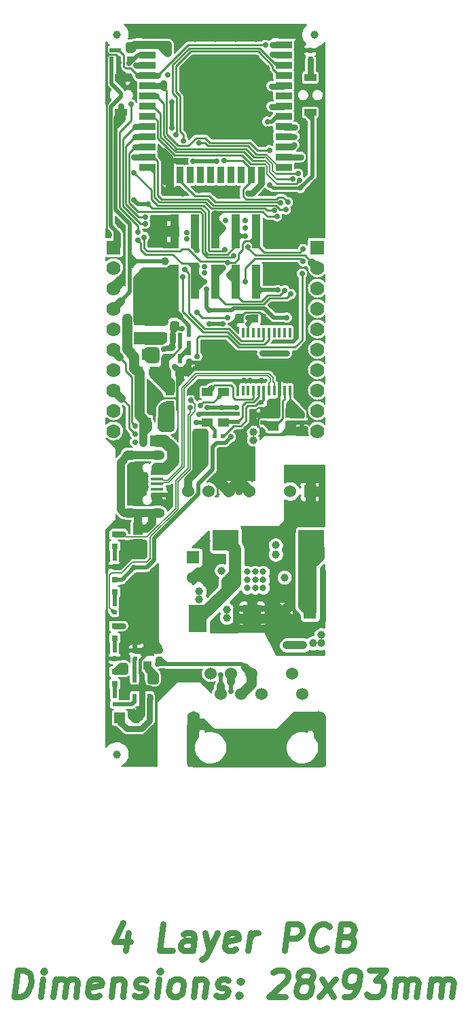
<source format=gbr>
G04 #@! TF.GenerationSoftware,KiCad,Pcbnew,6.0.0-unknown-b5c80fe~100~ubuntu18.04.1*
G04 #@! TF.CreationDate,2019-05-27T10:33:24+03:00*
G04 #@! TF.ProjectId,ESP32-PoE-ISO_Rev_C,45535033-322d-4506-9f45-2d49534f5f52,C*
G04 #@! TF.SameCoordinates,Original*
G04 #@! TF.FileFunction,Copper,L1,Top*
G04 #@! TF.FilePolarity,Positive*
%FSLAX46Y46*%
G04 Gerber Fmt 4.6, Leading zero omitted, Abs format (unit mm)*
G04 Created by KiCad (PCBNEW 6.0.0-unknown-b5c80fe~100~ubuntu18.04.1) date 2019-05-27 10:33:24*
%MOMM*%
%LPD*%
G04 APERTURE LIST*
%ADD10C,0.762000*%
%ADD11C,1.300000*%
%ADD12R,2.000000X0.900000*%
%ADD13R,0.900000X2.000000*%
%ADD14R,5.000000X5.000000*%
%ADD15C,2.000000*%
%ADD16R,1.500000X0.900000*%
%ADD17O,1.600000X2.999999*%
%ADD18C,1.524000*%
%ADD19R,3.000000X1.600000*%
%ADD20R,1.524000X1.524000*%
%ADD21R,1.400000X1.400000*%
%ADD22C,1.400000*%
%ADD23C,0.800000*%
%ADD24R,1.400000X1.200000*%
%ADD25R,2.200000X3.400000*%
%ADD26R,1.400000X1.000000*%
%ADD27R,1.000000X1.400000*%
%ADD28R,0.550000X0.500000*%
%ADD29R,0.550000X1.200000*%
%ADD30R,1.270000X1.524000*%
%ADD31R,0.800000X0.800000*%
%ADD32R,0.500000X0.550000*%
%ADD33C,1.778000*%
%ADD34R,1.778000X1.778000*%
%ADD35R,1.016000X1.016000*%
%ADD36R,0.325000X1.270000*%
%ADD37C,1.000000*%
%ADD38R,0.400000X0.400000*%
%ADD39R,1.422400X1.422400*%
%ADD40R,3.200000X2.500000*%
%ADD41R,1.000000X4.250000*%
%ADD42R,1.650000X0.500000*%
%ADD43R,1.650000X0.325000*%
%ADD44R,1.000000X1.100000*%
%ADD45O,1.800000X1.200000*%
%ADD46C,0.700000*%
%ADD47C,0.900000*%
%ADD48C,0.508000*%
%ADD49C,1.270000*%
%ADD50C,1.016000*%
%ADD51C,0.406400*%
%ADD52C,0.330200*%
%ADD53C,0.254000*%
%ADD54C,0.609600*%
%ADD55C,1.524000*%
%ADD56C,0.203200*%
%ADD57C,0.127000*%
%ADD58C,0.157480*%
G04 APERTURE END LIST*
D10*
X93238108Y-208524928D02*
X92962941Y-210726261D01*
X92609155Y-207267023D02*
X91528144Y-209625595D01*
X93572239Y-209625595D01*
X98780751Y-210726261D02*
X97208370Y-210726261D01*
X97621120Y-207424261D01*
X101296560Y-210726261D02*
X101512763Y-208996642D01*
X101394834Y-208682166D01*
X101100013Y-208524928D01*
X100471060Y-208524928D01*
X100136929Y-208682166D01*
X101316215Y-210569023D02*
X100982084Y-210726261D01*
X100195894Y-210726261D01*
X99901072Y-210569023D01*
X99783144Y-210254547D01*
X99822453Y-209940071D01*
X100019001Y-209625595D01*
X100353132Y-209468357D01*
X101139322Y-209468357D01*
X101473453Y-209311119D01*
X102829632Y-208524928D02*
X103340655Y-210726261D01*
X104402013Y-208524928D02*
X103340655Y-210726261D01*
X102927905Y-211512452D01*
X102751013Y-211669690D01*
X102416882Y-211826928D01*
X106662310Y-210569023D02*
X106328179Y-210726261D01*
X105699227Y-210726261D01*
X105404405Y-210569023D01*
X105286477Y-210254547D01*
X105443715Y-208996642D01*
X105640263Y-208682166D01*
X105974394Y-208524928D01*
X106603346Y-208524928D01*
X106898167Y-208682166D01*
X107016096Y-208996642D01*
X106976786Y-209311119D01*
X105365096Y-209625595D01*
X108215036Y-210726261D02*
X108490203Y-208524928D01*
X108411584Y-209153880D02*
X108608132Y-208839404D01*
X108785025Y-208682166D01*
X109119155Y-208524928D01*
X109433632Y-208524928D01*
X112774941Y-210726261D02*
X113187691Y-207424261D01*
X114445596Y-207424261D01*
X114740417Y-207581500D01*
X114878001Y-207738738D01*
X114995929Y-208053214D01*
X114936965Y-208524928D01*
X114740417Y-208839404D01*
X114563525Y-208996642D01*
X114229394Y-209153880D01*
X112971489Y-209153880D01*
X118003108Y-210411785D02*
X117826215Y-210569023D01*
X117334846Y-210726261D01*
X117020370Y-210726261D01*
X116568310Y-210569023D01*
X116293144Y-210254547D01*
X116175215Y-209940071D01*
X116096596Y-209311119D01*
X116155560Y-208839404D01*
X116391417Y-208210452D01*
X116587965Y-207895976D01*
X116941751Y-207581500D01*
X117433120Y-207424261D01*
X117747596Y-207424261D01*
X118199655Y-207581500D01*
X118337239Y-207738738D01*
X120695810Y-208996642D02*
X121147870Y-209153880D01*
X121285453Y-209311119D01*
X121403382Y-209625595D01*
X121344417Y-210097309D01*
X121147870Y-210411785D01*
X120970977Y-210569023D01*
X120636846Y-210726261D01*
X119378941Y-210726261D01*
X119791691Y-207424261D01*
X120892358Y-207424261D01*
X121187179Y-207581500D01*
X121324763Y-207738738D01*
X121442691Y-208053214D01*
X121403382Y-208367690D01*
X121206834Y-208682166D01*
X121029941Y-208839404D01*
X120695810Y-208996642D01*
X119595144Y-208996642D01*
X79047370Y-216441261D02*
X79460120Y-213139261D01*
X80246310Y-213139261D01*
X80698370Y-213296500D01*
X80973536Y-213610976D01*
X81091465Y-213925452D01*
X81170084Y-214554404D01*
X81111120Y-215026119D01*
X80875263Y-215655071D01*
X80678715Y-215969547D01*
X80324929Y-216284023D01*
X79833560Y-216441261D01*
X79047370Y-216441261D01*
X82349370Y-216441261D02*
X82624536Y-214239928D01*
X82762120Y-213139261D02*
X82585227Y-213296500D01*
X82722810Y-213453738D01*
X82899703Y-213296500D01*
X82762120Y-213139261D01*
X82722810Y-213453738D01*
X83921751Y-216441261D02*
X84196917Y-214239928D01*
X84157608Y-214554404D02*
X84334501Y-214397166D01*
X84668632Y-214239928D01*
X85140346Y-214239928D01*
X85435167Y-214397166D01*
X85553096Y-214711642D01*
X85336894Y-216441261D01*
X85553096Y-214711642D02*
X85749644Y-214397166D01*
X86083775Y-214239928D01*
X86555489Y-214239928D01*
X86850310Y-214397166D01*
X86968239Y-214711642D01*
X86752036Y-216441261D01*
X89601977Y-216284023D02*
X89267846Y-216441261D01*
X88638894Y-216441261D01*
X88344072Y-216284023D01*
X88226144Y-215969547D01*
X88383382Y-214711642D01*
X88579929Y-214397166D01*
X88914060Y-214239928D01*
X89543013Y-214239928D01*
X89837834Y-214397166D01*
X89955763Y-214711642D01*
X89916453Y-215026119D01*
X88304763Y-215340595D01*
X91429870Y-214239928D02*
X91154703Y-216441261D01*
X91390560Y-214554404D02*
X91567453Y-214397166D01*
X91901584Y-214239928D01*
X92373298Y-214239928D01*
X92668120Y-214397166D01*
X92786048Y-214711642D01*
X92569846Y-216441261D01*
X94004644Y-216284023D02*
X94299465Y-216441261D01*
X94928417Y-216441261D01*
X95262548Y-216284023D01*
X95459096Y-215969547D01*
X95478751Y-215812309D01*
X95360822Y-215497833D01*
X95066001Y-215340595D01*
X94594286Y-215340595D01*
X94299465Y-215183357D01*
X94181536Y-214868880D01*
X94201191Y-214711642D01*
X94397739Y-214397166D01*
X94731870Y-214239928D01*
X95203584Y-214239928D01*
X95498405Y-214397166D01*
X96815275Y-216441261D02*
X97090441Y-214239928D01*
X97228025Y-213139261D02*
X97051132Y-213296500D01*
X97188715Y-213453738D01*
X97365608Y-213296500D01*
X97228025Y-213139261D01*
X97188715Y-213453738D01*
X98859370Y-216441261D02*
X98564548Y-216284023D01*
X98426965Y-216126785D01*
X98309036Y-215812309D01*
X98426965Y-214868880D01*
X98623513Y-214554404D01*
X98800405Y-214397166D01*
X99134536Y-214239928D01*
X99606251Y-214239928D01*
X99901072Y-214397166D01*
X100038655Y-214554404D01*
X100156584Y-214868880D01*
X100038655Y-215812309D01*
X99842108Y-216126785D01*
X99665215Y-216284023D01*
X99331084Y-216441261D01*
X98859370Y-216441261D01*
X101650346Y-214239928D02*
X101375179Y-216441261D01*
X101611036Y-214554404D02*
X101787929Y-214397166D01*
X102122060Y-214239928D01*
X102593775Y-214239928D01*
X102888596Y-214397166D01*
X103006525Y-214711642D01*
X102790322Y-216441261D01*
X104225120Y-216284023D02*
X104519941Y-216441261D01*
X105148894Y-216441261D01*
X105483025Y-216284023D01*
X105679572Y-215969547D01*
X105699227Y-215812309D01*
X105581298Y-215497833D01*
X105286477Y-215340595D01*
X104814763Y-215340595D01*
X104519941Y-215183357D01*
X104402013Y-214868880D01*
X104421667Y-214711642D01*
X104618215Y-214397166D01*
X104952346Y-214239928D01*
X105424060Y-214239928D01*
X105718882Y-214397166D01*
X107075060Y-216126785D02*
X107212644Y-216284023D01*
X107035751Y-216441261D01*
X106898167Y-216284023D01*
X107075060Y-216126785D01*
X107035751Y-216441261D01*
X107291263Y-214397166D02*
X107428846Y-214554404D01*
X107251953Y-214711642D01*
X107114370Y-214554404D01*
X107291263Y-214397166D01*
X107251953Y-214711642D01*
X111340144Y-213453738D02*
X111517036Y-213296500D01*
X111851167Y-213139261D01*
X112637358Y-213139261D01*
X112932179Y-213296500D01*
X113069763Y-213453738D01*
X113187691Y-213768214D01*
X113148382Y-214082690D01*
X112932179Y-214554404D01*
X110809465Y-216441261D01*
X112853560Y-216441261D01*
X114976275Y-214554404D02*
X114681453Y-214397166D01*
X114543870Y-214239928D01*
X114425941Y-213925452D01*
X114445596Y-213768214D01*
X114642144Y-213453738D01*
X114819036Y-213296500D01*
X115153167Y-213139261D01*
X115782120Y-213139261D01*
X116076941Y-213296500D01*
X116214525Y-213453738D01*
X116332453Y-213768214D01*
X116312798Y-213925452D01*
X116116251Y-214239928D01*
X115939358Y-214397166D01*
X115605227Y-214554404D01*
X114976275Y-214554404D01*
X114642144Y-214711642D01*
X114465251Y-214868880D01*
X114268703Y-215183357D01*
X114190084Y-215812309D01*
X114308013Y-216126785D01*
X114445596Y-216284023D01*
X114740417Y-216441261D01*
X115369370Y-216441261D01*
X115703501Y-216284023D01*
X115880394Y-216126785D01*
X116076941Y-215812309D01*
X116155560Y-215183357D01*
X116037632Y-214868880D01*
X115900048Y-214711642D01*
X115605227Y-214554404D01*
X117098989Y-216441261D02*
X119103775Y-214239928D01*
X117374155Y-214239928D02*
X118828608Y-216441261D01*
X120243751Y-216441261D02*
X120872703Y-216441261D01*
X121206834Y-216284023D01*
X121383727Y-216126785D01*
X121757167Y-215655071D01*
X121993025Y-215026119D01*
X122150263Y-213768214D01*
X122032334Y-213453738D01*
X121894751Y-213296500D01*
X121599929Y-213139261D01*
X120970977Y-213139261D01*
X120636846Y-213296500D01*
X120459953Y-213453738D01*
X120263405Y-213768214D01*
X120165132Y-214554404D01*
X120283060Y-214868880D01*
X120420644Y-215026119D01*
X120715465Y-215183357D01*
X121344417Y-215183357D01*
X121678548Y-215026119D01*
X121855441Y-214868880D01*
X122051989Y-214554404D01*
X123329548Y-213139261D02*
X125373644Y-213139261D01*
X124115739Y-214397166D01*
X124587453Y-214397166D01*
X124882275Y-214554404D01*
X125019858Y-214711642D01*
X125137786Y-215026119D01*
X125039513Y-215812309D01*
X124842965Y-216126785D01*
X124666072Y-216284023D01*
X124331941Y-216441261D01*
X123388513Y-216441261D01*
X123093691Y-216284023D01*
X122956108Y-216126785D01*
X126376036Y-216441261D02*
X126651203Y-214239928D01*
X126611894Y-214554404D02*
X126788786Y-214397166D01*
X127122917Y-214239928D01*
X127594632Y-214239928D01*
X127889453Y-214397166D01*
X128007382Y-214711642D01*
X127791179Y-216441261D01*
X128007382Y-214711642D02*
X128203929Y-214397166D01*
X128538060Y-214239928D01*
X129009774Y-214239928D01*
X129304596Y-214397166D01*
X129422525Y-214711642D01*
X129206322Y-216441261D01*
X130778703Y-216441261D02*
X131053870Y-214239928D01*
X131014560Y-214554404D02*
X131191453Y-214397166D01*
X131525584Y-214239928D01*
X131997298Y-214239928D01*
X132292120Y-214397166D01*
X132410048Y-214711642D01*
X132193846Y-216441261D01*
X132410048Y-214711642D02*
X132606596Y-214397166D01*
X132940727Y-214239928D01*
X133412441Y-214239928D01*
X133707263Y-214397166D01*
X133825191Y-214711642D01*
X133608989Y-216441261D01*
D11*
X104940000Y-104235000D03*
X101340000Y-104235000D03*
X103140000Y-106035000D03*
X103140000Y-102435000D03*
X104940000Y-102435000D03*
X101340000Y-102435000D03*
X104940000Y-106035000D03*
D12*
X95640000Y-96725000D03*
X95640000Y-97995000D03*
X95640000Y-99265000D03*
X95640000Y-100535000D03*
X95640000Y-101805000D03*
X95640000Y-103075000D03*
X95640000Y-104345000D03*
X95640000Y-105615000D03*
X95640000Y-106885000D03*
X95640000Y-108155000D03*
X95640000Y-109425000D03*
X95640000Y-110695000D03*
X95640000Y-111965000D03*
X95640000Y-113235000D03*
D13*
X98440000Y-114235000D03*
X99710000Y-114235000D03*
X100980000Y-114235000D03*
X102250000Y-114235000D03*
X103520000Y-114235000D03*
X104790000Y-114235000D03*
X106060000Y-114235000D03*
X107330000Y-114235000D03*
X108600000Y-114235000D03*
X109870000Y-114235000D03*
D12*
X112640000Y-113235000D03*
X112640000Y-111965000D03*
X112640000Y-110695000D03*
X112640000Y-109425000D03*
X112640000Y-108155000D03*
X112640000Y-106885000D03*
X112640000Y-105615000D03*
X112640000Y-104345000D03*
X112640000Y-103075000D03*
X112640000Y-101805000D03*
X112640000Y-100535000D03*
X112640000Y-99265000D03*
X112640000Y-97995000D03*
X112640000Y-96725000D03*
D14*
X103140000Y-104235000D03*
D15*
X103140000Y-104235000D03*
D11*
X101340000Y-106035000D03*
D16*
X115959000Y-106444000D03*
X115959000Y-102090000D03*
X92321000Y-106444000D03*
X92321000Y-102090000D03*
D17*
X117000000Y-182393000D03*
X101400000Y-182393000D03*
D18*
X114915000Y-178793000D03*
X113645000Y-176253000D03*
X109835000Y-178793000D03*
X108565000Y-176253000D03*
X107295000Y-178793000D03*
X106025000Y-176253000D03*
X104755000Y-178793000D03*
X103485000Y-176253000D03*
D19*
X95377000Y-132150000D03*
X95377000Y-134550000D03*
D18*
X113411000Y-153543000D03*
D20*
X115951000Y-153543000D03*
D18*
X108331000Y-153543000D03*
X105791000Y-153543000D03*
X100711000Y-153543000D03*
X103251000Y-153543000D03*
D21*
X92209620Y-181759860D03*
D22*
X94221300Y-181757320D03*
D23*
X108077000Y-163592000D03*
X108077000Y-164592000D03*
X108077000Y-165592000D03*
X109077000Y-163592000D03*
X109077000Y-164592000D03*
X109077000Y-165592000D03*
X110077000Y-164592000D03*
X110077000Y-163592000D03*
X110077000Y-165592000D03*
D24*
X111338000Y-143853000D03*
X113538000Y-145453000D03*
X113538000Y-143853000D03*
X111338000Y-145453000D03*
D25*
X108683000Y-169418000D03*
X101883000Y-169418000D03*
D18*
X112423000Y-168656000D03*
D20*
X115923000Y-168656000D03*
D18*
X101346000Y-164318000D03*
D20*
X101346000Y-161818000D03*
D26*
X105156000Y-145029000D03*
X105156000Y-141229000D03*
X103124000Y-145029000D03*
X103124000Y-141229000D03*
D27*
X94620000Y-140970000D03*
X98420000Y-140970000D03*
X98420000Y-143002000D03*
X94620000Y-143002000D03*
D28*
X92075000Y-99695000D03*
X92075000Y-98679000D03*
X91186000Y-98679000D03*
X91186000Y-99695000D03*
X94107000Y-173355000D03*
X94107000Y-174371000D03*
D29*
X94046000Y-179354000D03*
X94996000Y-179354000D03*
X95946000Y-179354000D03*
X94046000Y-176754000D03*
X95946000Y-176754000D03*
D30*
X94488000Y-158242000D03*
X94488000Y-160274000D03*
D31*
X91567000Y-164592000D03*
X91567000Y-166116000D03*
X91567000Y-160401000D03*
X91567000Y-158877000D03*
D28*
X97155000Y-173355000D03*
X97155000Y-174371000D03*
X100838000Y-137414000D03*
X100838000Y-136398000D03*
X100838000Y-134112000D03*
X100838000Y-135128000D03*
X91567000Y-174371000D03*
X91567000Y-173355000D03*
X91567000Y-162941000D03*
X91567000Y-161925000D03*
X91567000Y-168656000D03*
X91567000Y-167640000D03*
X91567000Y-180086000D03*
X91567000Y-179070000D03*
D32*
X104013000Y-146685000D03*
X105029000Y-146685000D03*
X110871000Y-142494000D03*
X109855000Y-142494000D03*
D33*
X116840000Y-146080000D03*
X116840000Y-143540000D03*
X116840000Y-138460000D03*
X116840000Y-141000000D03*
X116840000Y-135920000D03*
X116840000Y-133380000D03*
D34*
X116840000Y-123220000D03*
D33*
X116840000Y-125760000D03*
X116840000Y-128300000D03*
X116840000Y-130840000D03*
X91440000Y-130840000D03*
X91440000Y-128300000D03*
X91440000Y-125760000D03*
D34*
X91440000Y-123220000D03*
D33*
X91440000Y-133380000D03*
X91440000Y-135920000D03*
X91440000Y-141000000D03*
X91440000Y-138460000D03*
X91440000Y-143540000D03*
X91440000Y-146080000D03*
D35*
X99695000Y-138684000D03*
X97917000Y-138684000D03*
X95631000Y-173482000D03*
X95631000Y-175260000D03*
D29*
X99756000Y-134463000D03*
X98806000Y-134463000D03*
X97856000Y-134463000D03*
X99756000Y-137063000D03*
X97856000Y-137063000D03*
D36*
X107565000Y-141033500D03*
X108215000Y-141033500D03*
X108865000Y-141033500D03*
X109515000Y-141033500D03*
X110165000Y-141033500D03*
X110815000Y-141033500D03*
X111465000Y-141033500D03*
X112115000Y-141033500D03*
X112765000Y-141033500D03*
X113415000Y-141033500D03*
X113415000Y-133794500D03*
X112765000Y-133794500D03*
X112115000Y-133794500D03*
X111465000Y-133794500D03*
X110815000Y-133794500D03*
X110165000Y-133794500D03*
X109515000Y-133794500D03*
X108865000Y-133794500D03*
X108215000Y-133794500D03*
X107565000Y-133794500D03*
D37*
X91821000Y-186309000D03*
X116459000Y-96774000D03*
X91821000Y-96774000D03*
D31*
X91567000Y-171831000D03*
X91567000Y-170307000D03*
D35*
X99060000Y-132969000D03*
X99060000Y-131191000D03*
D31*
X91567000Y-177546000D03*
X91567000Y-176022000D03*
D35*
X107188000Y-132080000D03*
X108966000Y-132080000D03*
D27*
X94554040Y-138775440D03*
X96456500Y-138775440D03*
X95501460Y-136565640D03*
X97469960Y-145069560D03*
X95567500Y-145069560D03*
X96522540Y-147279360D03*
D28*
X115951000Y-98679000D03*
X115951000Y-99695000D03*
X114935000Y-145034000D03*
X114935000Y-144018000D03*
D38*
X106710000Y-137406000D03*
X106710000Y-136406000D03*
X105910000Y-135606000D03*
X104910000Y-135606000D03*
X104110000Y-136406000D03*
X104110000Y-137406000D03*
X104910000Y-138206000D03*
X105910000Y-138206000D03*
D39*
X105410000Y-136906000D03*
D28*
X109982000Y-144018000D03*
X109982000Y-145034000D03*
X93345000Y-99695000D03*
X93345000Y-98679000D03*
D40*
X116094000Y-159639000D03*
X105394000Y-159639000D03*
D28*
X106934000Y-144907000D03*
X106934000Y-143891000D03*
D41*
X99060000Y-127458000D03*
X99060000Y-121208000D03*
X101600000Y-127458000D03*
X101600000Y-121208000D03*
X104140000Y-127458000D03*
X104140000Y-121208000D03*
X106680000Y-127458000D03*
X106680000Y-121208000D03*
X109220000Y-127458000D03*
X109220000Y-121208000D03*
D42*
X96876000Y-151266500D03*
D43*
X96876000Y-152004000D03*
X96876000Y-152654000D03*
X96876000Y-153304000D03*
D42*
X96876000Y-154041500D03*
D44*
X92326000Y-151154000D03*
X92326000Y-154154000D03*
D45*
X93476000Y-149054000D03*
X96946000Y-149054000D03*
X96946000Y-156254000D03*
X93476000Y-156254000D03*
D46*
X96647000Y-177165000D03*
X96647000Y-176403000D03*
X92583000Y-170307000D03*
X92583000Y-175260000D03*
X92583000Y-176022000D03*
D37*
X95123000Y-147574000D03*
X93091000Y-132080000D03*
X107061000Y-153543000D03*
D46*
X105664000Y-150749000D03*
D37*
X106553000Y-151892000D03*
X106553000Y-150749000D03*
X96520000Y-164973000D03*
X95504000Y-164973000D03*
X95504000Y-165989000D03*
X95504000Y-167005000D03*
X95504000Y-168021000D03*
X96520000Y-168021000D03*
D46*
X94996000Y-178054000D03*
X95885000Y-178054000D03*
X94107000Y-178054000D03*
X94996000Y-177165000D03*
X94234000Y-184150000D03*
X92202000Y-184150000D03*
X91186000Y-184150000D03*
X93218000Y-184150000D03*
X96647000Y-154813000D03*
X97409000Y-154813000D03*
X98171000Y-154813000D03*
X98171000Y-154051000D03*
X94424500Y-161480500D03*
X93599000Y-161480500D03*
X93599000Y-159893000D03*
D37*
X96520000Y-171196000D03*
X96520000Y-169037000D03*
X96520000Y-170053000D03*
X95504000Y-169037000D03*
X95504000Y-170053000D03*
X96520000Y-163957000D03*
D46*
X93599000Y-160655000D03*
X91567000Y-157797496D03*
D37*
X111760000Y-142494000D03*
D46*
X115316000Y-145796000D03*
X114173000Y-138176000D03*
X114173000Y-140208000D03*
X106299000Y-132715000D03*
X110109000Y-131826000D03*
X110109000Y-132588000D03*
X101854000Y-141859000D03*
X101346000Y-141224000D03*
X95250000Y-161480500D03*
D37*
X98679000Y-135572500D03*
D46*
X100457000Y-138049000D03*
X99060000Y-138049000D03*
X97663000Y-122936000D03*
X92075000Y-100228400D03*
X92075000Y-100965000D03*
X93472000Y-102108000D03*
X93853000Y-96774000D03*
X114427000Y-96774000D03*
X90805000Y-104902000D03*
X90805000Y-103632000D03*
X90932000Y-121666000D03*
X109855000Y-139785743D03*
X107696000Y-139785743D03*
X108458000Y-139785743D03*
D37*
X96520000Y-96774000D03*
D46*
X95123000Y-96012000D03*
D37*
X109474000Y-108585000D03*
D46*
X115189000Y-98679000D03*
X96393000Y-119507000D03*
X97663000Y-111252000D03*
X97663000Y-112776000D03*
X100076000Y-116600350D03*
X102044500Y-116141500D03*
D37*
X97790000Y-96139000D03*
X100330000Y-96139000D03*
X102870000Y-96139000D03*
X105410000Y-96139000D03*
X107950000Y-96139000D03*
X110490000Y-96139000D03*
D46*
X113030000Y-96012000D03*
X93853000Y-96012000D03*
D37*
X99060000Y-96774000D03*
X101600000Y-97155000D03*
X104140000Y-97155000D03*
X106680000Y-97155000D03*
X109220000Y-97155000D03*
D46*
X114427000Y-96012000D03*
X97663000Y-113538000D03*
X97663000Y-114300000D03*
X97663000Y-115062000D03*
X117348000Y-98679000D03*
X117348000Y-99695000D03*
X117348000Y-100965000D03*
X117348000Y-102235000D03*
X117348000Y-103251000D03*
X117348000Y-105283000D03*
X117348000Y-106299000D03*
X117348000Y-107315000D03*
X117348000Y-108585000D03*
X117348000Y-109855000D03*
X117348000Y-111125000D03*
X117348000Y-112395000D03*
D37*
X100330000Y-100965000D03*
X101600000Y-99695000D03*
X104140000Y-99695000D03*
X106680000Y-99695000D03*
X109220000Y-99695000D03*
X102870000Y-100965000D03*
X105410000Y-100965000D03*
X107950000Y-100965000D03*
X110490000Y-100965000D03*
X109220000Y-102235000D03*
X107950000Y-103505000D03*
X109220000Y-104775000D03*
X107950000Y-106045000D03*
D46*
X116205000Y-103251000D03*
X114935000Y-103251000D03*
X116205000Y-105283000D03*
X114935000Y-105283000D03*
D37*
X110617000Y-108585000D03*
X110617000Y-109728000D03*
D46*
X91948000Y-120142000D03*
D37*
X107569000Y-147193000D03*
D47*
X107569000Y-146177000D03*
D46*
X97663000Y-135890000D03*
X99949000Y-133350000D03*
X91821000Y-147447000D03*
X97663000Y-112014000D03*
D37*
X102489000Y-107696002D03*
X96647000Y-136144000D03*
X96647000Y-137160000D03*
D46*
X93599000Y-105410000D03*
X94477435Y-121303850D03*
X97663000Y-102743000D03*
X110871000Y-111125000D03*
X110871000Y-115442996D03*
X114688913Y-115843128D03*
D37*
X108839000Y-146177000D03*
X108839000Y-147193000D03*
X97790000Y-129413000D03*
X97790000Y-130429000D03*
X97790000Y-131445000D03*
X97790000Y-132461000D03*
X97917000Y-127254000D03*
X97917000Y-126238000D03*
D46*
X97028000Y-129921000D03*
X97028000Y-130937000D03*
X107823000Y-119888000D03*
X107823000Y-120777000D03*
X105410000Y-119888000D03*
X100584000Y-121412000D03*
X100584000Y-122174000D03*
X93281500Y-98044000D03*
D37*
X97155000Y-98044000D03*
D46*
X94043500Y-98044000D03*
D37*
X98171000Y-98044000D03*
D46*
X102743000Y-125603000D03*
X102743000Y-126365000D03*
D37*
X98171000Y-99060000D03*
D46*
X94107000Y-147447000D03*
X98171000Y-101726988D03*
X106712509Y-143129000D03*
X103091479Y-143129000D03*
X96878939Y-175028061D03*
X93980000Y-163067994D03*
X106045000Y-146812000D03*
X104902000Y-143129000D03*
X94107000Y-146431000D03*
X101727000Y-145034000D03*
X100141480Y-109960758D03*
D37*
X97853500Y-124968000D03*
D46*
X93345000Y-100330000D03*
X92329000Y-105664000D03*
X95377000Y-120269000D03*
X111155990Y-105692601D03*
X95367917Y-119442038D03*
X94107000Y-145415000D03*
X102235000Y-142875000D03*
X99187000Y-109219994D03*
X111252000Y-99187000D03*
X111155990Y-103152601D03*
X108204000Y-123190000D03*
X105332150Y-123474968D03*
X94234000Y-100584000D03*
X93980000Y-113919000D03*
X111252000Y-98044000D03*
X106410622Y-124236990D03*
X115062000Y-124968000D03*
X102743000Y-127508000D03*
X94466418Y-122311477D03*
X107823000Y-127508000D03*
X114759018Y-111965009D03*
X107823000Y-121793000D03*
X93929098Y-117348014D03*
X95758000Y-117856000D03*
X108204000Y-116459000D03*
X105029000Y-120777000D03*
X111800119Y-119360801D03*
X112259169Y-117673446D03*
X111887000Y-128523990D03*
X93980000Y-112014000D03*
X112903011Y-118514828D03*
X105791000Y-126619000D03*
X112747155Y-128552845D03*
X113157000Y-117602000D03*
X105226229Y-112447424D03*
X113538000Y-129032000D03*
X105029000Y-125730000D03*
X113918984Y-110490016D03*
X110617000Y-107569000D03*
X108204000Y-131953000D03*
X108204000Y-132715000D03*
X102108000Y-144018000D03*
X98552000Y-147447000D03*
X98044000Y-148082000D03*
X97536000Y-147279360D03*
X101346000Y-112522000D03*
X104267000Y-112522000D03*
X98679000Y-105156000D03*
X98679000Y-108331000D03*
D37*
X117284500Y-172466000D03*
X116268500Y-172466000D03*
X117284500Y-171450000D03*
X102108000Y-165989000D03*
X102108000Y-167005000D03*
X98552000Y-144526000D03*
X98552000Y-145669000D03*
X101727000Y-147447000D03*
X101727000Y-146304000D03*
X102743000Y-146304000D03*
X101727000Y-151130000D03*
X102489000Y-150368000D03*
X113030000Y-172720000D03*
X115062000Y-172720000D03*
D46*
X114622118Y-114876118D03*
X113792000Y-114681000D03*
X110393990Y-98044000D03*
X116840000Y-161163000D03*
X115049300Y-162560000D03*
X115785900Y-162560000D03*
X116522500Y-162560000D03*
X116840000Y-161899600D03*
X101790500Y-123571000D03*
D37*
X105409989Y-164719000D03*
D46*
X100330005Y-125984000D03*
X100076000Y-126873000D03*
X109982000Y-136398000D03*
X105029000Y-132715000D03*
X103378000Y-132715000D03*
X113030000Y-136398000D03*
X102997000Y-128397000D03*
X103378000Y-131064000D03*
X113030000Y-131953000D03*
X102108008Y-110236000D03*
X105664000Y-125095000D03*
X115062000Y-123444000D03*
X95250000Y-121950986D03*
X113982500Y-108250103D03*
X96774000Y-104394000D03*
X114427000Y-114046000D03*
X105664000Y-131953000D03*
X101854000Y-131318000D03*
X101854000Y-136779000D03*
X114935000Y-126492000D03*
X113967984Y-109425000D03*
X111441342Y-118615666D03*
X100965006Y-143129000D03*
X104775000Y-176402960D03*
X106044996Y-178435000D03*
D37*
X112712500Y-164274500D03*
X105537000Y-168275000D03*
X105537000Y-169291000D03*
X104902000Y-163449000D03*
X111633000Y-161417000D03*
X111633000Y-160274000D03*
D46*
X111252000Y-168275000D03*
X111252000Y-169291000D03*
X113411000Y-169799000D03*
X111887000Y-169799000D03*
X112649000Y-169799000D03*
X114300000Y-150622000D03*
X114300000Y-151384000D03*
X115316000Y-152146000D03*
X115316000Y-151384000D03*
X115316000Y-150622000D03*
X116332000Y-152146000D03*
X116332000Y-151384000D03*
X114300000Y-152146000D03*
X117348000Y-151384000D03*
X117348000Y-152146000D03*
X115570000Y-156781500D03*
X116459000Y-156781500D03*
X117348000Y-153543000D03*
X117348000Y-154940000D03*
X117348000Y-156781500D03*
X117475000Y-163449000D03*
X117475000Y-164211000D03*
D37*
X106680000Y-170688000D03*
X105537000Y-170688000D03*
X107823000Y-170688000D03*
X104394000Y-170688000D03*
X112013990Y-158496010D03*
X110871000Y-158496010D03*
X109728000Y-158496000D03*
X108585000Y-158496000D03*
X102997000Y-159766000D03*
X102977000Y-164318000D03*
X106045000Y-184150000D03*
X106045000Y-186690000D03*
X107315000Y-185420000D03*
X108585000Y-184150000D03*
X108585000Y-186690000D03*
X111125000Y-186690000D03*
X117387990Y-187387990D03*
X117387990Y-185420000D03*
X109855000Y-185420000D03*
X111125000Y-184150000D03*
X112395000Y-185420000D03*
X113538000Y-182880000D03*
X114935000Y-182880000D03*
X102870000Y-182880000D03*
X101092000Y-187325000D03*
X101092000Y-185420000D03*
X114935000Y-181483000D03*
D46*
X101092000Y-142240000D03*
D48*
X95946000Y-176754000D02*
X95946000Y-176469000D01*
X95946000Y-176469000D02*
X96012000Y-176403000D01*
X95946000Y-176754000D02*
X95946000Y-177099000D01*
X95946000Y-177099000D02*
X96012000Y-177165000D01*
X96266000Y-177165000D02*
X96647000Y-177165000D01*
X96012000Y-177165000D02*
X96266000Y-177165000D01*
X96266000Y-176403000D02*
X96647000Y-176403000D01*
X96266000Y-176403000D02*
X96266000Y-177165000D01*
X96012000Y-176403000D02*
X96266000Y-176403000D01*
D10*
X96647000Y-176403000D02*
X95885000Y-175641000D01*
X95631000Y-175260000D02*
X95631000Y-175707000D01*
X92836971Y-176022000D02*
X92837000Y-176022029D01*
X91567000Y-176022000D02*
X92836971Y-176022000D01*
X92837000Y-175260012D02*
X92837012Y-175260000D01*
X92837000Y-176022029D02*
X92837000Y-175260012D01*
X92837012Y-175260000D02*
X92329000Y-175260000D01*
X92329000Y-175260000D02*
X91567000Y-176022000D01*
X96647000Y-176403000D02*
X96647000Y-177165000D01*
X96012000Y-176088000D02*
X95631000Y-175707000D01*
X96647000Y-177165000D02*
X96012000Y-177165000D01*
X96012000Y-177165000D02*
X96012000Y-176088000D01*
X96012000Y-176688000D02*
X96012000Y-176088000D01*
X92583000Y-170307000D02*
X91567000Y-170307000D01*
D49*
X94620000Y-143002000D02*
X94620000Y-142245000D01*
X94620000Y-140970000D02*
X94620000Y-142245000D01*
X94615000Y-138836400D02*
X94615000Y-140970000D01*
X95567500Y-145069560D02*
X94615000Y-144117060D01*
X94615000Y-144117060D02*
X94615000Y-143002000D01*
D50*
X95567500Y-145069560D02*
X95123000Y-145514060D01*
X95123000Y-146304000D02*
X95123000Y-144653000D01*
X95123000Y-145514060D02*
X95123000Y-146304000D01*
X95123000Y-146304000D02*
X95758000Y-145669000D01*
X95758000Y-145669000D02*
X95758000Y-145161000D01*
X95123000Y-146304000D02*
X95123000Y-147574000D01*
D49*
X93980000Y-136779000D02*
X93091000Y-135890000D01*
X93091000Y-135890000D02*
X93091000Y-132080000D01*
X93980000Y-138201400D02*
X93980000Y-136779000D01*
X94554040Y-138775440D02*
X93980000Y-138201400D01*
D48*
X91440000Y-123220000D02*
X91186000Y-122966000D01*
X91694000Y-121158000D02*
X91694000Y-123063000D01*
X91694000Y-123063000D02*
X91440000Y-123317000D01*
X91694000Y-121158000D02*
X92075000Y-121539000D01*
X92075000Y-121539000D02*
X92075000Y-123190000D01*
X92075000Y-123190000D02*
X91440000Y-123190000D01*
X92329000Y-104013000D02*
X92329000Y-104457500D01*
X91186000Y-99695000D02*
X91186000Y-102870000D01*
X91186000Y-102870000D02*
X92329000Y-104013000D01*
X91039021Y-105747479D02*
X91039021Y-120503021D01*
X91039021Y-120503021D02*
X91694000Y-121158000D01*
X92329000Y-104457500D02*
X91039021Y-105747479D01*
D10*
X94996000Y-179354000D02*
X94996000Y-178054000D01*
X94996000Y-178054000D02*
X95885000Y-178054000D01*
X94996000Y-178054000D02*
X94107000Y-178054000D01*
X94996000Y-178054000D02*
X94996000Y-177165000D01*
X94996000Y-179354000D02*
X94996000Y-180340000D01*
X93853000Y-181483000D02*
X94996000Y-180340000D01*
X93853000Y-181737000D02*
X93853000Y-181483000D01*
X94221300Y-181757320D02*
X93873320Y-181757320D01*
X93873320Y-181757320D02*
X93853000Y-181737000D01*
X94615000Y-181737000D02*
X94234000Y-181737000D01*
X94996000Y-180340000D02*
X94996000Y-181356000D01*
X94996000Y-181356000D02*
X94615000Y-181737000D01*
D48*
X95631000Y-173482000D02*
X95631000Y-173355000D01*
D51*
X95631000Y-173649638D02*
X95631000Y-173482000D01*
X94742000Y-174538638D02*
X95631000Y-173649638D01*
X94996000Y-177165000D02*
X94996000Y-176403000D01*
X94742000Y-176149000D02*
X94742000Y-174538638D01*
X94996000Y-176403000D02*
X94742000Y-176149000D01*
D10*
X96520000Y-173355000D02*
X95631000Y-173355000D01*
X97155000Y-173355000D02*
X96520000Y-173355000D01*
D48*
X93345000Y-173355000D02*
X94107000Y-173355000D01*
X91567000Y-174371000D02*
X92329000Y-174371000D01*
X92329000Y-174371000D02*
X93345000Y-173355000D01*
D10*
X94742000Y-173355000D02*
X95631000Y-173355000D01*
X94107000Y-173355000D02*
X94742000Y-173355000D01*
X97155000Y-173355000D02*
X97155000Y-173228000D01*
X97155000Y-173228000D02*
X96520000Y-172593000D01*
X96520000Y-168021000D02*
X96520000Y-172593000D01*
X96520000Y-172593000D02*
X96520000Y-173355000D01*
D51*
X96876000Y-154041500D02*
X96402500Y-154041500D01*
X96402500Y-154041500D02*
X96393000Y-154051000D01*
X96876000Y-154041500D02*
X97272500Y-154041500D01*
X97272500Y-154041500D02*
X97282000Y-154051000D01*
X98161500Y-154041500D02*
X98171000Y-154051000D01*
D48*
X96876000Y-154041500D02*
X98161500Y-154041500D01*
X97282000Y-154813000D02*
X98171000Y-154813000D01*
X98171000Y-154051000D02*
X98171000Y-154813000D01*
X96647000Y-154813000D02*
X97282000Y-154813000D01*
X96393000Y-154051000D02*
X96393000Y-154559000D01*
X96393000Y-154559000D02*
X96647000Y-154813000D01*
X97282000Y-154686000D02*
X97409000Y-154813000D01*
X97282000Y-154051000D02*
X97282000Y-154686000D01*
D10*
X93599000Y-159893000D02*
X94488000Y-159893000D01*
X94488000Y-159893000D02*
X94488000Y-160337500D01*
X93599000Y-160655000D02*
X93599000Y-159893000D01*
X94424500Y-161480500D02*
X94488000Y-161417000D01*
X93599000Y-161480500D02*
X94424500Y-161480500D01*
X93662500Y-161036000D02*
X94488000Y-161036000D01*
X93599000Y-161099500D02*
X93662500Y-161036000D01*
X94488000Y-161036000D02*
X94488000Y-160274000D01*
X94488000Y-161417000D02*
X94488000Y-161036000D01*
X93599000Y-161099500D02*
X93599000Y-160655000D01*
X93599000Y-161480500D02*
X93599000Y-161099500D01*
D48*
X111338000Y-143853000D02*
X111173000Y-144018000D01*
X111173000Y-144018000D02*
X110744000Y-144018000D01*
D52*
X112115000Y-142139000D02*
X111760000Y-142494000D01*
X112115000Y-141033500D02*
X112115000Y-142139000D01*
D10*
X111338000Y-143853000D02*
X111760000Y-143431000D01*
X111760000Y-143431000D02*
X111760000Y-142494000D01*
D48*
X109982000Y-143764000D02*
X109982000Y-144018000D01*
X110871000Y-142494000D02*
X110871000Y-142875000D01*
X110490000Y-143256000D02*
X110490000Y-144018000D01*
X110490000Y-144018000D02*
X110765000Y-144018000D01*
X109982000Y-144018000D02*
X110490000Y-144018000D01*
X110490000Y-143256000D02*
X109982000Y-143764000D01*
X110871000Y-142875000D02*
X110490000Y-143256000D01*
X111252000Y-142494000D02*
X111252000Y-143129000D01*
X111252000Y-142494000D02*
X111760000Y-142494000D01*
X110871000Y-142494000D02*
X111252000Y-142494000D01*
X111252000Y-143129000D02*
X110871000Y-143510000D01*
D52*
X112115000Y-144171000D02*
X112014000Y-144272000D01*
X112115000Y-142150500D02*
X112115000Y-144171000D01*
X112115000Y-141859000D02*
X111760000Y-142214000D01*
X110871000Y-142240000D02*
X111754046Y-142240000D01*
D48*
X114152000Y-145034000D02*
X113771000Y-145415000D01*
X114935000Y-145034000D02*
X114152000Y-145034000D01*
X113771000Y-145415000D02*
X113538000Y-145415000D01*
X109982000Y-144018000D02*
X110172500Y-144208500D01*
X110172500Y-144208500D02*
X110617000Y-144208500D01*
X110617000Y-144208500D02*
X112014000Y-144208500D01*
D53*
X109410500Y-145444702D02*
X110396798Y-146431000D01*
X109410500Y-144564500D02*
X109410500Y-145444702D01*
X109982000Y-144018000D02*
X109957000Y-144018000D01*
X110490000Y-144335500D02*
X110617000Y-144208500D01*
X109639500Y-144335500D02*
X110490000Y-144335500D01*
X109639500Y-144335500D02*
X109410500Y-144564500D01*
X109957000Y-144018000D02*
X109639500Y-144335500D01*
X110934500Y-142621000D02*
X110998000Y-142621000D01*
X109410500Y-144145000D02*
X110934500Y-142621000D01*
X109410500Y-144335500D02*
X109855000Y-143891000D01*
X109410500Y-144335500D02*
X109410500Y-144145000D01*
X109410500Y-144564500D02*
X109410500Y-144335500D01*
D48*
X114935000Y-145034000D02*
X114935000Y-145792000D01*
X114931000Y-145796000D02*
X113538000Y-145796000D01*
X113538000Y-145796000D02*
X113538000Y-145415000D01*
X112649010Y-146303990D02*
X112649000Y-146304000D01*
D53*
X112522000Y-146431000D02*
X112649000Y-146304000D01*
X112649000Y-146304000D02*
X113538000Y-145415000D01*
D48*
X113500000Y-145453000D02*
X112649000Y-146304000D01*
X113538000Y-145453000D02*
X113500000Y-145453000D01*
X114935000Y-146304000D02*
X112653010Y-146304000D01*
D10*
X115316000Y-145796000D02*
X114935000Y-145796000D01*
D53*
X112115000Y-141033500D02*
X112115000Y-140144500D01*
X112115000Y-140144500D02*
X112115000Y-139954000D01*
X112115000Y-139954000D02*
X112369000Y-139700000D01*
X112369000Y-139700000D02*
X112115000Y-139446000D01*
X112115000Y-140144500D02*
X112115000Y-139446000D01*
X113665000Y-139700000D02*
X113823001Y-139858001D01*
X113823001Y-139858001D02*
X114173000Y-140208000D01*
X112369000Y-139700000D02*
X113665000Y-139700000D01*
X112115000Y-139446000D02*
X112115000Y-138583000D01*
X112522000Y-138176000D02*
X114173000Y-138176000D01*
X112115000Y-138583000D02*
X112522000Y-138176000D01*
X107565000Y-132457000D02*
X107188000Y-132080000D01*
D10*
X106934000Y-132080000D02*
X106299000Y-132715000D01*
X107188000Y-132080000D02*
X106934000Y-132080000D01*
X91567000Y-162941000D02*
X92138500Y-162941000D01*
X93249001Y-161830499D02*
X93599000Y-161480500D01*
X92138500Y-162941000D02*
X93249001Y-161830499D01*
X94424500Y-161480500D02*
X95250000Y-161480500D01*
X95250000Y-161480500D02*
X95250000Y-159893000D01*
X95250000Y-159893000D02*
X93599000Y-159893000D01*
D48*
X99822000Y-138684000D02*
X100457000Y-138049000D01*
X99695000Y-138684000D02*
X99822000Y-138684000D01*
X100838000Y-137668000D02*
X100457000Y-138049000D01*
X100838000Y-137414000D02*
X100838000Y-137668000D01*
X100838000Y-137414000D02*
X100965000Y-137541000D01*
X100965000Y-137541000D02*
X104013000Y-137541000D01*
X104013000Y-137541000D02*
X104140000Y-137414000D01*
X98806000Y-135445500D02*
X98679000Y-135572500D01*
X98806000Y-134463000D02*
X98806000Y-135445500D01*
X98806000Y-133223000D02*
X99060000Y-132969000D01*
X98806000Y-134463000D02*
X98806000Y-133731000D01*
X98806000Y-133731000D02*
X98806000Y-133223000D01*
X99314000Y-133350000D02*
X98806000Y-133858000D01*
X99060000Y-132969000D02*
X99314000Y-132969000D01*
X99314000Y-132969000D02*
X99314000Y-133350000D01*
D10*
X99060000Y-138049000D02*
X99695000Y-138684000D01*
X99060000Y-121208000D02*
X99060000Y-122936000D01*
D53*
X107188000Y-132080000D02*
X107188000Y-131953000D01*
X107188000Y-131953000D02*
X107823000Y-131318000D01*
X109601000Y-131318000D02*
X110109000Y-131826000D01*
X107823000Y-131318000D02*
X109601000Y-131318000D01*
D48*
X92075000Y-99695000D02*
X92075000Y-100330000D01*
D53*
X90805000Y-99187000D02*
X90551000Y-99441000D01*
X92075000Y-99695000D02*
X92075000Y-99601798D01*
X91660202Y-99187000D02*
X90805000Y-99187000D01*
X92075000Y-99601798D02*
X91660202Y-99187000D01*
D48*
X92075000Y-100330000D02*
X92075000Y-100838000D01*
X92075000Y-100965000D02*
X92075000Y-100838000D01*
D10*
X93864000Y-96785000D02*
X93853000Y-96774000D01*
X95140000Y-96785000D02*
X93864000Y-96785000D01*
X113140000Y-96825000D02*
X114376000Y-96825000D01*
X114376000Y-96825000D02*
X114427000Y-96774000D01*
X103621000Y-96785000D02*
X95140000Y-96785000D01*
X113140000Y-96825000D02*
X113100000Y-96785000D01*
X113100000Y-96785000D02*
X103621000Y-96785000D01*
D53*
X90551000Y-99441000D02*
X90551000Y-98933000D01*
X90805000Y-99187000D02*
X90551000Y-98933000D01*
X90551000Y-98933000D02*
X90551000Y-98044000D01*
X90805000Y-103632000D02*
X90805000Y-104902000D01*
X90805000Y-103378000D02*
X90551000Y-103124000D01*
X90551000Y-99441000D02*
X90551000Y-103124000D01*
X90805000Y-103632000D02*
X90805000Y-103378000D01*
X90805000Y-104902000D02*
X90805000Y-105156000D01*
X90551000Y-103124000D02*
X90551000Y-105410000D01*
X90805000Y-105156000D02*
X90551000Y-105410000D01*
X90582001Y-121316001D02*
X90932000Y-121666000D01*
X90551000Y-105410000D02*
X90531010Y-105429990D01*
X90531010Y-105429990D02*
X90531010Y-121265010D01*
X90531010Y-121265010D02*
X90582001Y-121316001D01*
D50*
X96520000Y-96774000D02*
X97663000Y-96774000D01*
D48*
X115951000Y-98679000D02*
X115189000Y-98679000D01*
D10*
X97663000Y-122936000D02*
X98552000Y-122936000D01*
X99060000Y-122936000D02*
X98552000Y-122936000D01*
X97663000Y-119507000D02*
X96393000Y-119507000D01*
X98933000Y-119507000D02*
X97663000Y-119507000D01*
X99060000Y-121208000D02*
X99060000Y-119634000D01*
X99060000Y-119634000D02*
X98933000Y-119507000D01*
X97740000Y-121208000D02*
X97663000Y-121285000D01*
X99060000Y-121208000D02*
X97740000Y-121208000D01*
X97663000Y-122936000D02*
X97663000Y-121285000D01*
X97663000Y-121285000D02*
X97663000Y-119507000D01*
D50*
X95123000Y-96647000D02*
X95123000Y-96139000D01*
D48*
X115189000Y-98679000D02*
X114617500Y-98107500D01*
X114617500Y-96964500D02*
X114427000Y-96774000D01*
X114617500Y-98107500D02*
X114617500Y-96964500D01*
D50*
X95123000Y-96139000D02*
X114427000Y-96139000D01*
X114427000Y-96139000D02*
X114427000Y-96774000D01*
D48*
X93980000Y-96139000D02*
X93853000Y-96012000D01*
D50*
X95123000Y-96139000D02*
X93980000Y-96139000D01*
D10*
X93853000Y-96012000D02*
X93853000Y-96774000D01*
X98425000Y-114300000D02*
X97663000Y-114300000D01*
X97663000Y-115062000D02*
X98425000Y-115062000D01*
X98425000Y-115062000D02*
X98425000Y-114300000D01*
X97663000Y-114300000D02*
X97663000Y-115062000D01*
X97663000Y-114300000D02*
X97663000Y-113538000D01*
D48*
X115951000Y-98679000D02*
X117348000Y-98679000D01*
D53*
X91567000Y-162941000D02*
X90551000Y-162941000D01*
X91376504Y-157797496D02*
X91567000Y-157797496D01*
X90551000Y-162941000D02*
X90551000Y-158623000D01*
X90551000Y-158623000D02*
X91376504Y-157797496D01*
X90559001Y-169553001D02*
X95004001Y-169553001D01*
X95004001Y-169553001D02*
X95504000Y-170053000D01*
X90551000Y-162941000D02*
X90551000Y-169545000D01*
X90551000Y-169545000D02*
X90559001Y-169553001D01*
X90551000Y-184150000D02*
X91186000Y-184150000D01*
X90551000Y-169545000D02*
X90551000Y-184150000D01*
X90551000Y-184150000D02*
X90551000Y-184912000D01*
D48*
X107569000Y-147193000D02*
X107569000Y-146177000D01*
D53*
X106299000Y-132715000D02*
X106807000Y-133223000D01*
X99695000Y-138684000D02*
X99314000Y-139065000D01*
X99314000Y-141986000D02*
X97155000Y-141986000D01*
X99314000Y-139065000D02*
X99314000Y-141986000D01*
X99314000Y-141986000D02*
X99314000Y-143383000D01*
D48*
X92075000Y-101844000D02*
X92075000Y-100965000D01*
X92321000Y-102090000D02*
X92075000Y-101844000D01*
X92339000Y-102108000D02*
X93472000Y-102108000D01*
X92321000Y-102090000D02*
X92339000Y-102108000D01*
D10*
X115062000Y-145796000D02*
X114935000Y-145923000D01*
X115316000Y-145796000D02*
X115062000Y-145796000D01*
D48*
X107569000Y-146177000D02*
X107569000Y-146084388D01*
X108966000Y-144145000D02*
X109410500Y-144145000D01*
X108585000Y-145068388D02*
X108585000Y-144526000D01*
X108585000Y-144526000D02*
X108966000Y-144145000D01*
D54*
X108497514Y-145068388D02*
X108585000Y-145068388D01*
X107569000Y-145996902D02*
X108497514Y-145068388D01*
X107569000Y-146084388D02*
X107569000Y-145996902D01*
D48*
X99441000Y-133350000D02*
X99949000Y-133350000D01*
X99060000Y-132969000D02*
X99441000Y-133350000D01*
X98361500Y-135890000D02*
X97663000Y-135890000D01*
X98679000Y-135572500D02*
X98361500Y-135890000D01*
D10*
X97663000Y-113538000D02*
X97663000Y-111252000D01*
X98425000Y-114770000D02*
X98425000Y-112776000D01*
X98425000Y-112776000D02*
X97663000Y-112014000D01*
X98440000Y-113917026D02*
X98440000Y-114785000D01*
X98440000Y-114785000D02*
X98425000Y-114770000D01*
X97663000Y-111252000D02*
X98425000Y-112014000D01*
X98425000Y-112014000D02*
X98425000Y-112776000D01*
D48*
X102489000Y-106988896D02*
X102489000Y-107696002D01*
X102489000Y-106680000D02*
X102489000Y-106988896D01*
X103124000Y-106045000D02*
X102489000Y-106680000D01*
D53*
X114681000Y-146431000D02*
X115316000Y-145796000D01*
X110396798Y-146431000D02*
X112395000Y-146431000D01*
X112395000Y-146431000D02*
X114681000Y-146431000D01*
X112395000Y-146431000D02*
X112522000Y-146431000D01*
D48*
X114935000Y-145923000D02*
X114935000Y-145669000D01*
X114935000Y-145643610D02*
X114935000Y-146405600D01*
X114931000Y-146405600D02*
X112649010Y-146405600D01*
X92209620Y-181759860D02*
X92209620Y-181998620D01*
D10*
X92209620Y-182252620D02*
X92209620Y-181759860D01*
X93091000Y-183134000D02*
X92209620Y-182252620D01*
X94869000Y-183134000D02*
X93091000Y-183134000D01*
X95946000Y-179354000D02*
X95946000Y-182057000D01*
X95946000Y-182057000D02*
X94869000Y-183134000D01*
X95946000Y-179354000D02*
X95948500Y-179351500D01*
X95948500Y-179351500D02*
X95948500Y-179133500D01*
D50*
X95504000Y-136779000D02*
X95504000Y-136525000D01*
X95948500Y-136144000D02*
X96647000Y-136144000D01*
X95504000Y-136398000D02*
X95758000Y-136144000D01*
X95758000Y-136144000D02*
X95948500Y-136144000D01*
X95939894Y-137160000D02*
X95558894Y-136779000D01*
X96647000Y-137160000D02*
X95939894Y-137160000D01*
X95558894Y-136779000D02*
X95504000Y-136779000D01*
X96647000Y-136144000D02*
X96647000Y-137160000D01*
D53*
X94477435Y-120512435D02*
X94477435Y-121303850D01*
X93599000Y-105410000D02*
X93599000Y-107442000D01*
X93599000Y-107442000D02*
X92182043Y-108858957D01*
X92182043Y-108858957D02*
X92182043Y-118217043D01*
X92182043Y-118217043D02*
X94477435Y-120512435D01*
D10*
X115959000Y-102090000D02*
X115959000Y-99822000D01*
D48*
X115951000Y-99814000D02*
X115951000Y-99695000D01*
X115959000Y-99822000D02*
X115951000Y-99814000D01*
D10*
X95140000Y-103135000D02*
X95151000Y-103124000D01*
X95640000Y-103075000D02*
X96950000Y-103075000D01*
D51*
X114193939Y-115843128D02*
X114688913Y-115843128D01*
X110871000Y-115442996D02*
X111271132Y-115843128D01*
X111271132Y-115843128D02*
X114193939Y-115843128D01*
D48*
X116205000Y-114327041D02*
X114688913Y-115843128D01*
X115959000Y-106444000D02*
X115969000Y-106444000D01*
X115969000Y-106444000D02*
X116205000Y-106680000D01*
X116205000Y-107569000D02*
X116205000Y-107315000D01*
X116205000Y-106680000D02*
X116205000Y-107569000D01*
X116205000Y-107569000D02*
X116205000Y-114327041D01*
X116205000Y-107315000D02*
X115570000Y-106680000D01*
D10*
X96950000Y-103075000D02*
X97331000Y-103075000D01*
X97331000Y-103075000D02*
X97663000Y-102743000D01*
X97360000Y-103075000D02*
X96950000Y-103075000D01*
X97663000Y-102743000D02*
X97663000Y-103378000D01*
X97663000Y-103378000D02*
X97360000Y-103075000D01*
D53*
X108407190Y-110185190D02*
X109347000Y-111125000D01*
X103454190Y-110185190D02*
X108407190Y-110185190D01*
X102870000Y-109601000D02*
X103454190Y-110185190D01*
X98044000Y-103759000D02*
X98044000Y-109118469D01*
X99490299Y-110564768D02*
X100763232Y-110564768D01*
X109347000Y-111125000D02*
X110871000Y-111125000D01*
X100763232Y-110564768D02*
X101727000Y-109601000D01*
X97663000Y-103378000D02*
X98044000Y-103759000D01*
X98044000Y-109118469D02*
X99490299Y-110564768D01*
X101727000Y-109601000D02*
X102870000Y-109601000D01*
D50*
X99060000Y-127458000D02*
X99060000Y-128778000D01*
X99060000Y-128778000D02*
X98806000Y-129032000D01*
X97790000Y-128397000D02*
X99060000Y-128397000D01*
X97155000Y-129032000D02*
X97790000Y-128397000D01*
X96901000Y-130048000D02*
X96901000Y-131064000D01*
X97917000Y-130048000D02*
X96901000Y-130048000D01*
X97917000Y-129159000D02*
X98044000Y-129032000D01*
X97917000Y-130048000D02*
X97917000Y-129159000D01*
X98806000Y-129032000D02*
X98044000Y-129032000D01*
X98044000Y-129032000D02*
X97155000Y-129032000D01*
X97917000Y-130048000D02*
X98933000Y-129032000D01*
X96139000Y-130048000D02*
X96139000Y-131064000D01*
X96139000Y-131064000D02*
X96901000Y-131064000D01*
X97155000Y-129032000D02*
X96139000Y-130048000D01*
X96139000Y-130048000D02*
X95123000Y-131064000D01*
X94488000Y-131699000D02*
X95123000Y-131064000D01*
X95123000Y-131064000D02*
X96139000Y-131064000D01*
X94869000Y-132080000D02*
X94488000Y-131699000D01*
X95377000Y-132150000D02*
X95307000Y-132080000D01*
X95307000Y-132080000D02*
X94869000Y-132080000D01*
X96782535Y-131055465D02*
X97781465Y-131055465D01*
X97781465Y-131055465D02*
X97790000Y-131064000D01*
X97790000Y-132080000D02*
X97790000Y-131064000D01*
X95504000Y-132461000D02*
X95377000Y-132334000D01*
X96901000Y-131064000D02*
X96901000Y-132461000D01*
X96901000Y-132461000D02*
X95504000Y-132461000D01*
X97917000Y-131191000D02*
X97790000Y-131064000D01*
X99060000Y-131191000D02*
X97917000Y-131191000D01*
X97790000Y-130492500D02*
X97790000Y-130048000D01*
X99060000Y-130492500D02*
X97790000Y-130492500D01*
X97790000Y-131064000D02*
X97790000Y-130492500D01*
X99060000Y-131191000D02*
X99060000Y-130492500D01*
X99060000Y-130492500D02*
X99060000Y-128905000D01*
X97790000Y-132080000D02*
X99060000Y-130810000D01*
D10*
X99449001Y-131580001D02*
X98289999Y-131580001D01*
X98289999Y-131580001D02*
X97790000Y-132080000D01*
X99695000Y-131826000D02*
X99449001Y-131580001D01*
X99695000Y-131826000D02*
X99187000Y-131318000D01*
D50*
X97790000Y-132461000D02*
X96901000Y-132461000D01*
X97790000Y-132461000D02*
X97790000Y-131445000D01*
X97917000Y-126238000D02*
X97917000Y-127254000D01*
X97917000Y-129286000D02*
X97790000Y-129413000D01*
X97917000Y-127254000D02*
X97917000Y-129286000D01*
X97917000Y-126238000D02*
X98624106Y-126238000D01*
X98624106Y-126238000D02*
X98933000Y-126546894D01*
X98933000Y-126546894D02*
X98933000Y-127381000D01*
D48*
X97917000Y-126238000D02*
X98552000Y-125603000D01*
X98552000Y-125603000D02*
X98933000Y-125603000D01*
X98933000Y-125603000D02*
X98933000Y-127254000D01*
X93345000Y-98679000D02*
X93345000Y-98044000D01*
D10*
X94043500Y-98044000D02*
X93281500Y-98044000D01*
X93662500Y-98615500D02*
X94234000Y-98044000D01*
X93281500Y-98044000D02*
X93281500Y-98615500D01*
X93281500Y-98615500D02*
X93662500Y-98615500D01*
D50*
X97917000Y-126238000D02*
X95250000Y-126238000D01*
X97917000Y-127254000D02*
X94742000Y-127254000D01*
X94742000Y-127254000D02*
X94361000Y-127635000D01*
X94361000Y-127127000D02*
X94361000Y-127635000D01*
X94742000Y-127889000D02*
X94361000Y-128270000D01*
X94361000Y-127635000D02*
X94361000Y-128270000D01*
X98298000Y-127889000D02*
X94742000Y-127889000D01*
X97917000Y-128905000D02*
X98044000Y-129032000D01*
X94361000Y-128905000D02*
X97917000Y-128905000D01*
X94361000Y-128270000D02*
X94361000Y-128905000D01*
X94361000Y-129921000D02*
X97028000Y-129921000D01*
X98298000Y-127889000D02*
X98933000Y-127254000D01*
X97790000Y-128397000D02*
X98298000Y-127889000D01*
X94361000Y-130429000D02*
X96520000Y-130429000D01*
X96520000Y-130429000D02*
X96901000Y-130048000D01*
X94361000Y-129921000D02*
X94361000Y-130429000D01*
X94361000Y-130429000D02*
X94361000Y-132334000D01*
D48*
X100838000Y-132969000D02*
X99695000Y-131826000D01*
X100838000Y-134112000D02*
X100838000Y-132969000D01*
D50*
X94043500Y-98044000D02*
X97155000Y-98044000D01*
X98171000Y-98044000D02*
X98171000Y-99060000D01*
X97155000Y-98044000D02*
X98171000Y-98044000D01*
X98171000Y-99060000D02*
X97155000Y-98044000D01*
X96520000Y-129413000D02*
X97790000Y-129413000D01*
X94361000Y-129413000D02*
X96520000Y-129413000D01*
X94361000Y-128905000D02*
X94361000Y-129413000D01*
X94361000Y-129413000D02*
X94361000Y-129921000D01*
X97345500Y-126682500D02*
X97917000Y-127254000D01*
X94805500Y-126682500D02*
X97345500Y-126682500D01*
X95250000Y-126238000D02*
X94805500Y-126682500D01*
X94805500Y-126682500D02*
X94361000Y-127127000D01*
X97917000Y-128270000D02*
X98298000Y-127889000D01*
X94361000Y-128270000D02*
X97917000Y-128270000D01*
D49*
X107295000Y-178793000D02*
X108585000Y-177503000D01*
X108585000Y-177503000D02*
X108585000Y-176276000D01*
D48*
X108585000Y-176276000D02*
X108077000Y-175768000D01*
X97280801Y-174371000D02*
X97917000Y-175007199D01*
X97155000Y-174371000D02*
X97280801Y-174371000D01*
X97896138Y-175028061D02*
X97373913Y-175028061D01*
X97373913Y-175028061D02*
X96878939Y-175028061D01*
X97228938Y-174444938D02*
X97228938Y-174678062D01*
X97917000Y-175007199D02*
X97896138Y-175028061D01*
X97228938Y-174678062D02*
X96878939Y-175028061D01*
X97155000Y-174371000D02*
X97228938Y-174444938D01*
X92475000Y-164592000D02*
X93980000Y-163087000D01*
X93980000Y-163087000D02*
X93980000Y-163067994D01*
X91567000Y-164592000D02*
X92475000Y-164592000D01*
D50*
X108562000Y-176253000D02*
X107823000Y-175514000D01*
D48*
X108077000Y-175768000D02*
X107823000Y-175514000D01*
D50*
X108565000Y-176253000D02*
X108562000Y-176253000D01*
D48*
X96878939Y-174533087D02*
X97041026Y-174371000D01*
X96878939Y-175028061D02*
X96878939Y-174533087D01*
X97041026Y-174371000D02*
X97091500Y-174371000D01*
X103091479Y-143129000D02*
X104902000Y-143129000D01*
X104902000Y-143129000D02*
X106712509Y-143129000D01*
X97917000Y-175007199D02*
X98017411Y-175107610D01*
X107416610Y-175107610D02*
X107823000Y-175514000D01*
X98017411Y-175107610D02*
X107416610Y-175107610D01*
X106045000Y-146812000D02*
X105346500Y-147510500D01*
X101981000Y-153917632D02*
X96494610Y-159404022D01*
X105346500Y-147510500D02*
X104283462Y-147510500D01*
X104283462Y-147510500D02*
X103759000Y-148034962D01*
X95551521Y-163067994D02*
X94474974Y-163067994D01*
X94474974Y-163067994D02*
X93980000Y-163067994D01*
X96494610Y-162124904D02*
X95551521Y-163067994D01*
X101981000Y-152654000D02*
X101981000Y-153917632D01*
X103759000Y-150876000D02*
X101981000Y-152654000D01*
X103759000Y-148034962D02*
X103759000Y-150876000D01*
X96494610Y-159404022D02*
X96494610Y-162124904D01*
D53*
X93345000Y-142905000D02*
X93345000Y-145669000D01*
X93345000Y-145669000D02*
X94107000Y-146431000D01*
D50*
X91440000Y-141000000D02*
X92456000Y-142016000D01*
D53*
X92456000Y-142016000D02*
X93345000Y-142905000D01*
D48*
X101732000Y-145029000D02*
X101727000Y-145034000D01*
X103124000Y-145029000D02*
X101732000Y-145029000D01*
D53*
X111252000Y-100967000D02*
X112090000Y-101805000D01*
X111252000Y-100623870D02*
X111252000Y-100967000D01*
X101028500Y-98806011D02*
X109434141Y-98806011D01*
X100141480Y-109221980D02*
X99695000Y-108775500D01*
X100141480Y-109960758D02*
X100141480Y-109221980D01*
X112090000Y-101805000D02*
X112640000Y-101805000D01*
X109434141Y-98806011D02*
X111252000Y-100623870D01*
X99695000Y-108775500D02*
X99695000Y-104394000D01*
X99695000Y-104394000D02*
X99187000Y-103886000D01*
X99187000Y-100647511D02*
X101028500Y-98806011D01*
X99187000Y-103886000D02*
X99187000Y-100647511D01*
D51*
X104013000Y-146685000D02*
X104013000Y-145918000D01*
X103124000Y-145029000D02*
X104013000Y-145918000D01*
D48*
X93345000Y-99695000D02*
X93345000Y-100330000D01*
X94043500Y-99695000D02*
X93345000Y-99695000D01*
X93408500Y-100330000D02*
X93345000Y-100330000D01*
X94043500Y-99695000D02*
X93408500Y-100330000D01*
D50*
X92329000Y-129921000D02*
X91440000Y-130810000D01*
D48*
X92329000Y-129921000D02*
X93472000Y-128778000D01*
X93472000Y-128778000D02*
X93472000Y-126492000D01*
X93472000Y-125603000D02*
X93599000Y-125603000D01*
X94234000Y-124968000D02*
X97853500Y-124968000D01*
X93472000Y-124968000D02*
X94234000Y-124968000D01*
X93599000Y-125603000D02*
X94234000Y-124968000D01*
X93472000Y-126492000D02*
X93472000Y-125603000D01*
X93472000Y-125603000D02*
X93472000Y-124968000D01*
X93472000Y-124206000D02*
X93472000Y-124079000D01*
X94234000Y-124968000D02*
X93472000Y-124206000D01*
X93472000Y-124079000D02*
X93472000Y-124968000D01*
D10*
X92329000Y-106436000D02*
X92329000Y-105664000D01*
D48*
X92321000Y-106444000D02*
X92329000Y-106436000D01*
X94424500Y-99314000D02*
X94043500Y-99695000D01*
X95758000Y-99314000D02*
X94424500Y-99314000D01*
X93472000Y-120269000D02*
X93472000Y-124079000D01*
X91674032Y-108350968D02*
X91674032Y-118471032D01*
X91674032Y-118471032D02*
X93472000Y-120269000D01*
X92710000Y-107315000D02*
X91674032Y-108350968D01*
X92321000Y-106444000D02*
X92710000Y-106833000D01*
X92710000Y-106833000D02*
X92710000Y-107315000D01*
X92321000Y-106444000D02*
X91674032Y-107090968D01*
X91674032Y-107868968D02*
X92710000Y-106833000D01*
X91674032Y-107969968D02*
X91674032Y-107868968D01*
X91674032Y-107969968D02*
X91674032Y-108350968D01*
X91674032Y-107422032D02*
X91713968Y-107422032D01*
X91674032Y-107090968D02*
X91674032Y-107422032D01*
X91674032Y-107422032D02*
X91674032Y-107969968D01*
X91713968Y-107422032D02*
X92456000Y-106680000D01*
D53*
X94882026Y-120269000D02*
X95377000Y-120269000D01*
X94772830Y-120269000D02*
X94882026Y-120269000D01*
X94107000Y-108204000D02*
X92563054Y-109747946D01*
X92563054Y-118059224D02*
X94772830Y-120269000D01*
X92563054Y-109747946D02*
X92563054Y-118059224D01*
D10*
X95591000Y-108204000D02*
X94107000Y-108204000D01*
X95640000Y-108155000D02*
X95591000Y-108204000D01*
X111650964Y-105692601D02*
X111155990Y-105692601D01*
X112562399Y-105692601D02*
X111650964Y-105692601D01*
X112640000Y-105615000D02*
X112562399Y-105692601D01*
D53*
X94872943Y-119442038D02*
X95367917Y-119442038D01*
X94563064Y-119442038D02*
X94872943Y-119442038D01*
X92944065Y-117823039D02*
X94563064Y-119442038D01*
X94107000Y-109474000D02*
X92944065Y-110636935D01*
X92944065Y-110636935D02*
X92944065Y-117823039D01*
D10*
X95591000Y-109474000D02*
X94107000Y-109474000D01*
X95640000Y-109425000D02*
X95591000Y-109474000D01*
D53*
X93726000Y-139319000D02*
X93726000Y-145034000D01*
X92964000Y-138557000D02*
X93726000Y-139319000D01*
X92964000Y-137668000D02*
X92964000Y-138557000D01*
X93726000Y-145034000D02*
X94107000Y-145415000D01*
D50*
X91440000Y-136144000D02*
X92202000Y-136906000D01*
X91440000Y-135920000D02*
X91440000Y-136144000D01*
D53*
X92202000Y-136906000D02*
X92964000Y-137668000D01*
D48*
X105156000Y-141229000D02*
X105151000Y-141229000D01*
X105151000Y-141229000D02*
X104521000Y-141859000D01*
D53*
X104521000Y-141859000D02*
X103886000Y-142494000D01*
X102616000Y-142494000D02*
X102235000Y-142875000D01*
X103886000Y-142494000D02*
X102616000Y-142494000D01*
X112090000Y-100535000D02*
X111758000Y-100203000D01*
X111758000Y-100203000D02*
X111369960Y-100203000D01*
X112640000Y-100535000D02*
X112090000Y-100535000D01*
X111369960Y-100203000D02*
X111877960Y-100711000D01*
X99313989Y-109093005D02*
X99187000Y-109219994D01*
X109591960Y-98425000D02*
X100870681Y-98425000D01*
X100870681Y-98425000D02*
X98805989Y-100489692D01*
X98805989Y-100489692D02*
X98805989Y-104043819D01*
X98805989Y-104043819D02*
X99313989Y-104551819D01*
X111369960Y-100203000D02*
X109591960Y-98425000D01*
X99313989Y-104551819D02*
X99313989Y-109093005D01*
D48*
X97856000Y-134463000D02*
X97856000Y-134051000D01*
X97856000Y-134051000D02*
X97790000Y-133985000D01*
X97790000Y-133985000D02*
X95377000Y-133985000D01*
X95377000Y-133985000D02*
X95377000Y-134493000D01*
X97856000Y-134463000D02*
X97759000Y-134366000D01*
X97759000Y-134366000D02*
X95377000Y-134366000D01*
X97856000Y-134681000D02*
X97856000Y-134463000D01*
X97856000Y-134808000D02*
X97536000Y-135128000D01*
X97536000Y-135128000D02*
X95377000Y-135128000D01*
X97790000Y-134747000D02*
X97856000Y-134681000D01*
X97856000Y-134463000D02*
X97856000Y-134808000D01*
X95377000Y-135128000D02*
X95377000Y-134747000D01*
X95377000Y-134747000D02*
X97790000Y-134747000D01*
D10*
X112562000Y-99187000D02*
X111252000Y-99187000D01*
X112640000Y-99265000D02*
X112562000Y-99187000D01*
X112562399Y-103152601D02*
X111650964Y-103152601D01*
X111650964Y-103152601D02*
X111155990Y-103152601D01*
X112640000Y-103075000D02*
X112562399Y-103152601D01*
D53*
X109093000Y-124206000D02*
X115286000Y-124206000D01*
X108204000Y-123190000D02*
X108204000Y-123317000D01*
X108204000Y-123317000D02*
X109093000Y-124206000D01*
D50*
X116840000Y-125760000D02*
X116175000Y-125095000D01*
D53*
X115286000Y-124206000D02*
X116175000Y-125095000D01*
D10*
X95140000Y-100595000D02*
X95151000Y-100584000D01*
X94728974Y-100584000D02*
X94234000Y-100584000D01*
X95631000Y-100584000D02*
X94728974Y-100584000D01*
D53*
X96139000Y-116078000D02*
X93980000Y-113919000D01*
X96139000Y-117221000D02*
X96139000Y-116078000D01*
X96901022Y-117983022D02*
X96139000Y-117221000D01*
X105109151Y-123697967D02*
X103377967Y-123697967D01*
X105332150Y-123474968D02*
X105109151Y-123697967D01*
X103251000Y-123571000D02*
X103251000Y-118618000D01*
X103251000Y-118618000D02*
X102616022Y-117983022D01*
X103377967Y-123697967D02*
X103251000Y-123571000D01*
X102616022Y-117983022D02*
X96901022Y-117983022D01*
D10*
X112640000Y-97995000D02*
X112591000Y-98044000D01*
X112591000Y-98044000D02*
X111252000Y-98044000D01*
D53*
X93325076Y-111525924D02*
X94107000Y-110744000D01*
X94424500Y-118745044D02*
X93325076Y-117645620D01*
X106187623Y-124459989D02*
X103062329Y-124459989D01*
X93325076Y-117645620D02*
X93325076Y-111525924D01*
X106410622Y-124236990D02*
X106187623Y-124459989D01*
X102173384Y-118745044D02*
X94424500Y-118745044D01*
X103062329Y-124459989D02*
X102488978Y-123886638D01*
X102488978Y-123886638D02*
X102488978Y-119060638D01*
X102488978Y-119060638D02*
X102173384Y-118745044D01*
D10*
X95591000Y-110744000D02*
X94107000Y-110744000D01*
X95640000Y-110695000D02*
X95591000Y-110744000D01*
D53*
X101600000Y-125857000D02*
X100965000Y-125222000D01*
X101600000Y-127458000D02*
X101600000Y-125857000D01*
D48*
X101650000Y-127508000D02*
X102743000Y-127508000D01*
X101600000Y-127458000D02*
X101650000Y-127508000D01*
D53*
X107823000Y-125772798D02*
X107823000Y-127508000D01*
X109008798Y-124587000D02*
X107823000Y-125772798D01*
X115062000Y-124968000D02*
X114681000Y-124587000D01*
X114681000Y-124587000D02*
X109008798Y-124587000D01*
D48*
X101854000Y-128397000D02*
X101600000Y-128397000D01*
X102108000Y-128143000D02*
X101854000Y-128397000D01*
X102743000Y-127508000D02*
X102108000Y-128143000D01*
X102743000Y-127508000D02*
X102108000Y-126873000D01*
X102108000Y-126873000D02*
X102108000Y-128143000D01*
X102108000Y-126873000D02*
X101600000Y-126365000D01*
D53*
X100711000Y-125222000D02*
X101346000Y-125857000D01*
X100965000Y-125222000D02*
X100711000Y-125222000D01*
X100965000Y-125222000D02*
X101854000Y-125222000D01*
X101854000Y-125222000D02*
X101981000Y-125349000D01*
X101981000Y-125349000D02*
X101981000Y-125730000D01*
D10*
X112640000Y-111965000D02*
X114759009Y-111965000D01*
X114759009Y-111965000D02*
X114759018Y-111965009D01*
D53*
X94816417Y-122661476D02*
X94466418Y-122311477D01*
X94816417Y-123518417D02*
X94816417Y-122661476D01*
X95377000Y-124079000D02*
X94816417Y-123518417D01*
X98806000Y-124079000D02*
X95377000Y-124079000D01*
X100711000Y-125222000D02*
X99949000Y-125222000D01*
X99949000Y-125222000D02*
X98806000Y-124079000D01*
X106680000Y-122809000D02*
X106680000Y-121158000D01*
D48*
X106680000Y-121208000D02*
X107265000Y-121793000D01*
X107265000Y-121793000D02*
X107823000Y-121793000D01*
X107265000Y-121793000D02*
X106680000Y-122378000D01*
X106680000Y-122378000D02*
X106680000Y-122809000D01*
D53*
X96266033Y-118364033D02*
X95758000Y-117856000D01*
X102331203Y-118364033D02*
X96266033Y-118364033D01*
X106680000Y-122999500D02*
X105600522Y-124078978D01*
X106680000Y-122809000D02*
X106680000Y-122999500D01*
X103220148Y-124078978D02*
X102869989Y-123728819D01*
X105600522Y-124078978D02*
X103220148Y-124078978D01*
X102869989Y-123728819D02*
X102869989Y-118902819D01*
X102869989Y-118902819D02*
X102331203Y-118364033D01*
D48*
X94437084Y-117856000D02*
X93929098Y-117348014D01*
X95758000Y-117856000D02*
X94437084Y-117856000D01*
D10*
X108712000Y-116459000D02*
X108204000Y-116459000D01*
X109870000Y-114235000D02*
X109870000Y-115301000D01*
X109870000Y-115301000D02*
X108712000Y-116459000D01*
D53*
X104140000Y-121158000D02*
X104140000Y-119634000D01*
D48*
X105029000Y-120777000D02*
X104140000Y-120777000D01*
X104140000Y-120777000D02*
X104140000Y-121158000D01*
D10*
X105029000Y-120777000D02*
X104267000Y-121539000D01*
X104267000Y-121539000D02*
X104140000Y-121539000D01*
X104140000Y-121539000D02*
X104140000Y-121158000D01*
X105029000Y-120777000D02*
X104140000Y-119888000D01*
X104140000Y-119888000D02*
X104140000Y-119761000D01*
D50*
X104140000Y-121208000D02*
X104140000Y-119126000D01*
D53*
X112187712Y-117601989D02*
X112259169Y-117673446D01*
X104139989Y-117601989D02*
X112187712Y-117601989D01*
X101536500Y-116776500D02*
X103314500Y-116776500D01*
X103314500Y-116776500D02*
X104139989Y-117601989D01*
X99710000Y-114785000D02*
X99710000Y-114950000D01*
X99710000Y-114950000D02*
X101536500Y-116776500D01*
X108077011Y-118745011D02*
X109982011Y-118745011D01*
X108077000Y-118745000D02*
X108077011Y-118745011D01*
X107670284Y-118745000D02*
X108077000Y-118745000D01*
X109982011Y-118745011D02*
X110597801Y-119360801D01*
X107670273Y-118745011D02*
X107670284Y-118745000D01*
X111305145Y-119360801D02*
X111800119Y-119360801D01*
X110597801Y-119360801D02*
X111305145Y-119360801D01*
X104965511Y-118757489D02*
X104965511Y-118745011D01*
X104140000Y-119583000D02*
X104965511Y-118757489D01*
X104140000Y-121208000D02*
X104140000Y-119583000D01*
X104965511Y-118745011D02*
X107670273Y-118745011D01*
X104774989Y-118745011D02*
X104965511Y-118745011D01*
X104140000Y-119126000D02*
X104394000Y-119126000D01*
X104394000Y-119126000D02*
X104774989Y-118745011D01*
X104520989Y-118745011D02*
X104140000Y-119126000D01*
X104774989Y-118745011D02*
X104520989Y-118745011D01*
X104520989Y-118745011D02*
X104140000Y-118745010D01*
X104140000Y-118745010D02*
X104140000Y-119126000D01*
X111887010Y-128524000D02*
X111887000Y-128523990D01*
X109220000Y-127458000D02*
X109220000Y-128524000D01*
X109982000Y-128524000D02*
X109855000Y-128524000D01*
X109220000Y-128524000D02*
X109982000Y-128524000D01*
X110236000Y-128524000D02*
X109982000Y-128524000D01*
X110236000Y-128524000D02*
X111887010Y-128524000D01*
X109982000Y-128524000D02*
X109474000Y-129032000D01*
X109982000Y-128524000D02*
X109601000Y-128143000D01*
D10*
X95140000Y-112025000D02*
X93991000Y-112025000D01*
X93991000Y-112025000D02*
X93980000Y-112014000D01*
D48*
X109982010Y-128523990D02*
X109982000Y-128524000D01*
X111887000Y-128523990D02*
X109982010Y-128523990D01*
D53*
X112879183Y-118491000D02*
X112903011Y-118514828D01*
X103886000Y-117983000D02*
X111662876Y-117983000D01*
X96901000Y-112522000D02*
X96901000Y-116713000D01*
X95140000Y-112025000D02*
X96404000Y-112025000D01*
X96404000Y-112025000D02*
X96901000Y-112522000D01*
X96901000Y-116713000D02*
X97409000Y-117221000D01*
X112170876Y-118491000D02*
X112879183Y-118491000D01*
X111662876Y-117983000D02*
X112170876Y-118491000D01*
X97409000Y-117221000D02*
X103124000Y-117221000D01*
X103124000Y-117221000D02*
X103886000Y-117983000D01*
D10*
X105791000Y-126619000D02*
X106680000Y-126619000D01*
X106680000Y-126619000D02*
X106680000Y-127381000D01*
X105791000Y-126619000D02*
X106553000Y-127381000D01*
X106553000Y-127381000D02*
X106680000Y-127381000D01*
X105791000Y-126619000D02*
X106680000Y-125730000D01*
D53*
X112807001Y-117252001D02*
X113157000Y-117602000D01*
X112522000Y-116967000D02*
X112807001Y-117252001D01*
X108600000Y-114920000D02*
X107569000Y-115951000D01*
X108600000Y-114235000D02*
X108600000Y-114920000D01*
X112014000Y-116967000D02*
X112522000Y-116967000D01*
X107949989Y-117220989D02*
X111760011Y-117220989D01*
X107569000Y-115951000D02*
X107569000Y-116840000D01*
X107569000Y-116840000D02*
X107949989Y-117220989D01*
X111760011Y-117220989D02*
X112014000Y-116967000D01*
X105721203Y-112447424D02*
X105226229Y-112447424D01*
X107532524Y-112447424D02*
X105721203Y-112447424D01*
X108600000Y-114235000D02*
X108600000Y-113514900D01*
X108600000Y-113514900D02*
X107532524Y-112447424D01*
X107518000Y-129921000D02*
X106680000Y-129083000D01*
X109855000Y-129921000D02*
X107518000Y-129921000D01*
X110617000Y-129159000D02*
X109855000Y-129921000D01*
X106680000Y-129083000D02*
X106680000Y-127458000D01*
X112141000Y-129159000D02*
X110617000Y-129159000D01*
X112747155Y-128552845D02*
X112141000Y-129159000D01*
D10*
X104140000Y-125730000D02*
X104140000Y-127381000D01*
X104140000Y-127458000D02*
X104140000Y-125730000D01*
X105029000Y-125730000D02*
X104521000Y-125730000D01*
X104140000Y-126619000D02*
X104140000Y-126873000D01*
X105029000Y-125730000D02*
X104140000Y-126619000D01*
X113665000Y-110744000D02*
X113918984Y-110490016D01*
X112640000Y-110695000D02*
X113616000Y-110695000D01*
X113616000Y-110695000D02*
X113665000Y-110744000D01*
D53*
X105410000Y-130302000D02*
X104140000Y-129032000D01*
X110109000Y-130302000D02*
X105410000Y-130302000D01*
X110871000Y-129540000D02*
X110109000Y-130302000D01*
X113538000Y-129032000D02*
X113030000Y-129540000D01*
X104140000Y-129032000D02*
X104140000Y-127458000D01*
X113030000Y-129540000D02*
X110871000Y-129540000D01*
D48*
X111125000Y-107569000D02*
X110617000Y-107569000D01*
X112640000Y-106885000D02*
X111809000Y-106885000D01*
X111809000Y-106885000D02*
X111125000Y-107569000D01*
D53*
X108215000Y-133794500D02*
X108215000Y-132831000D01*
X108215000Y-132831000D02*
X108966000Y-132080000D01*
D10*
X108331000Y-132080000D02*
X108966000Y-132080000D01*
X108204000Y-131953000D02*
X108331000Y-132080000D01*
D48*
X96876000Y-151266500D02*
X97145500Y-151266500D01*
X96876000Y-151266500D02*
X96885500Y-151257000D01*
X96402500Y-151266500D02*
X96876000Y-151266500D01*
X96393000Y-151257000D02*
X96402500Y-151266500D01*
X96647000Y-150241000D02*
X96393000Y-150495000D01*
X96393000Y-150495000D02*
X96393000Y-151257000D01*
X96901000Y-150749000D02*
X97409000Y-150749000D01*
X96647000Y-150241000D02*
X96647000Y-151003000D01*
X96647000Y-151003000D02*
X96901000Y-150749000D01*
D50*
X96941640Y-147279360D02*
X96901000Y-147320000D01*
X96901000Y-147320000D02*
X96520000Y-147320000D01*
D55*
X97917000Y-150749000D02*
X97409000Y-150749000D01*
X98826795Y-149839205D02*
X97917000Y-150749000D01*
X98826795Y-148336000D02*
X98826795Y-148336000D01*
X98826795Y-148336000D02*
X98826795Y-149839205D01*
X96941640Y-147279360D02*
X97536000Y-147279360D01*
X97536000Y-147279360D02*
X97770155Y-147279360D01*
X97770155Y-147279360D02*
X98826795Y-148336000D01*
D48*
X98425000Y-150241000D02*
X98826795Y-149839205D01*
X96647000Y-150241000D02*
X98425000Y-150241000D01*
D53*
X98826795Y-148336000D02*
X98826795Y-147721795D01*
X98826795Y-147721795D02*
X98552000Y-147447000D01*
X98826795Y-148336000D02*
X98298000Y-148336000D01*
X98298000Y-148336000D02*
X98044000Y-148082000D01*
D48*
X102235000Y-143891000D02*
X102108000Y-144018000D01*
X106934000Y-143891000D02*
X102235000Y-143891000D01*
X101346000Y-112522000D02*
X104267000Y-112522000D01*
X98679000Y-108331000D02*
X98679000Y-105156000D01*
D50*
X97952560Y-145069560D02*
X98552000Y-145669000D01*
X97469960Y-145069560D02*
X97952560Y-145069560D01*
X98552000Y-144526000D02*
X98552000Y-145669000D01*
X98420000Y-143002000D02*
X98552000Y-143134000D01*
X98552000Y-143134000D02*
X98552000Y-144526000D01*
X97536000Y-143256000D02*
X97536000Y-145161000D01*
X98420000Y-143002000D02*
X97790000Y-143002000D01*
X97790000Y-143002000D02*
X97536000Y-143256000D01*
X98552000Y-145669000D02*
X97536000Y-145669000D01*
X97536000Y-145669000D02*
X97536000Y-145034000D01*
X101727000Y-147447000D02*
X101727000Y-146304000D01*
X101727000Y-146304000D02*
X102743000Y-146304000D01*
X100711000Y-152146000D02*
X100711000Y-153543000D01*
X102743000Y-150114000D02*
X100711000Y-152146000D01*
X101727000Y-151130000D02*
X101727000Y-148154106D01*
X102743000Y-146304000D02*
X102743000Y-150114000D01*
X101727000Y-148154106D02*
X101727000Y-147447000D01*
X102743000Y-150114000D02*
X101727000Y-151130000D01*
D48*
X115061996Y-172466004D02*
X115062000Y-172466000D01*
D50*
X113030000Y-172720000D02*
X115062000Y-172720000D01*
D56*
X110574001Y-113158977D02*
X110574001Y-114130001D01*
X110574001Y-114130001D02*
X111760000Y-115316000D01*
X110277012Y-112861988D02*
X110574001Y-113158977D01*
D53*
X114272119Y-115226117D02*
X114622118Y-114876118D01*
X114182236Y-115316000D02*
X114272119Y-115226117D01*
X111760000Y-115316000D02*
X114182236Y-115316000D01*
X108543988Y-112861988D02*
X110277012Y-112861988D01*
X107391233Y-111709233D02*
X108543988Y-112861988D01*
X102726743Y-111709233D02*
X107391233Y-111709233D01*
X102725311Y-111707801D02*
X102726743Y-111709233D01*
X96344000Y-106885000D02*
X96900978Y-107441978D01*
X95640000Y-106885000D02*
X96344000Y-106885000D01*
X96900978Y-109591937D02*
X99016842Y-111707801D01*
X96900978Y-107441978D02*
X96900978Y-109591937D01*
X99016842Y-111707801D02*
X102725311Y-111707801D01*
D48*
X95140000Y-105675000D02*
X95896000Y-105675000D01*
D53*
X111760000Y-114681000D02*
X113792000Y-114681000D01*
D56*
X110921789Y-113842789D02*
X110921789Y-113003856D01*
X111760000Y-114681000D02*
X110921789Y-113842789D01*
X110921789Y-113003856D02*
X110337967Y-112420033D01*
X110337967Y-112420033D02*
X110109000Y-112420033D01*
D53*
X96344000Y-105615000D02*
X95640000Y-105615000D01*
X97281989Y-109434118D02*
X97281989Y-106552989D01*
X108737033Y-112420033D02*
X107645222Y-111328222D01*
X99174661Y-111326790D02*
X97281989Y-109434118D01*
X97281989Y-106552989D02*
X96344000Y-105615000D01*
X110109000Y-112420033D02*
X108737033Y-112420033D01*
X102884562Y-111328222D02*
X102883130Y-111326790D01*
X107645222Y-111328222D02*
X102884562Y-111328222D01*
X102883130Y-111326790D02*
X99174661Y-111326790D01*
D48*
X91186000Y-98679000D02*
X92075000Y-98679000D01*
D53*
X92075000Y-98679000D02*
X92100000Y-98679000D01*
X92100000Y-98679000D02*
X92710000Y-99289000D01*
X92710000Y-99289000D02*
X92710000Y-100711000D01*
X92710000Y-100711000D02*
X92933002Y-100934002D01*
X92933002Y-100934002D02*
X93568002Y-100934002D01*
X93568002Y-100934002D02*
X93980000Y-101346000D01*
D10*
X95640000Y-101805000D02*
X95591000Y-101854000D01*
X95591000Y-101854000D02*
X94488000Y-101854000D01*
D53*
X93980000Y-101346000D02*
X94488000Y-101854000D01*
D10*
X95689000Y-101854000D02*
X96901000Y-101854000D01*
X95640000Y-101805000D02*
X95689000Y-101854000D01*
D53*
X100711000Y-98044000D02*
X96901000Y-101854000D01*
X110393990Y-98044000D02*
X100711000Y-98044000D01*
D48*
X109982000Y-145034000D02*
X110490000Y-145034000D01*
X110490000Y-145034000D02*
X110744000Y-145288000D01*
X111338000Y-145453000D02*
X110909000Y-145453000D01*
X110909000Y-145453000D02*
X110744000Y-145288000D01*
X110998000Y-145796000D02*
X111379000Y-145796000D01*
X109982000Y-145034000D02*
X110236000Y-145034000D01*
X110236000Y-145034000D02*
X110998000Y-145796000D01*
D53*
X111595000Y-145453000D02*
X111338000Y-145453000D01*
X112765000Y-141033500D02*
X112765000Y-142113000D01*
X112534110Y-144513890D02*
X111595000Y-145453000D01*
X112534110Y-142343890D02*
X112534110Y-144513890D01*
X112765000Y-142113000D02*
X112534110Y-142343890D01*
X113415000Y-143704500D02*
X113538000Y-143827500D01*
D48*
X114935000Y-144018000D02*
X113538000Y-144018000D01*
X113538000Y-144018000D02*
X113538000Y-143891000D01*
X114935000Y-144018000D02*
X114427000Y-143510000D01*
X114427000Y-143510000D02*
X113284000Y-143510000D01*
X114935000Y-144018000D02*
X114744500Y-144208500D01*
X114744500Y-144208500D02*
X113538000Y-144208500D01*
X113538000Y-144208500D02*
X113538000Y-143891000D01*
D53*
X113030000Y-142625000D02*
X113030000Y-143764000D01*
X113161000Y-142494000D02*
X113030000Y-142625000D01*
X113161000Y-142494000D02*
X113161000Y-143633000D01*
X113415000Y-142240000D02*
X113161000Y-142494000D01*
X113161000Y-143633000D02*
X113157000Y-143637000D01*
D48*
X114427000Y-143510000D02*
X114427000Y-143506000D01*
D53*
X113415000Y-142240000D02*
X113415000Y-142494000D01*
X113415000Y-142494000D02*
X113415000Y-143704500D01*
D48*
X113669000Y-142748000D02*
X113669000Y-143506000D01*
X113669000Y-142748000D02*
X113415000Y-142494000D01*
X114427000Y-143506000D02*
X113669000Y-142748000D01*
X113669000Y-143506000D02*
X113665000Y-143510000D01*
D53*
X113415000Y-142113000D02*
X113415000Y-142240000D01*
X113415000Y-141033500D02*
X113415000Y-142113000D01*
X114655600Y-144335500D02*
X114528600Y-144208500D01*
X115023900Y-144335500D02*
X114655600Y-144335500D01*
X115087400Y-143789400D02*
X115087400Y-144272000D01*
X115087400Y-144272000D02*
X115023900Y-144335500D01*
X113415000Y-142113000D02*
X113415000Y-142117000D01*
X113415000Y-142117000D02*
X115087400Y-143789400D01*
D10*
X116094000Y-162251900D02*
X115785900Y-162560000D01*
X116094000Y-159639000D02*
X116094000Y-162251900D01*
X115049300Y-160683700D02*
X115049300Y-162560000D01*
X116094000Y-159639000D02*
X115049300Y-160683700D01*
X116094000Y-159639000D02*
X116840000Y-160385000D01*
X116840000Y-160385000D02*
X116840000Y-161163000D01*
X116840000Y-162242500D02*
X116522500Y-162560000D01*
X116840000Y-161163000D02*
X116840000Y-162242500D01*
X115570000Y-162433000D02*
X115443000Y-162560000D01*
X115049300Y-162560000D02*
X115443000Y-162560000D01*
X115443000Y-162560000D02*
X116522500Y-162560000D01*
X116094000Y-159639000D02*
X115570000Y-160163000D01*
X115570000Y-160163000D02*
X115570000Y-162433000D01*
D49*
X116078000Y-162852100D02*
X115785900Y-162560000D01*
X115923000Y-168656000D02*
X116078000Y-168501000D01*
X115049300Y-167782300D02*
X115049300Y-162560000D01*
X115923000Y-168656000D02*
X115049300Y-167782300D01*
X115049300Y-162560000D02*
X115049300Y-159016700D01*
X115049300Y-159016700D02*
X115062000Y-159004000D01*
X116078000Y-163322000D02*
X116078000Y-162852100D01*
X116078000Y-168501000D02*
X116078000Y-163322000D01*
D10*
X116522500Y-162560000D02*
X117284500Y-161798000D01*
X117284500Y-161798000D02*
X117284500Y-160591500D01*
D48*
X101600000Y-122682000D02*
X101600000Y-121285000D01*
X101600000Y-121208000D02*
X101600000Y-122682000D01*
X101409500Y-123190000D02*
X101409500Y-122745500D01*
X101600000Y-122682000D02*
X101790500Y-122872500D01*
X101790500Y-123571000D02*
X101409500Y-123190000D01*
X101790500Y-122872500D02*
X101790500Y-123571000D01*
X101600000Y-121208000D02*
X101790500Y-121398500D01*
X101790500Y-123076026D02*
X101790500Y-123571000D01*
X101790500Y-121398500D02*
X101790500Y-123076026D01*
D50*
X101854000Y-170561000D02*
X101854000Y-169418000D01*
D49*
X105394000Y-159639000D02*
X105409989Y-159623011D01*
X105409989Y-159639011D02*
X105600500Y-159448500D01*
D55*
X106553000Y-160798000D02*
X105394000Y-159639000D01*
X101883000Y-169418000D02*
X102108000Y-169418000D01*
X102108000Y-169418000D02*
X105537000Y-165989000D01*
X105537000Y-165989000D02*
X106553000Y-164973000D01*
X106553000Y-163703000D02*
X106553000Y-160798000D01*
X106553000Y-164973000D02*
X106553000Y-163703000D01*
D50*
X106425989Y-163703000D02*
X106553000Y-163703000D01*
X105409989Y-164719000D02*
X106425989Y-163703000D01*
X105409989Y-165861989D02*
X105409989Y-164719000D01*
X105537000Y-165989000D02*
X105409989Y-165861989D01*
D53*
X110165000Y-134683500D02*
X109974500Y-134874000D01*
X110165000Y-133794500D02*
X110165000Y-134683500D01*
X109974500Y-134874000D02*
X107315000Y-134874000D01*
X100807005Y-126461000D02*
X100680004Y-126333999D01*
X100680004Y-126333999D02*
X100330005Y-125984000D01*
X100807005Y-131355429D02*
X100807005Y-126461000D01*
X102801576Y-133350000D02*
X100807005Y-131355429D01*
X105791000Y-133350000D02*
X102801576Y-133350000D01*
X107315000Y-134874000D02*
X105791000Y-133350000D01*
X110815000Y-134683500D02*
X110243500Y-135255000D01*
X110815000Y-133794500D02*
X110815000Y-134683500D01*
X110243500Y-135255000D02*
X107157171Y-135254999D01*
X107157171Y-135254999D02*
X105633172Y-133731000D01*
X100076000Y-131191000D02*
X100076000Y-126873000D01*
X102616000Y-133731000D02*
X100076000Y-131191000D01*
X105633172Y-133731000D02*
X102616000Y-133731000D01*
D48*
X94046000Y-176754000D02*
X94046000Y-174432000D01*
X94046000Y-174432000D02*
X94107000Y-174371000D01*
X100838000Y-136398000D02*
X100838000Y-135509000D01*
X100838000Y-135509000D02*
X100838000Y-135128000D01*
X99756000Y-137063000D02*
X99756000Y-136845000D01*
X99756000Y-136845000D02*
X100203000Y-136398000D01*
X100203000Y-136398000D02*
X100838000Y-136398000D01*
X100838000Y-135763000D02*
X100838000Y-135509000D01*
X100203000Y-136398000D02*
X100838000Y-135763000D01*
D49*
X97825560Y-138775440D02*
X97917000Y-138684000D01*
X97917000Y-140462000D02*
X98425000Y-140970000D01*
X96456500Y-139001500D02*
X97917000Y-140462000D01*
X96456500Y-138775440D02*
X96456500Y-139001500D01*
X98420000Y-140076000D02*
X97917000Y-139573000D01*
X98420000Y-140970000D02*
X98420000Y-140076000D01*
X97917000Y-138684000D02*
X97917000Y-139573000D01*
X97917000Y-139573000D02*
X97917000Y-140462000D01*
X97917000Y-138994000D02*
X97917000Y-139573000D01*
X97856000Y-138933000D02*
X97917000Y-138994000D01*
D50*
X97856000Y-137063000D02*
X97856000Y-137221000D01*
D49*
X96393000Y-138684000D02*
X96393000Y-138811000D01*
D50*
X97155000Y-138775440D02*
X97155000Y-138750000D01*
X97155000Y-138750000D02*
X97856000Y-138049000D01*
X97856000Y-138049000D02*
X97856000Y-138933000D01*
X97856000Y-137063000D02*
X97856000Y-138049000D01*
D49*
X96456500Y-138775440D02*
X97155000Y-138775440D01*
X97155000Y-138775440D02*
X97825560Y-138775440D01*
D53*
X97856000Y-136713000D02*
X97856000Y-137063000D01*
X98044000Y-136525000D02*
X97856000Y-136713000D01*
X98933000Y-136525000D02*
X98044000Y-136525000D01*
X99756000Y-135702000D02*
X98933000Y-136525000D01*
X98395000Y-137063000D02*
X97790000Y-137668000D01*
X98933000Y-136525000D02*
X98679000Y-136779000D01*
X98679000Y-136779000D02*
X98395000Y-137063000D01*
X98395000Y-136809000D02*
X98425000Y-136779000D01*
X98395000Y-137063000D02*
X98395000Y-136809000D01*
X98679000Y-136779000D02*
X98425000Y-136779000D01*
X98425000Y-136779000D02*
X98044000Y-136779000D01*
D48*
X99756000Y-134463000D02*
X99756000Y-135702000D01*
X105029000Y-132715000D02*
X103378000Y-132715000D01*
X102997000Y-130683000D02*
X102997000Y-128397000D01*
X103378000Y-131064000D02*
X102997000Y-130683000D01*
D10*
X109982000Y-136398000D02*
X113030000Y-136398000D01*
D48*
X111379000Y-131953000D02*
X113030000Y-131953000D01*
X110236000Y-130810000D02*
X111379000Y-131953000D01*
X103378000Y-131064000D02*
X106172000Y-131064000D01*
X106426000Y-130810000D02*
X110236000Y-130810000D01*
X106172000Y-131064000D02*
X106426000Y-130810000D01*
D56*
X112640000Y-113235000D02*
X112090000Y-113235000D01*
X112090000Y-113235000D02*
X110489000Y-111634000D01*
D53*
X110488000Y-111633000D02*
X110489000Y-111634000D01*
X109220000Y-111633000D02*
X110488000Y-111633000D01*
X108153200Y-110566200D02*
X109220000Y-111633000D01*
X103200200Y-110566200D02*
X108153200Y-110566200D01*
X102108008Y-110236000D02*
X102870000Y-110236000D01*
X102870000Y-110236000D02*
X103200200Y-110566200D01*
X109220000Y-122809000D02*
X108839000Y-122428000D01*
X108839000Y-122428000D02*
X108331000Y-122428000D01*
X108331000Y-122428000D02*
X108458000Y-122428000D01*
X108458000Y-122428000D02*
X109220000Y-121666000D01*
X108458000Y-122428000D02*
X109093000Y-123063000D01*
X107030011Y-123989067D02*
X107030011Y-124622911D01*
X107823000Y-122428000D02*
X107505500Y-122745500D01*
X108331000Y-122428000D02*
X107823000Y-122428000D01*
X107505500Y-123513578D02*
X107030011Y-123989067D01*
X107505500Y-122745500D02*
X107505500Y-123513578D01*
X105680001Y-125078999D02*
X105664000Y-125095000D01*
X106573923Y-125078999D02*
X105680001Y-125078999D01*
X107030011Y-124622911D02*
X106573923Y-125078999D01*
D10*
X112735103Y-108250103D02*
X113982500Y-108250103D01*
X112640000Y-108155000D02*
X112735103Y-108250103D01*
D53*
X95250000Y-123317000D02*
X95250000Y-121950986D01*
X95631000Y-123698000D02*
X95250000Y-123317000D01*
X105537000Y-124968000D02*
X102235000Y-124968000D01*
X105664000Y-125095000D02*
X105537000Y-124968000D01*
X102235000Y-124968000D02*
X100711000Y-123444000D01*
X99955078Y-123444000D02*
X99701078Y-123698000D01*
X100711000Y-123444000D02*
X99955078Y-123444000D01*
X99701078Y-123698000D02*
X95631000Y-123698000D01*
X114681000Y-123825000D02*
X115062000Y-123444000D01*
X110236000Y-123825000D02*
X114681000Y-123825000D01*
X109220000Y-121208000D02*
X109220000Y-122809000D01*
X109220000Y-122809000D02*
X110236000Y-123825000D01*
D56*
X111252000Y-113665000D02*
X111633000Y-114046000D01*
X111252000Y-112867079D02*
X111252000Y-113665000D01*
X110109000Y-112014000D02*
X110398920Y-112014000D01*
X110398920Y-112014000D02*
X111252000Y-112867079D01*
D53*
X111633000Y-114046000D02*
X114427000Y-114046000D01*
D10*
X95649000Y-104394000D02*
X96774000Y-104394000D01*
X95640000Y-104345000D02*
X95640000Y-104385000D01*
X95640000Y-104385000D02*
X95649000Y-104394000D01*
D53*
X108966000Y-112014000D02*
X110109000Y-112014000D01*
X97663000Y-105283000D02*
X97663000Y-109276299D01*
X103042381Y-110947211D02*
X107899211Y-110947211D01*
X97663000Y-109276299D02*
X99332480Y-110945779D01*
X96774000Y-104394000D02*
X97663000Y-105283000D01*
X107899211Y-110947211D02*
X108966000Y-112014000D01*
X99332480Y-110945779D02*
X103040949Y-110945779D01*
X103040949Y-110945779D02*
X103042381Y-110947211D01*
X102489000Y-131953000D02*
X105664000Y-131953000D01*
X101854000Y-131318000D02*
X102489000Y-131953000D01*
X114935000Y-134747000D02*
X114935000Y-126492000D01*
X114045992Y-135636008D02*
X114935000Y-134747000D01*
X101854000Y-136779000D02*
X101854000Y-134493000D01*
X101854000Y-134493000D02*
X102108000Y-134239000D01*
X102108000Y-134239000D02*
X105602345Y-134239000D01*
X106999353Y-135636008D02*
X114045992Y-135636008D01*
X105602345Y-134239000D02*
X106999353Y-135636008D01*
D10*
X112640000Y-109425000D02*
X113967984Y-109425000D01*
D48*
X95140000Y-113295000D02*
X95540000Y-113295000D01*
D53*
X110590017Y-118615666D02*
X111441342Y-118615666D01*
X110338351Y-118364000D02*
X110590017Y-118615666D01*
X95640000Y-113235000D02*
X96520000Y-113235000D01*
X96520000Y-116967000D02*
X97155011Y-117602011D01*
X97155011Y-117602011D02*
X102869989Y-117602011D01*
X102869989Y-117602011D02*
X103631978Y-118364000D01*
X103631978Y-118364000D02*
X110338351Y-118364000D01*
X95640000Y-113235000D02*
X95836000Y-113235000D01*
X95836000Y-113235000D02*
X96520000Y-113919000D01*
X96520000Y-113235000D02*
X96520000Y-113919000D01*
X96520000Y-113919000D02*
X96520000Y-116967000D01*
D10*
X91567000Y-158877000D02*
X92583000Y-158877000D01*
D56*
X92583000Y-158877000D02*
X92964000Y-159258000D01*
X92964000Y-159258000D02*
X95575705Y-159258000D01*
D57*
X99186989Y-155646716D02*
X99186989Y-152231286D01*
X100965000Y-143129006D02*
X100965006Y-143129000D01*
X95575705Y-159258000D02*
X99186989Y-155646716D01*
X100965000Y-143827500D02*
X100965000Y-143129006D01*
X99186989Y-152231286D02*
X100711000Y-150707275D01*
X100711000Y-150707275D02*
X100711000Y-144081500D01*
X100711000Y-144081500D02*
X100965000Y-143827500D01*
D48*
X91567000Y-161925000D02*
X91567000Y-160528000D01*
X91567000Y-160528000D02*
X91567000Y-160401000D01*
X91567000Y-167640000D02*
X91567000Y-166116000D01*
X91567000Y-179070000D02*
X91567000Y-177546000D01*
X91567000Y-173355000D02*
X91567000Y-171831000D01*
D50*
X92326000Y-151154000D02*
X92326000Y-154175000D01*
X92326000Y-154175000D02*
X92329000Y-154178000D01*
X93215000Y-149098000D02*
X93472000Y-149098000D01*
X92326000Y-151154000D02*
X92326000Y-149987000D01*
X92326000Y-149987000D02*
X93215000Y-149098000D01*
X93476000Y-149054000D02*
X94913000Y-149054000D01*
X96946000Y-149054000D02*
X94913000Y-149054000D01*
X96946000Y-156254000D02*
X95392000Y-156254000D01*
X93476000Y-156254000D02*
X92754000Y-156254000D01*
X92754000Y-156254000D02*
X92329000Y-155829000D01*
X92329000Y-155829000D02*
X92329000Y-154178000D01*
X94488000Y-158242000D02*
X94488000Y-156254000D01*
X93476000Y-156254000D02*
X94488000Y-156254000D01*
X94488000Y-156254000D02*
X95392000Y-156254000D01*
X96266000Y-156337000D02*
X96349000Y-156254000D01*
X96266000Y-157543500D02*
X96266000Y-156337000D01*
X94488000Y-158242000D02*
X95567500Y-158242000D01*
X96349000Y-156254000D02*
X96946000Y-156254000D01*
X95567500Y-158242000D02*
X96266000Y-157543500D01*
D48*
X94046000Y-179354000D02*
X94046000Y-179766000D01*
X94046000Y-179766000D02*
X93726000Y-180086000D01*
X93726000Y-180086000D02*
X91567000Y-180086000D01*
X104755000Y-176422960D02*
X104775000Y-176402960D01*
D50*
X104755000Y-178793000D02*
X104755000Y-177800000D01*
D48*
X104755000Y-177800000D02*
X104755000Y-176422960D01*
D57*
X106045000Y-176276000D02*
X106044996Y-176276004D01*
D48*
X106025000Y-178415004D02*
X106044996Y-178435000D01*
D50*
X106025000Y-176253000D02*
X106025000Y-177292000D01*
D48*
X106025000Y-177292000D02*
X106025000Y-178415004D01*
D10*
X111252000Y-168275000D02*
X111252000Y-169291000D01*
X111887000Y-169799000D02*
X113411000Y-169799000D01*
X108683000Y-169418000D02*
X108683000Y-170405000D01*
D50*
X108683000Y-170405000D02*
X108965990Y-170687990D01*
D10*
X111252000Y-169799000D02*
X111252000Y-169291000D01*
X111887000Y-169799000D02*
X111252000Y-169799000D01*
X111252000Y-170306980D02*
X110870990Y-170687990D01*
X111252000Y-169799000D02*
X111252000Y-170306980D01*
X111061500Y-168084500D02*
X111252000Y-168275000D01*
X108683000Y-168304000D02*
X108902500Y-168084500D01*
X108683000Y-169418000D02*
X108683000Y-168304000D01*
X111252000Y-169291000D02*
X108839000Y-169291000D01*
X108683000Y-169418000D02*
X108683000Y-170590000D01*
X108683000Y-170590000D02*
X108585000Y-170688000D01*
D50*
X108585000Y-170688000D02*
X106680000Y-170688000D01*
X109982000Y-170687990D02*
X108331010Y-170687990D01*
X108965990Y-170687990D02*
X109982000Y-170687990D01*
X109982000Y-170687990D02*
X110870990Y-170687990D01*
D10*
X108331010Y-170687990D02*
X108331000Y-170688000D01*
X108902500Y-168084500D02*
X109982000Y-168084500D01*
X109982000Y-168084500D02*
X111061500Y-168084500D01*
X108683000Y-169418000D02*
X106680000Y-169418000D01*
X106680000Y-169418000D02*
X106680000Y-170688000D01*
X117348000Y-154940000D02*
X117348000Y-151384000D01*
X114300000Y-152146000D02*
X117348000Y-152146000D01*
X117348000Y-154940000D02*
X117348000Y-156781500D01*
X115570000Y-156781500D02*
X117348000Y-156781500D01*
X117475000Y-169672000D02*
X117475000Y-163449000D01*
X113411000Y-169799000D02*
X114427000Y-169799000D01*
X114427000Y-169799000D02*
X115011071Y-170383071D01*
X115011071Y-170383071D02*
X116763929Y-170383071D01*
X116763929Y-170383071D02*
X117475000Y-169672000D01*
X109982000Y-168084500D02*
X106743500Y-168084500D01*
X106743500Y-168084500D02*
X106680000Y-168148000D01*
X106680000Y-168148000D02*
X106680000Y-169418000D01*
D50*
X105537000Y-170688000D02*
X106680000Y-170688000D01*
X104394000Y-170688000D02*
X105537000Y-170688000D01*
X114706152Y-170687990D02*
X115011071Y-170383071D01*
X110870990Y-170687990D02*
X114706152Y-170687990D01*
X112423000Y-169573000D02*
X112649000Y-169799000D01*
X112423000Y-168656000D02*
X112423000Y-169573000D01*
X111252000Y-168275000D02*
X112141000Y-168275000D01*
X112649000Y-168783000D02*
X112649000Y-169799000D01*
X112141000Y-168275000D02*
X112649000Y-168783000D01*
X101346000Y-164318000D02*
X102977000Y-164318000D01*
X102423630Y-164318000D02*
X103078630Y-164973000D01*
X101346000Y-164318000D02*
X102423630Y-164318000D01*
D10*
X117348000Y-151384000D02*
X116332000Y-151384000D01*
D50*
X114935000Y-181483000D02*
X117094000Y-181483000D01*
X117094000Y-181483000D02*
X117094000Y-182626000D01*
X114935000Y-182880000D02*
X116967000Y-182880000D01*
X117387990Y-185420000D02*
X117387990Y-181649990D01*
X117221000Y-181483000D02*
X114935000Y-181483000D01*
X117387990Y-181649990D02*
X117221000Y-181483000D01*
X101092000Y-185420000D02*
X101092000Y-187325000D01*
X101092000Y-185420000D02*
X101092000Y-182753000D01*
X101092000Y-182753000D02*
X101346000Y-182499000D01*
D10*
X102870000Y-182880000D02*
X101473000Y-182880000D01*
D50*
X117387990Y-185420000D02*
X117387990Y-187387990D01*
D48*
X101408990Y-187641990D02*
X101092000Y-187325000D01*
X117133990Y-187641990D02*
X101408990Y-187641990D01*
X117387990Y-187387990D02*
X117133990Y-187641990D01*
D53*
X91567000Y-168656000D02*
X91592000Y-168656000D01*
D48*
X91542000Y-168656000D02*
X91313000Y-168427000D01*
X91567000Y-168656000D02*
X91542000Y-168656000D01*
D56*
X90932000Y-168046000D02*
X91313000Y-168427000D01*
X90932000Y-168046000D02*
X90932000Y-163957000D01*
X90932000Y-163957000D02*
X91186000Y-163703000D01*
X91186000Y-163703000D02*
X92456000Y-163703000D01*
X92456000Y-163703000D02*
X93758502Y-162400498D01*
X95536502Y-162400498D02*
X96012000Y-161925000D01*
X93758502Y-162400498D02*
X95536502Y-162400498D01*
X96012000Y-161925000D02*
X96012000Y-159258000D01*
D57*
X99441000Y-155829000D02*
X99441000Y-152336500D01*
X99441000Y-152336500D02*
X100965000Y-150812500D01*
X96012000Y-159258000D02*
X99441000Y-155829000D01*
X101600000Y-142748000D02*
X101092000Y-142240000D01*
X100965000Y-144208500D02*
X101600000Y-143573500D01*
X100965000Y-150812500D02*
X100965000Y-144208500D01*
X101600000Y-143573500D02*
X101600000Y-142748000D01*
D58*
X111282240Y-139402082D02*
X111282240Y-139898239D01*
X110786270Y-138906112D02*
X111282240Y-139402082D01*
X101684730Y-138906112D02*
X110786270Y-138906112D01*
X111465000Y-140080999D02*
X111465000Y-141033500D01*
X111282240Y-139898239D02*
X111465000Y-140080999D01*
X99933760Y-150436082D02*
X99933760Y-140657082D01*
X98183082Y-152186760D02*
X99933760Y-150436082D01*
X97538500Y-152004000D02*
X97721260Y-152186760D01*
X96876000Y-152004000D02*
X97538500Y-152004000D01*
X99933760Y-140657082D02*
X101684730Y-138906112D01*
X97721260Y-152186760D02*
X98183082Y-152186760D01*
X98300918Y-152471240D02*
X100218240Y-150553918D01*
X110997760Y-139519918D02*
X110997760Y-139898239D01*
X110997760Y-139898239D02*
X110815000Y-140080999D01*
X97538500Y-152654000D02*
X97721260Y-152471240D01*
X97721260Y-152471240D02*
X98300918Y-152471240D01*
X96876000Y-152654000D02*
X97538500Y-152654000D01*
X100218240Y-150553918D02*
X100218240Y-140774918D01*
X110815000Y-140080999D02*
X110815000Y-141033500D01*
X101802566Y-139190592D02*
X110668434Y-139190592D01*
X110668434Y-139190592D02*
X110997760Y-139519918D01*
X100218240Y-140774918D02*
X101802566Y-139190592D01*
D52*
X110165000Y-142184000D02*
X109855000Y-142494000D01*
X110165000Y-141033500D02*
X110165000Y-142184000D01*
D53*
X109728000Y-142621000D02*
X109855000Y-142494000D01*
X109346242Y-142621000D02*
X109728000Y-142621000D01*
X109092242Y-142875000D02*
X109346242Y-142621000D01*
X107950000Y-144780000D02*
X107950000Y-143129000D01*
X108204000Y-142875000D02*
X109092242Y-142875000D01*
X105029000Y-146685000D02*
X105165029Y-146685000D01*
X107950000Y-143129000D02*
X108204000Y-142875000D01*
X105165029Y-146685000D02*
X106435029Y-145415000D01*
X106435029Y-145415000D02*
X107315000Y-145415000D01*
X107315000Y-145415000D02*
X107950000Y-144780000D01*
X109346242Y-142621000D02*
X109600242Y-142367000D01*
X109600242Y-142367000D02*
X109855000Y-142367000D01*
D10*
X103124000Y-141229000D02*
X103124000Y-141224000D01*
X103124000Y-141224000D02*
X103632000Y-140716000D01*
D53*
X104013000Y-140335000D02*
X103632000Y-140716000D01*
X106045000Y-140335000D02*
X104013000Y-140335000D01*
X106299000Y-140589000D02*
X106045000Y-140335000D01*
X106299000Y-141859000D02*
X106299000Y-140589000D01*
X108865000Y-141033500D02*
X108865000Y-141929170D01*
X106553000Y-142113000D02*
X106299000Y-141859000D01*
X108865000Y-141929170D02*
X108681170Y-142113000D01*
X108681170Y-142113000D02*
X106553000Y-142113000D01*
D48*
X105278000Y-144907000D02*
X105156000Y-145029000D01*
X106934000Y-144907000D02*
X105278000Y-144907000D01*
D53*
X107541325Y-144299675D02*
X106934000Y-144907000D01*
X107541325Y-142902675D02*
X107541325Y-144299675D01*
X107950000Y-142494000D02*
X107541325Y-142902675D01*
X108839000Y-142494000D02*
X107950000Y-142494000D01*
X109515000Y-141033500D02*
X109515000Y-141818000D01*
X109515000Y-141818000D02*
X108839000Y-142494000D01*
D57*
G36*
X96977200Y-172326300D02*
G01*
X96995799Y-172371201D01*
X97366500Y-172741902D01*
X97366500Y-173168500D01*
X97430000Y-173168500D01*
X97430000Y-173541500D01*
X97366500Y-173541500D01*
X97366500Y-173605000D01*
X96943500Y-173605000D01*
X96943500Y-173541500D01*
X96451375Y-173541500D01*
X96308500Y-173684375D01*
X96335133Y-173793128D01*
X96401770Y-173926500D01*
X96075500Y-173926500D01*
X96075500Y-173990000D01*
X95186500Y-173990000D01*
X95186500Y-173926500D01*
X94860230Y-173926500D01*
X94926867Y-173793128D01*
X94953500Y-173684375D01*
X94810625Y-173541500D01*
X94318500Y-173541500D01*
X94318500Y-173605000D01*
X93895500Y-173605000D01*
X93895500Y-173541500D01*
X93403375Y-173541500D01*
X93260500Y-173684375D01*
X93287133Y-173793128D01*
X93354390Y-173927740D01*
X93454195Y-174040357D01*
X93470289Y-174050990D01*
X93458607Y-174121000D01*
X93458607Y-174222463D01*
X93443660Y-174257004D01*
X93419064Y-174412298D01*
X93423701Y-174461351D01*
X93423701Y-174788231D01*
X93415749Y-174776102D01*
X93400945Y-174762078D01*
X93388745Y-174745500D01*
X93363095Y-174723708D01*
X93340824Y-174698492D01*
X93313252Y-174679006D01*
X93288903Y-174655940D01*
X93271271Y-174645699D01*
X93255587Y-174632374D01*
X93225610Y-174617067D01*
X93198137Y-174597651D01*
X93166825Y-174585031D01*
X93137816Y-174568182D01*
X93118299Y-174562271D01*
X93099975Y-174552914D01*
X93076775Y-174548740D01*
X93036078Y-174532338D01*
X93002707Y-174527261D01*
X92970593Y-174517535D01*
X92916855Y-174514201D01*
X92863339Y-174506060D01*
X92829715Y-174508795D01*
X92796204Y-174506716D01*
X92773019Y-174510700D01*
X92385828Y-174510700D01*
X92355327Y-174506060D01*
X92298277Y-174510700D01*
X92285257Y-174510700D01*
X92255220Y-174514202D01*
X92181178Y-174520224D01*
X92168590Y-174524302D01*
X92155450Y-174525834D01*
X92085638Y-174551175D01*
X92066112Y-174557500D01*
X91778500Y-174557500D01*
X91778500Y-174621000D01*
X91355500Y-174621000D01*
X91355500Y-174557500D01*
X90863375Y-174557500D01*
X90720500Y-174700375D01*
X90747133Y-174809128D01*
X90814390Y-174943740D01*
X90914195Y-175056357D01*
X90995498Y-175110072D01*
X90995498Y-175192500D01*
X91336830Y-175192500D01*
X91280723Y-175248607D01*
X91167000Y-175248607D01*
X91075337Y-175260033D01*
X90962773Y-175309408D01*
X90872340Y-175392657D01*
X90813838Y-175500759D01*
X90793607Y-175622000D01*
X90793607Y-176422000D01*
X90805033Y-176513663D01*
X90854408Y-176626227D01*
X90937657Y-176716660D01*
X91045759Y-176775162D01*
X91088837Y-176782350D01*
X91075337Y-176784033D01*
X90962773Y-176833408D01*
X90872340Y-176916657D01*
X90813838Y-177024759D01*
X90793607Y-177146000D01*
X90793607Y-177946000D01*
X90805033Y-178037663D01*
X90854408Y-178150227D01*
X90937657Y-178240660D01*
X90944701Y-178244472D01*
X90944700Y-178687927D01*
X90938838Y-178698759D01*
X90918607Y-178820000D01*
X90918607Y-179320000D01*
X90930033Y-179411663D01*
X90979408Y-179524227D01*
X91028708Y-179577781D01*
X90997340Y-179606657D01*
X90938838Y-179714759D01*
X90918607Y-179836000D01*
X90918607Y-180336000D01*
X90930033Y-180427663D01*
X90979408Y-180540227D01*
X91062657Y-180630660D01*
X91170759Y-180689162D01*
X91292000Y-180709393D01*
X91391740Y-180709393D01*
X91305393Y-180747268D01*
X91214960Y-180830517D01*
X91156458Y-180938619D01*
X91136227Y-181059860D01*
X91136227Y-182459860D01*
X91147653Y-182551523D01*
X91197028Y-182664087D01*
X91280277Y-182754520D01*
X91388379Y-182813022D01*
X91509620Y-182833253D01*
X91730583Y-182833253D01*
X92520978Y-183623648D01*
X92539267Y-183648500D01*
X92582893Y-183685563D01*
X92592096Y-183694766D01*
X92615808Y-183713527D01*
X92672425Y-183761626D01*
X92684208Y-183767643D01*
X92694584Y-183775852D01*
X92761876Y-183807302D01*
X92828037Y-183841086D01*
X92837994Y-183842878D01*
X92852874Y-183849832D01*
X93023939Y-183885413D01*
X93102030Y-183883300D01*
X94812172Y-183883300D01*
X94842673Y-183887940D01*
X94899718Y-183883300D01*
X94912743Y-183883300D01*
X94942798Y-183879796D01*
X95016821Y-183873775D01*
X95029404Y-183869699D01*
X95042550Y-183868166D01*
X95112381Y-183842818D01*
X95183042Y-183819928D01*
X95191349Y-183814154D01*
X95206789Y-183808550D01*
X95352910Y-183712749D01*
X95406644Y-183656026D01*
X96435651Y-182627020D01*
X96460500Y-182608733D01*
X96497557Y-182565114D01*
X96506766Y-182555905D01*
X96525535Y-182532181D01*
X96573626Y-182475575D01*
X96579643Y-182463792D01*
X96587852Y-182453416D01*
X96619297Y-182386134D01*
X96653086Y-182319963D01*
X96654878Y-182310003D01*
X96661831Y-182295126D01*
X96697413Y-182124062D01*
X96695300Y-182045971D01*
X96695300Y-179440738D01*
X96699913Y-179418560D01*
X96697800Y-179340469D01*
X96697800Y-179089758D01*
X96682666Y-178959951D01*
X96623050Y-178795711D01*
X96594085Y-178751533D01*
X96582967Y-178662337D01*
X96533592Y-178549773D01*
X96450343Y-178459340D01*
X96342241Y-178400838D01*
X96221000Y-178380607D01*
X95914200Y-178380607D01*
X95907704Y-178380204D01*
X95905359Y-178380607D01*
X95707298Y-178380607D01*
X95696435Y-178365055D01*
X95581272Y-178268197D01*
X95444965Y-178204447D01*
X95350375Y-178182500D01*
X95207500Y-178325375D01*
X95207500Y-178817500D01*
X95268496Y-178817500D01*
X95241414Y-178870537D01*
X95199200Y-179105155D01*
X95199200Y-179264762D01*
X95194587Y-179286939D01*
X95196700Y-179365030D01*
X95196701Y-181590142D01*
X95029523Y-181757320D01*
X95043666Y-181771463D01*
X94430428Y-182384700D01*
X94012172Y-182384700D01*
X93398935Y-181771463D01*
X93413077Y-181757320D01*
X93283013Y-181627256D01*
X93283013Y-181059860D01*
X93271587Y-180968197D01*
X93222212Y-180855633D01*
X93138963Y-180765200D01*
X93033821Y-180708300D01*
X93657300Y-180708300D01*
X93666972Y-180710462D01*
X93735763Y-180708300D01*
X93765152Y-180708300D01*
X93774885Y-180707070D01*
X93824123Y-180705523D01*
X93852581Y-180697255D01*
X93881990Y-180693540D01*
X93927801Y-180675402D01*
X93943147Y-180670944D01*
X94221300Y-180949097D01*
X94509579Y-180660818D01*
X94429948Y-180497846D01*
X94210572Y-180481492D01*
X94324654Y-180367410D01*
X94410728Y-180439803D01*
X94547035Y-180503553D01*
X94641625Y-180525500D01*
X94784500Y-180382625D01*
X94784500Y-179890500D01*
X94721000Y-179890500D01*
X94721000Y-178817500D01*
X94784500Y-178817500D01*
X94784500Y-178325375D01*
X94641625Y-178182500D01*
X94547035Y-178204447D01*
X94410728Y-178268197D01*
X94295565Y-178365055D01*
X94284702Y-178380607D01*
X93771000Y-178380607D01*
X93679337Y-178392033D01*
X93566773Y-178441408D01*
X93476340Y-178524657D01*
X93417838Y-178632759D01*
X93397607Y-178754000D01*
X93397607Y-179463700D01*
X92183008Y-179463700D01*
X92195162Y-179441241D01*
X92215393Y-179320000D01*
X92215393Y-178820000D01*
X92203967Y-178728337D01*
X92189300Y-178694900D01*
X92189300Y-178241955D01*
X92261660Y-178175343D01*
X92320162Y-178067241D01*
X92340393Y-177946000D01*
X92340393Y-177146000D01*
X92328967Y-177054337D01*
X92279592Y-176941773D01*
X92196343Y-176851340D01*
X92088241Y-176792838D01*
X92045163Y-176785650D01*
X92058663Y-176783967D01*
X92087541Y-176771300D01*
X92759641Y-176771300D01*
X92769939Y-176773442D01*
X92823907Y-176771982D01*
X92877796Y-176775325D01*
X92910961Y-176769626D01*
X92944599Y-176768716D01*
X92977341Y-176760034D01*
X93010521Y-176756166D01*
X93029604Y-176749239D01*
X93049997Y-176745735D01*
X93080963Y-176732559D01*
X93113488Y-176723935D01*
X93143382Y-176707940D01*
X93174760Y-176696550D01*
X93191714Y-176685435D01*
X93210773Y-176677325D01*
X93237878Y-176657378D01*
X93267545Y-176641504D01*
X93292975Y-176619045D01*
X93320881Y-176600749D01*
X93334815Y-176586040D01*
X93351499Y-176573762D01*
X93373289Y-176548114D01*
X93397607Y-176526637D01*
X93397607Y-177354000D01*
X93409033Y-177445663D01*
X93458408Y-177558227D01*
X93541657Y-177648660D01*
X93649759Y-177707162D01*
X93771000Y-177727393D01*
X94321000Y-177727393D01*
X94412663Y-177715967D01*
X94525227Y-177666592D01*
X94615660Y-177583343D01*
X94674162Y-177475241D01*
X94694393Y-177354000D01*
X94694393Y-176154000D01*
X94682967Y-176062337D01*
X94668300Y-176028900D01*
X94668300Y-174858039D01*
X94676660Y-174850343D01*
X94735162Y-174742241D01*
X94755393Y-174621000D01*
X94755393Y-174430658D01*
X94854159Y-174498889D01*
X94828340Y-174522657D01*
X94769838Y-174630759D01*
X94749607Y-174752000D01*
X94749607Y-175768000D01*
X94761033Y-175859663D01*
X94810408Y-175972227D01*
X94893657Y-176062660D01*
X95001759Y-176121162D01*
X95007107Y-176122054D01*
X95052251Y-176190910D01*
X95108968Y-176244638D01*
X95262700Y-176398370D01*
X95262700Y-177141385D01*
X95258704Y-177205797D01*
X95270065Y-177271914D01*
X95277834Y-177338549D01*
X95284825Y-177357808D01*
X95288294Y-177377998D01*
X95305697Y-177418897D01*
X95309033Y-177445663D01*
X95358408Y-177558227D01*
X95411881Y-177616315D01*
X95433251Y-177648909D01*
X95448121Y-177662996D01*
X95460267Y-177679500D01*
X95511400Y-177722941D01*
X95560097Y-177769072D01*
X95577812Y-177779361D01*
X95593425Y-177792626D01*
X95653179Y-177823138D01*
X95711184Y-177856830D01*
X95730788Y-177862767D01*
X95749037Y-177872086D01*
X95779875Y-177877635D01*
X95878407Y-177907477D01*
X95981166Y-177913852D01*
X95983655Y-177914300D01*
X95988385Y-177914300D01*
X96052796Y-177918296D01*
X96076051Y-177914300D01*
X96623386Y-177914300D01*
X96687797Y-177918296D01*
X96753911Y-177906935D01*
X96820550Y-177899166D01*
X96839810Y-177892175D01*
X96859998Y-177888706D01*
X96921726Y-177862441D01*
X96984789Y-177839550D01*
X97001920Y-177828318D01*
X97020774Y-177820296D01*
X97074812Y-177780529D01*
X97130910Y-177743749D01*
X97144999Y-177728877D01*
X97161500Y-177716733D01*
X97204937Y-177665604D01*
X97251072Y-177616903D01*
X97261361Y-177599188D01*
X97274626Y-177583575D01*
X97305138Y-177523821D01*
X97338830Y-177465816D01*
X97344767Y-177446212D01*
X97354086Y-177427963D01*
X97359635Y-177397125D01*
X97389477Y-177298593D01*
X97395852Y-177195835D01*
X97396300Y-177193345D01*
X97396300Y-177188614D01*
X97400296Y-177124203D01*
X97396300Y-177100948D01*
X97396300Y-176459828D01*
X97400940Y-176429327D01*
X97396300Y-176372277D01*
X97396300Y-176359257D01*
X97392798Y-176329220D01*
X97386776Y-176255178D01*
X97382698Y-176242590D01*
X97381166Y-176229450D01*
X97355825Y-176159638D01*
X97332928Y-176088957D01*
X97327154Y-176080649D01*
X97321550Y-176065211D01*
X97225749Y-175919090D01*
X97169033Y-175865363D01*
X97034228Y-175730558D01*
X97077063Y-175723582D01*
X97231754Y-175659349D01*
X97244193Y-175650361D01*
X97704713Y-175650361D01*
X97743323Y-175667069D01*
X97786506Y-175690809D01*
X97807389Y-175694793D01*
X97842416Y-175709950D01*
X97997708Y-175734546D01*
X98046751Y-175729910D01*
X102483012Y-175729910D01*
X102432237Y-175827656D01*
X102370800Y-176034403D01*
X102349566Y-176249037D01*
X102369301Y-176463813D01*
X102429294Y-176670984D01*
X102527379Y-176863072D01*
X102660017Y-177033147D01*
X102822423Y-177175073D01*
X103008737Y-177283728D01*
X103212235Y-177355191D01*
X103425576Y-177386885D01*
X103641060Y-177377665D01*
X103850914Y-177327864D01*
X104047564Y-177239280D01*
X104127305Y-177183133D01*
X104116667Y-177192123D01*
X104001026Y-177343376D01*
X103920561Y-177515933D01*
X103878701Y-177768789D01*
X103878701Y-178078883D01*
X103801661Y-178176257D01*
X103702237Y-178367656D01*
X103640800Y-178574403D01*
X103637776Y-178604974D01*
X102279901Y-177247099D01*
X102235000Y-177228500D01*
X99441000Y-177228500D01*
X99396099Y-177247099D01*
X96856099Y-179787099D01*
X96837500Y-179832000D01*
X96837500Y-187781700D01*
X92398020Y-187781700D01*
X92589248Y-187694956D01*
X92800953Y-187554299D01*
X92987447Y-187381603D01*
X93143932Y-187181313D01*
X93266380Y-186958580D01*
X93351643Y-186719134D01*
X93397526Y-186469138D01*
X93400534Y-186181914D01*
X93359896Y-185931011D01*
X93279667Y-185689833D01*
X93161910Y-185464584D01*
X93009655Y-185261060D01*
X92826818Y-185084497D01*
X92618105Y-184939437D01*
X92388883Y-184829613D01*
X92145052Y-184757850D01*
X91892884Y-184725993D01*
X91638866Y-184734864D01*
X91389534Y-184784233D01*
X91151303Y-184872830D01*
X90930301Y-184998377D01*
X90732215Y-185157642D01*
X90562140Y-185346529D01*
X90518300Y-185414556D01*
X90518300Y-174041625D01*
X90720500Y-174041625D01*
X90863375Y-174184500D01*
X91355500Y-174184500D01*
X91355500Y-174121000D01*
X91778500Y-174121000D01*
X91778500Y-174184500D01*
X92270625Y-174184500D01*
X92413500Y-174041625D01*
X92386867Y-173932872D01*
X92319610Y-173798260D01*
X92219805Y-173685643D01*
X92203711Y-173675010D01*
X92215393Y-173605000D01*
X92215393Y-173105000D01*
X92205499Y-173025625D01*
X93260500Y-173025625D01*
X93403375Y-173168500D01*
X93895500Y-173168500D01*
X93895500Y-172676375D01*
X94318500Y-172676375D01*
X94318500Y-173168500D01*
X94810625Y-173168500D01*
X94941625Y-173037500D01*
X95186500Y-173037500D01*
X95186500Y-172545375D01*
X96075500Y-172545375D01*
X96075500Y-173037500D01*
X96320375Y-173037500D01*
X96451375Y-173168500D01*
X96943500Y-173168500D01*
X96943500Y-172676375D01*
X96800625Y-172533500D01*
X96770490Y-172539067D01*
X96627747Y-172586694D01*
X96584266Y-172615421D01*
X96525735Y-172546556D01*
X96401927Y-172461026D01*
X96260200Y-172410455D01*
X96218375Y-172402500D01*
X96075500Y-172545375D01*
X95186500Y-172545375D01*
X95043625Y-172402500D01*
X95001800Y-172410455D01*
X94860073Y-172461026D01*
X94736265Y-172546556D01*
X94677734Y-172615421D01*
X94634253Y-172586694D01*
X94491510Y-172539067D01*
X94461375Y-172533500D01*
X94318500Y-172676375D01*
X93895500Y-172676375D01*
X93752625Y-172533500D01*
X93722490Y-172539067D01*
X93579747Y-172586694D01*
X93454195Y-172669643D01*
X93354390Y-172782260D01*
X93287133Y-172916872D01*
X93260500Y-173025625D01*
X92205499Y-173025625D01*
X92203967Y-173013337D01*
X92189300Y-172979900D01*
X92189300Y-172526955D01*
X92261660Y-172460343D01*
X92320162Y-172352241D01*
X92340393Y-172231000D01*
X92340393Y-171431000D01*
X92328967Y-171339337D01*
X92279592Y-171226773D01*
X92196343Y-171136340D01*
X92088241Y-171077838D01*
X92045163Y-171070650D01*
X92058663Y-171068967D01*
X92087541Y-171056300D01*
X92626743Y-171056300D01*
X92756550Y-171041166D01*
X92920789Y-170981550D01*
X93066910Y-170885749D01*
X93187072Y-170758903D01*
X93274830Y-170607816D01*
X93325477Y-170440593D01*
X93336296Y-170266203D01*
X93306706Y-170094002D01*
X93238296Y-169933226D01*
X93134733Y-169792500D01*
X93001575Y-169679374D01*
X92845963Y-169599914D01*
X92611345Y-169557700D01*
X92095377Y-169557700D01*
X92088241Y-169553838D01*
X91967000Y-169533607D01*
X91167000Y-169533607D01*
X91075337Y-169545033D01*
X90962773Y-169594408D01*
X90872340Y-169677657D01*
X90813838Y-169785759D01*
X90793607Y-169907000D01*
X90793607Y-170707000D01*
X90805033Y-170798663D01*
X90854408Y-170911227D01*
X90937657Y-171001660D01*
X91045759Y-171060162D01*
X91088837Y-171067350D01*
X91075337Y-171069033D01*
X90962773Y-171118408D01*
X90872340Y-171201657D01*
X90813838Y-171309759D01*
X90793607Y-171431000D01*
X90793607Y-172231000D01*
X90805033Y-172322663D01*
X90854408Y-172435227D01*
X90937657Y-172525660D01*
X90944701Y-172529472D01*
X90944700Y-172972927D01*
X90938838Y-172983759D01*
X90918607Y-173105000D01*
X90918607Y-173605000D01*
X90927559Y-173676814D01*
X90914195Y-173685643D01*
X90814390Y-173798260D01*
X90747133Y-173932872D01*
X90720500Y-174041625D01*
X90518300Y-174041625D01*
X90518300Y-168276255D01*
X90523901Y-168283825D01*
X90532061Y-168301771D01*
X90568314Y-168343845D01*
X90576870Y-168355408D01*
X90587040Y-168365578D01*
X90619923Y-168403741D01*
X90634930Y-168413468D01*
X90691754Y-168470292D01*
X90693477Y-168525123D01*
X90737342Y-168676109D01*
X90854634Y-168848698D01*
X90919557Y-168913621D01*
X90930033Y-168997663D01*
X90979408Y-169110227D01*
X91062657Y-169200660D01*
X91170759Y-169259162D01*
X91292000Y-169279393D01*
X91499927Y-169279393D01*
X91522297Y-169282936D01*
X91559777Y-169279393D01*
X91842000Y-169279393D01*
X91933663Y-169267967D01*
X92046227Y-169218592D01*
X92136660Y-169135343D01*
X92195162Y-169027241D01*
X92215393Y-168906000D01*
X92215393Y-168406000D01*
X92203967Y-168314337D01*
X92154592Y-168201773D01*
X92105292Y-168148219D01*
X92136660Y-168119343D01*
X92195162Y-168011241D01*
X92215393Y-167890000D01*
X92215393Y-167390000D01*
X92203967Y-167298337D01*
X92189300Y-167264900D01*
X92189300Y-166811955D01*
X92261660Y-166745343D01*
X92320162Y-166637241D01*
X92340393Y-166516000D01*
X92340393Y-165716000D01*
X92328967Y-165624337D01*
X92279592Y-165511773D01*
X92196343Y-165421340D01*
X92088241Y-165362838D01*
X92045163Y-165355650D01*
X92058663Y-165353967D01*
X92171227Y-165304592D01*
X92261660Y-165221343D01*
X92265471Y-165214300D01*
X92406300Y-165214300D01*
X92415972Y-165216462D01*
X92484763Y-165214300D01*
X92514152Y-165214300D01*
X92523885Y-165213070D01*
X92573123Y-165211523D01*
X92601581Y-165203255D01*
X92630990Y-165199540D01*
X92676801Y-165181402D01*
X92724109Y-165167658D01*
X92741687Y-165155712D01*
X92777178Y-165141660D01*
X92904379Y-165049243D01*
X92935787Y-165011277D01*
X94187403Y-163759662D01*
X94332815Y-163699282D01*
X94345254Y-163690294D01*
X95482821Y-163690294D01*
X95492493Y-163692456D01*
X95561284Y-163690294D01*
X95590673Y-163690294D01*
X95600406Y-163689064D01*
X95649644Y-163687517D01*
X95678102Y-163679249D01*
X95707511Y-163675534D01*
X95753322Y-163657396D01*
X95800630Y-163643652D01*
X95818208Y-163631706D01*
X95853699Y-163617654D01*
X95980900Y-163525237D01*
X96012309Y-163487270D01*
X96886063Y-162613516D01*
X96894432Y-162608205D01*
X96941559Y-162558020D01*
X96962327Y-162537252D01*
X96968335Y-162529507D01*
X96977200Y-162520066D01*
X96977200Y-172326300D01*
X96977200Y-172326300D01*
G37*
X96977200Y-172326300D02*
X96995799Y-172371201D01*
X97366500Y-172741902D01*
X97366500Y-173168500D01*
X97430000Y-173168500D01*
X97430000Y-173541500D01*
X97366500Y-173541500D01*
X97366500Y-173605000D01*
X96943500Y-173605000D01*
X96943500Y-173541500D01*
X96451375Y-173541500D01*
X96308500Y-173684375D01*
X96335133Y-173793128D01*
X96401770Y-173926500D01*
X96075500Y-173926500D01*
X96075500Y-173990000D01*
X95186500Y-173990000D01*
X95186500Y-173926500D01*
X94860230Y-173926500D01*
X94926867Y-173793128D01*
X94953500Y-173684375D01*
X94810625Y-173541500D01*
X94318500Y-173541500D01*
X94318500Y-173605000D01*
X93895500Y-173605000D01*
X93895500Y-173541500D01*
X93403375Y-173541500D01*
X93260500Y-173684375D01*
X93287133Y-173793128D01*
X93354390Y-173927740D01*
X93454195Y-174040357D01*
X93470289Y-174050990D01*
X93458607Y-174121000D01*
X93458607Y-174222463D01*
X93443660Y-174257004D01*
X93419064Y-174412298D01*
X93423701Y-174461351D01*
X93423701Y-174788231D01*
X93415749Y-174776102D01*
X93400945Y-174762078D01*
X93388745Y-174745500D01*
X93363095Y-174723708D01*
X93340824Y-174698492D01*
X93313252Y-174679006D01*
X93288903Y-174655940D01*
X93271271Y-174645699D01*
X93255587Y-174632374D01*
X93225610Y-174617067D01*
X93198137Y-174597651D01*
X93166825Y-174585031D01*
X93137816Y-174568182D01*
X93118299Y-174562271D01*
X93099975Y-174552914D01*
X93076775Y-174548740D01*
X93036078Y-174532338D01*
X93002707Y-174527261D01*
X92970593Y-174517535D01*
X92916855Y-174514201D01*
X92863339Y-174506060D01*
X92829715Y-174508795D01*
X92796204Y-174506716D01*
X92773019Y-174510700D01*
X92385828Y-174510700D01*
X92355327Y-174506060D01*
X92298277Y-174510700D01*
X92285257Y-174510700D01*
X92255220Y-174514202D01*
X92181178Y-174520224D01*
X92168590Y-174524302D01*
X92155450Y-174525834D01*
X92085638Y-174551175D01*
X92066112Y-174557500D01*
X91778500Y-174557500D01*
X91778500Y-174621000D01*
X91355500Y-174621000D01*
X91355500Y-174557500D01*
X90863375Y-174557500D01*
X90720500Y-174700375D01*
X90747133Y-174809128D01*
X90814390Y-174943740D01*
X90914195Y-175056357D01*
X90995498Y-175110072D01*
X90995498Y-175192500D01*
X91336830Y-175192500D01*
X91280723Y-175248607D01*
X91167000Y-175248607D01*
X91075337Y-175260033D01*
X90962773Y-175309408D01*
X90872340Y-175392657D01*
X90813838Y-175500759D01*
X90793607Y-175622000D01*
X90793607Y-176422000D01*
X90805033Y-176513663D01*
X90854408Y-176626227D01*
X90937657Y-176716660D01*
X91045759Y-176775162D01*
X91088837Y-176782350D01*
X91075337Y-176784033D01*
X90962773Y-176833408D01*
X90872340Y-176916657D01*
X90813838Y-177024759D01*
X90793607Y-177146000D01*
X90793607Y-177946000D01*
X90805033Y-178037663D01*
X90854408Y-178150227D01*
X90937657Y-178240660D01*
X90944701Y-178244472D01*
X90944700Y-178687927D01*
X90938838Y-178698759D01*
X90918607Y-178820000D01*
X90918607Y-179320000D01*
X90930033Y-179411663D01*
X90979408Y-179524227D01*
X91028708Y-179577781D01*
X90997340Y-179606657D01*
X90938838Y-179714759D01*
X90918607Y-179836000D01*
X90918607Y-180336000D01*
X90930033Y-180427663D01*
X90979408Y-180540227D01*
X91062657Y-180630660D01*
X91170759Y-180689162D01*
X91292000Y-180709393D01*
X91391740Y-180709393D01*
X91305393Y-180747268D01*
X91214960Y-180830517D01*
X91156458Y-180938619D01*
X91136227Y-181059860D01*
X91136227Y-182459860D01*
X91147653Y-182551523D01*
X91197028Y-182664087D01*
X91280277Y-182754520D01*
X91388379Y-182813022D01*
X91509620Y-182833253D01*
X91730583Y-182833253D01*
X92520978Y-183623648D01*
X92539267Y-183648500D01*
X92582893Y-183685563D01*
X92592096Y-183694766D01*
X92615808Y-183713527D01*
X92672425Y-183761626D01*
X92684208Y-183767643D01*
X92694584Y-183775852D01*
X92761876Y-183807302D01*
X92828037Y-183841086D01*
X92837994Y-183842878D01*
X92852874Y-183849832D01*
X93023939Y-183885413D01*
X93102030Y-183883300D01*
X94812172Y-183883300D01*
X94842673Y-183887940D01*
X94899718Y-183883300D01*
X94912743Y-183883300D01*
X94942798Y-183879796D01*
X95016821Y-183873775D01*
X95029404Y-183869699D01*
X95042550Y-183868166D01*
X95112381Y-183842818D01*
X95183042Y-183819928D01*
X95191349Y-183814154D01*
X95206789Y-183808550D01*
X95352910Y-183712749D01*
X95406644Y-183656026D01*
X96435651Y-182627020D01*
X96460500Y-182608733D01*
X96497557Y-182565114D01*
X96506766Y-182555905D01*
X96525535Y-182532181D01*
X96573626Y-182475575D01*
X96579643Y-182463792D01*
X96587852Y-182453416D01*
X96619297Y-182386134D01*
X96653086Y-182319963D01*
X96654878Y-182310003D01*
X96661831Y-182295126D01*
X96697413Y-182124062D01*
X96695300Y-182045971D01*
X96695300Y-179440738D01*
X96699913Y-179418560D01*
X96697800Y-179340469D01*
X96697800Y-179089758D01*
X96682666Y-178959951D01*
X96623050Y-178795711D01*
X96594085Y-178751533D01*
X96582967Y-178662337D01*
X96533592Y-178549773D01*
X96450343Y-178459340D01*
X96342241Y-178400838D01*
X96221000Y-178380607D01*
X95914200Y-178380607D01*
X95907704Y-178380204D01*
X95905359Y-178380607D01*
X95707298Y-178380607D01*
X95696435Y-178365055D01*
X95581272Y-178268197D01*
X95444965Y-178204447D01*
X95350375Y-178182500D01*
X95207500Y-178325375D01*
X95207500Y-178817500D01*
X95268496Y-178817500D01*
X95241414Y-178870537D01*
X95199200Y-179105155D01*
X95199200Y-179264762D01*
X95194587Y-179286939D01*
X95196700Y-179365030D01*
X95196701Y-181590142D01*
X95029523Y-181757320D01*
X95043666Y-181771463D01*
X94430428Y-182384700D01*
X94012172Y-182384700D01*
X93398935Y-181771463D01*
X93413077Y-181757320D01*
X93283013Y-181627256D01*
X93283013Y-181059860D01*
X93271587Y-180968197D01*
X93222212Y-180855633D01*
X93138963Y-180765200D01*
X93033821Y-180708300D01*
X93657300Y-180708300D01*
X93666972Y-180710462D01*
X93735763Y-180708300D01*
X93765152Y-180708300D01*
X93774885Y-180707070D01*
X93824123Y-180705523D01*
X93852581Y-180697255D01*
X93881990Y-180693540D01*
X93927801Y-180675402D01*
X93943147Y-180670944D01*
X94221300Y-180949097D01*
X94509579Y-180660818D01*
X94429948Y-180497846D01*
X94210572Y-180481492D01*
X94324654Y-180367410D01*
X94410728Y-180439803D01*
X94547035Y-180503553D01*
X94641625Y-180525500D01*
X94784500Y-180382625D01*
X94784500Y-179890500D01*
X94721000Y-179890500D01*
X94721000Y-178817500D01*
X94784500Y-178817500D01*
X94784500Y-178325375D01*
X94641625Y-178182500D01*
X94547035Y-178204447D01*
X94410728Y-178268197D01*
X94295565Y-178365055D01*
X94284702Y-178380607D01*
X93771000Y-178380607D01*
X93679337Y-178392033D01*
X93566773Y-178441408D01*
X93476340Y-178524657D01*
X93417838Y-178632759D01*
X93397607Y-178754000D01*
X93397607Y-179463700D01*
X92183008Y-179463700D01*
X92195162Y-179441241D01*
X92215393Y-179320000D01*
X92215393Y-178820000D01*
X92203967Y-178728337D01*
X92189300Y-178694900D01*
X92189300Y-178241955D01*
X92261660Y-178175343D01*
X92320162Y-178067241D01*
X92340393Y-177946000D01*
X92340393Y-177146000D01*
X92328967Y-177054337D01*
X92279592Y-176941773D01*
X92196343Y-176851340D01*
X92088241Y-176792838D01*
X92045163Y-176785650D01*
X92058663Y-176783967D01*
X92087541Y-176771300D01*
X92759641Y-176771300D01*
X92769939Y-176773442D01*
X92823907Y-176771982D01*
X92877796Y-176775325D01*
X92910961Y-176769626D01*
X92944599Y-176768716D01*
X92977341Y-176760034D01*
X93010521Y-176756166D01*
X93029604Y-176749239D01*
X93049997Y-176745735D01*
X93080963Y-176732559D01*
X93113488Y-176723935D01*
X93143382Y-176707940D01*
X93174760Y-176696550D01*
X93191714Y-176685435D01*
X93210773Y-176677325D01*
X93237878Y-176657378D01*
X93267545Y-176641504D01*
X93292975Y-176619045D01*
X93320881Y-176600749D01*
X93334815Y-176586040D01*
X93351499Y-176573762D01*
X93373289Y-176548114D01*
X93397607Y-176526637D01*
X93397607Y-177354000D01*
X93409033Y-177445663D01*
X93458408Y-177558227D01*
X93541657Y-177648660D01*
X93649759Y-177707162D01*
X93771000Y-177727393D01*
X94321000Y-177727393D01*
X94412663Y-177715967D01*
X94525227Y-177666592D01*
X94615660Y-177583343D01*
X94674162Y-177475241D01*
X94694393Y-177354000D01*
X94694393Y-176154000D01*
X94682967Y-176062337D01*
X94668300Y-176028900D01*
X94668300Y-174858039D01*
X94676660Y-174850343D01*
X94735162Y-174742241D01*
X94755393Y-174621000D01*
X94755393Y-174430658D01*
X94854159Y-174498889D01*
X94828340Y-174522657D01*
X94769838Y-174630759D01*
X94749607Y-174752000D01*
X94749607Y-175768000D01*
X94761033Y-175859663D01*
X94810408Y-175972227D01*
X94893657Y-176062660D01*
X95001759Y-176121162D01*
X95007107Y-176122054D01*
X95052251Y-176190910D01*
X95108968Y-176244638D01*
X95262700Y-176398370D01*
X95262700Y-177141385D01*
X95258704Y-177205797D01*
X95270065Y-177271914D01*
X95277834Y-177338549D01*
X95284825Y-177357808D01*
X95288294Y-177377998D01*
X95305697Y-177418897D01*
X95309033Y-177445663D01*
X95358408Y-177558227D01*
X95411881Y-177616315D01*
X95433251Y-177648909D01*
X95448121Y-177662996D01*
X95460267Y-177679500D01*
X95511400Y-177722941D01*
X95560097Y-177769072D01*
X95577812Y-177779361D01*
X95593425Y-177792626D01*
X95653179Y-177823138D01*
X95711184Y-177856830D01*
X95730788Y-177862767D01*
X95749037Y-177872086D01*
X95779875Y-177877635D01*
X95878407Y-177907477D01*
X95981166Y-177913852D01*
X95983655Y-177914300D01*
X95988385Y-177914300D01*
X96052796Y-177918296D01*
X96076051Y-177914300D01*
X96623386Y-177914300D01*
X96687797Y-177918296D01*
X96753911Y-177906935D01*
X96820550Y-177899166D01*
X96839810Y-177892175D01*
X96859998Y-177888706D01*
X96921726Y-177862441D01*
X96984789Y-177839550D01*
X97001920Y-177828318D01*
X97020774Y-177820296D01*
X97074812Y-177780529D01*
X97130910Y-177743749D01*
X97144999Y-177728877D01*
X97161500Y-177716733D01*
X97204937Y-177665604D01*
X97251072Y-177616903D01*
X97261361Y-177599188D01*
X97274626Y-177583575D01*
X97305138Y-177523821D01*
X97338830Y-177465816D01*
X97344767Y-177446212D01*
X97354086Y-177427963D01*
X97359635Y-177397125D01*
X97389477Y-177298593D01*
X97395852Y-177195835D01*
X97396300Y-177193345D01*
X97396300Y-177188614D01*
X97400296Y-177124203D01*
X97396300Y-177100948D01*
X97396300Y-176459828D01*
X97400940Y-176429327D01*
X97396300Y-176372277D01*
X97396300Y-176359257D01*
X97392798Y-176329220D01*
X97386776Y-176255178D01*
X97382698Y-176242590D01*
X97381166Y-176229450D01*
X97355825Y-176159638D01*
X97332928Y-176088957D01*
X97327154Y-176080649D01*
X97321550Y-176065211D01*
X97225749Y-175919090D01*
X97169033Y-175865363D01*
X97034228Y-175730558D01*
X97077063Y-175723582D01*
X97231754Y-175659349D01*
X97244193Y-175650361D01*
X97704713Y-175650361D01*
X97743323Y-175667069D01*
X97786506Y-175690809D01*
X97807389Y-175694793D01*
X97842416Y-175709950D01*
X97997708Y-175734546D01*
X98046751Y-175729910D01*
X102483012Y-175729910D01*
X102432237Y-175827656D01*
X102370800Y-176034403D01*
X102349566Y-176249037D01*
X102369301Y-176463813D01*
X102429294Y-176670984D01*
X102527379Y-176863072D01*
X102660017Y-177033147D01*
X102822423Y-177175073D01*
X103008737Y-177283728D01*
X103212235Y-177355191D01*
X103425576Y-177386885D01*
X103641060Y-177377665D01*
X103850914Y-177327864D01*
X104047564Y-177239280D01*
X104127305Y-177183133D01*
X104116667Y-177192123D01*
X104001026Y-177343376D01*
X103920561Y-177515933D01*
X103878701Y-177768789D01*
X103878701Y-178078883D01*
X103801661Y-178176257D01*
X103702237Y-178367656D01*
X103640800Y-178574403D01*
X103637776Y-178604974D01*
X102279901Y-177247099D01*
X102235000Y-177228500D01*
X99441000Y-177228500D01*
X99396099Y-177247099D01*
X96856099Y-179787099D01*
X96837500Y-179832000D01*
X96837500Y-187781700D01*
X92398020Y-187781700D01*
X92589248Y-187694956D01*
X92800953Y-187554299D01*
X92987447Y-187381603D01*
X93143932Y-187181313D01*
X93266380Y-186958580D01*
X93351643Y-186719134D01*
X93397526Y-186469138D01*
X93400534Y-186181914D01*
X93359896Y-185931011D01*
X93279667Y-185689833D01*
X93161910Y-185464584D01*
X93009655Y-185261060D01*
X92826818Y-185084497D01*
X92618105Y-184939437D01*
X92388883Y-184829613D01*
X92145052Y-184757850D01*
X91892884Y-184725993D01*
X91638866Y-184734864D01*
X91389534Y-184784233D01*
X91151303Y-184872830D01*
X90930301Y-184998377D01*
X90732215Y-185157642D01*
X90562140Y-185346529D01*
X90518300Y-185414556D01*
X90518300Y-174041625D01*
X90720500Y-174041625D01*
X90863375Y-174184500D01*
X91355500Y-174184500D01*
X91355500Y-174121000D01*
X91778500Y-174121000D01*
X91778500Y-174184500D01*
X92270625Y-174184500D01*
X92413500Y-174041625D01*
X92386867Y-173932872D01*
X92319610Y-173798260D01*
X92219805Y-173685643D01*
X92203711Y-173675010D01*
X92215393Y-173605000D01*
X92215393Y-173105000D01*
X92205499Y-173025625D01*
X93260500Y-173025625D01*
X93403375Y-173168500D01*
X93895500Y-173168500D01*
X93895500Y-172676375D01*
X94318500Y-172676375D01*
X94318500Y-173168500D01*
X94810625Y-173168500D01*
X94941625Y-173037500D01*
X95186500Y-173037500D01*
X95186500Y-172545375D01*
X96075500Y-172545375D01*
X96075500Y-173037500D01*
X96320375Y-173037500D01*
X96451375Y-173168500D01*
X96943500Y-173168500D01*
X96943500Y-172676375D01*
X96800625Y-172533500D01*
X96770490Y-172539067D01*
X96627747Y-172586694D01*
X96584266Y-172615421D01*
X96525735Y-172546556D01*
X96401927Y-172461026D01*
X96260200Y-172410455D01*
X96218375Y-172402500D01*
X96075500Y-172545375D01*
X95186500Y-172545375D01*
X95043625Y-172402500D01*
X95001800Y-172410455D01*
X94860073Y-172461026D01*
X94736265Y-172546556D01*
X94677734Y-172615421D01*
X94634253Y-172586694D01*
X94491510Y-172539067D01*
X94461375Y-172533500D01*
X94318500Y-172676375D01*
X93895500Y-172676375D01*
X93752625Y-172533500D01*
X93722490Y-172539067D01*
X93579747Y-172586694D01*
X93454195Y-172669643D01*
X93354390Y-172782260D01*
X93287133Y-172916872D01*
X93260500Y-173025625D01*
X92205499Y-173025625D01*
X92203967Y-173013337D01*
X92189300Y-172979900D01*
X92189300Y-172526955D01*
X92261660Y-172460343D01*
X92320162Y-172352241D01*
X92340393Y-172231000D01*
X92340393Y-171431000D01*
X92328967Y-171339337D01*
X92279592Y-171226773D01*
X92196343Y-171136340D01*
X92088241Y-171077838D01*
X92045163Y-171070650D01*
X92058663Y-171068967D01*
X92087541Y-171056300D01*
X92626743Y-171056300D01*
X92756550Y-171041166D01*
X92920789Y-170981550D01*
X93066910Y-170885749D01*
X93187072Y-170758903D01*
X93274830Y-170607816D01*
X93325477Y-170440593D01*
X93336296Y-170266203D01*
X93306706Y-170094002D01*
X93238296Y-169933226D01*
X93134733Y-169792500D01*
X93001575Y-169679374D01*
X92845963Y-169599914D01*
X92611345Y-169557700D01*
X92095377Y-169557700D01*
X92088241Y-169553838D01*
X91967000Y-169533607D01*
X91167000Y-169533607D01*
X91075337Y-169545033D01*
X90962773Y-169594408D01*
X90872340Y-169677657D01*
X90813838Y-169785759D01*
X90793607Y-169907000D01*
X90793607Y-170707000D01*
X90805033Y-170798663D01*
X90854408Y-170911227D01*
X90937657Y-171001660D01*
X91045759Y-171060162D01*
X91088837Y-171067350D01*
X91075337Y-171069033D01*
X90962773Y-171118408D01*
X90872340Y-171201657D01*
X90813838Y-171309759D01*
X90793607Y-171431000D01*
X90793607Y-172231000D01*
X90805033Y-172322663D01*
X90854408Y-172435227D01*
X90937657Y-172525660D01*
X90944701Y-172529472D01*
X90944700Y-172972927D01*
X90938838Y-172983759D01*
X90918607Y-173105000D01*
X90918607Y-173605000D01*
X90927559Y-173676814D01*
X90914195Y-173685643D01*
X90814390Y-173798260D01*
X90747133Y-173932872D01*
X90720500Y-174041625D01*
X90518300Y-174041625D01*
X90518300Y-168276255D01*
X90523901Y-168283825D01*
X90532061Y-168301771D01*
X90568314Y-168343845D01*
X90576870Y-168355408D01*
X90587040Y-168365578D01*
X90619923Y-168403741D01*
X90634930Y-168413468D01*
X90691754Y-168470292D01*
X90693477Y-168525123D01*
X90737342Y-168676109D01*
X90854634Y-168848698D01*
X90919557Y-168913621D01*
X90930033Y-168997663D01*
X90979408Y-169110227D01*
X91062657Y-169200660D01*
X91170759Y-169259162D01*
X91292000Y-169279393D01*
X91499927Y-169279393D01*
X91522297Y-169282936D01*
X91559777Y-169279393D01*
X91842000Y-169279393D01*
X91933663Y-169267967D01*
X92046227Y-169218592D01*
X92136660Y-169135343D01*
X92195162Y-169027241D01*
X92215393Y-168906000D01*
X92215393Y-168406000D01*
X92203967Y-168314337D01*
X92154592Y-168201773D01*
X92105292Y-168148219D01*
X92136660Y-168119343D01*
X92195162Y-168011241D01*
X92215393Y-167890000D01*
X92215393Y-167390000D01*
X92203967Y-167298337D01*
X92189300Y-167264900D01*
X92189300Y-166811955D01*
X92261660Y-166745343D01*
X92320162Y-166637241D01*
X92340393Y-166516000D01*
X92340393Y-165716000D01*
X92328967Y-165624337D01*
X92279592Y-165511773D01*
X92196343Y-165421340D01*
X92088241Y-165362838D01*
X92045163Y-165355650D01*
X92058663Y-165353967D01*
X92171227Y-165304592D01*
X92261660Y-165221343D01*
X92265471Y-165214300D01*
X92406300Y-165214300D01*
X92415972Y-165216462D01*
X92484763Y-165214300D01*
X92514152Y-165214300D01*
X92523885Y-165213070D01*
X92573123Y-165211523D01*
X92601581Y-165203255D01*
X92630990Y-165199540D01*
X92676801Y-165181402D01*
X92724109Y-165167658D01*
X92741687Y-165155712D01*
X92777178Y-165141660D01*
X92904379Y-165049243D01*
X92935787Y-165011277D01*
X94187403Y-163759662D01*
X94332815Y-163699282D01*
X94345254Y-163690294D01*
X95482821Y-163690294D01*
X95492493Y-163692456D01*
X95561284Y-163690294D01*
X95590673Y-163690294D01*
X95600406Y-163689064D01*
X95649644Y-163687517D01*
X95678102Y-163679249D01*
X95707511Y-163675534D01*
X95753322Y-163657396D01*
X95800630Y-163643652D01*
X95818208Y-163631706D01*
X95853699Y-163617654D01*
X95980900Y-163525237D01*
X96012309Y-163487270D01*
X96886063Y-162613516D01*
X96894432Y-162608205D01*
X96941559Y-162558020D01*
X96962327Y-162537252D01*
X96968335Y-162529507D01*
X96977200Y-162520066D01*
X96977200Y-172326300D01*
G36*
X91757704Y-156500271D02*
G01*
X91767979Y-156507254D01*
X92108293Y-156847568D01*
X92146123Y-156892334D01*
X92213272Y-156943673D01*
X92279092Y-156996593D01*
X92288777Y-157001401D01*
X92297376Y-157007975D01*
X92373979Y-157043696D01*
X92449631Y-157081250D01*
X92460125Y-157083866D01*
X92469933Y-157088440D01*
X92495334Y-157092645D01*
X92634371Y-157127311D01*
X92719015Y-157129675D01*
X92722789Y-157130300D01*
X92741382Y-157130300D01*
X92764330Y-157130941D01*
X92881706Y-157181734D01*
X93143747Y-157222300D01*
X93589144Y-157222300D01*
X93558340Y-157250657D01*
X93499838Y-157358759D01*
X93479607Y-157480000D01*
X93479607Y-158788100D01*
X93328030Y-158788100D01*
X93306706Y-158664002D01*
X93238296Y-158503226D01*
X93134733Y-158362500D01*
X93001575Y-158249374D01*
X92845963Y-158169914D01*
X92611345Y-158127700D01*
X92095377Y-158127700D01*
X92088241Y-158123838D01*
X91967000Y-158103607D01*
X91167000Y-158103607D01*
X91075337Y-158115033D01*
X90962773Y-158164408D01*
X90872340Y-158247657D01*
X90813838Y-158355759D01*
X90793607Y-158477000D01*
X90793607Y-159277000D01*
X90805033Y-159368663D01*
X90854408Y-159481227D01*
X90937657Y-159571660D01*
X91045759Y-159630162D01*
X91088837Y-159637350D01*
X91075337Y-159639033D01*
X90962773Y-159688408D01*
X90872340Y-159771657D01*
X90813838Y-159879759D01*
X90793607Y-160001000D01*
X90793607Y-160801000D01*
X90805033Y-160892663D01*
X90854408Y-161005227D01*
X90937657Y-161095660D01*
X90944701Y-161099472D01*
X90944700Y-161542926D01*
X90938838Y-161553759D01*
X90918607Y-161675000D01*
X90918607Y-162175000D01*
X90927559Y-162246814D01*
X90914195Y-162255643D01*
X90814390Y-162368260D01*
X90747133Y-162502872D01*
X90720500Y-162611625D01*
X90863375Y-162754500D01*
X91355500Y-162754500D01*
X91355500Y-162691000D01*
X91778500Y-162691000D01*
X91778500Y-162754500D01*
X92270625Y-162754500D01*
X92413500Y-162611625D01*
X92386867Y-162502872D01*
X92319610Y-162368260D01*
X92219805Y-162255643D01*
X92203711Y-162245010D01*
X92215393Y-162175000D01*
X92215393Y-161675000D01*
X92203967Y-161583337D01*
X92189300Y-161549900D01*
X92189300Y-161096955D01*
X92261660Y-161030343D01*
X92270406Y-161014181D01*
X93276982Y-161014181D01*
X93290962Y-161164009D01*
X93343244Y-161305113D01*
X93430266Y-161427878D01*
X93546095Y-161523937D01*
X93682840Y-161586743D01*
X93773625Y-161607500D01*
X93916500Y-161464625D01*
X93916500Y-160845500D01*
X93424375Y-160845500D01*
X93281500Y-160988375D01*
X93276982Y-161014181D01*
X92270406Y-161014181D01*
X92320162Y-160922241D01*
X92340393Y-160801000D01*
X92340393Y-160001000D01*
X92328967Y-159909337D01*
X92279592Y-159796773D01*
X92196343Y-159706340D01*
X92088241Y-159647838D01*
X92045163Y-159640650D01*
X92058663Y-159638967D01*
X92087541Y-159626300D01*
X92626743Y-159626300D01*
X92665762Y-159621751D01*
X92667053Y-159622718D01*
X92703361Y-159654785D01*
X92720702Y-159662927D01*
X92736022Y-159674408D01*
X92781359Y-159691404D01*
X92825202Y-159711988D01*
X92843601Y-159714738D01*
X92862058Y-159721657D01*
X92917429Y-159725772D01*
X92931669Y-159727900D01*
X92946068Y-159727900D01*
X92996289Y-159731632D01*
X93013772Y-159727900D01*
X95079500Y-159727900D01*
X95079500Y-160845500D01*
X95059500Y-160845500D01*
X95059500Y-161464625D01*
X95202375Y-161607500D01*
X95293160Y-161586743D01*
X95429905Y-161523937D01*
X95542100Y-161430892D01*
X95542100Y-161730361D01*
X95341864Y-161930598D01*
X93811168Y-161930598D01*
X93796575Y-161927296D01*
X93743347Y-161930598D01*
X93724762Y-161930598D01*
X93710560Y-161932632D01*
X93662232Y-161935630D01*
X93644219Y-161942133D01*
X93625261Y-161944848D01*
X93581176Y-161964892D01*
X93535629Y-161981335D01*
X93520676Y-161992399D01*
X93502730Y-162000559D01*
X93460659Y-162036810D01*
X93449093Y-162045368D01*
X93438919Y-162055542D01*
X93400761Y-162088421D01*
X93391036Y-162103425D01*
X92318793Y-163175668D01*
X92270625Y-163127500D01*
X91778500Y-163127500D01*
X91778500Y-163191000D01*
X91355500Y-163191000D01*
X91355500Y-163127500D01*
X90863375Y-163127500D01*
X90720500Y-163270375D01*
X90747133Y-163379128D01*
X90779851Y-163444611D01*
X90636975Y-163587487D01*
X90624318Y-163595473D01*
X90589005Y-163635457D01*
X90575873Y-163648589D01*
X90567275Y-163660061D01*
X90535216Y-163696361D01*
X90527075Y-163713701D01*
X90518300Y-163725410D01*
X90518300Y-158352554D01*
X91582629Y-157288226D01*
X91601297Y-157276172D01*
X91625932Y-157244923D01*
X91632059Y-157238796D01*
X91644629Y-157221207D01*
X91677206Y-157179883D01*
X91678914Y-157173229D01*
X91685316Y-157164271D01*
X91720448Y-157046799D01*
X91718300Y-156992132D01*
X91718300Y-156458603D01*
X91757704Y-156500271D01*
X91757704Y-156500271D01*
G37*
X91757704Y-156500271D02*
X91767979Y-156507254D01*
X92108293Y-156847568D01*
X92146123Y-156892334D01*
X92213272Y-156943673D01*
X92279092Y-156996593D01*
X92288777Y-157001401D01*
X92297376Y-157007975D01*
X92373979Y-157043696D01*
X92449631Y-157081250D01*
X92460125Y-157083866D01*
X92469933Y-157088440D01*
X92495334Y-157092645D01*
X92634371Y-157127311D01*
X92719015Y-157129675D01*
X92722789Y-157130300D01*
X92741382Y-157130300D01*
X92764330Y-157130941D01*
X92881706Y-157181734D01*
X93143747Y-157222300D01*
X93589144Y-157222300D01*
X93558340Y-157250657D01*
X93499838Y-157358759D01*
X93479607Y-157480000D01*
X93479607Y-158788100D01*
X93328030Y-158788100D01*
X93306706Y-158664002D01*
X93238296Y-158503226D01*
X93134733Y-158362500D01*
X93001575Y-158249374D01*
X92845963Y-158169914D01*
X92611345Y-158127700D01*
X92095377Y-158127700D01*
X92088241Y-158123838D01*
X91967000Y-158103607D01*
X91167000Y-158103607D01*
X91075337Y-158115033D01*
X90962773Y-158164408D01*
X90872340Y-158247657D01*
X90813838Y-158355759D01*
X90793607Y-158477000D01*
X90793607Y-159277000D01*
X90805033Y-159368663D01*
X90854408Y-159481227D01*
X90937657Y-159571660D01*
X91045759Y-159630162D01*
X91088837Y-159637350D01*
X91075337Y-159639033D01*
X90962773Y-159688408D01*
X90872340Y-159771657D01*
X90813838Y-159879759D01*
X90793607Y-160001000D01*
X90793607Y-160801000D01*
X90805033Y-160892663D01*
X90854408Y-161005227D01*
X90937657Y-161095660D01*
X90944701Y-161099472D01*
X90944700Y-161542926D01*
X90938838Y-161553759D01*
X90918607Y-161675000D01*
X90918607Y-162175000D01*
X90927559Y-162246814D01*
X90914195Y-162255643D01*
X90814390Y-162368260D01*
X90747133Y-162502872D01*
X90720500Y-162611625D01*
X90863375Y-162754500D01*
X91355500Y-162754500D01*
X91355500Y-162691000D01*
X91778500Y-162691000D01*
X91778500Y-162754500D01*
X92270625Y-162754500D01*
X92413500Y-162611625D01*
X92386867Y-162502872D01*
X92319610Y-162368260D01*
X92219805Y-162255643D01*
X92203711Y-162245010D01*
X92215393Y-162175000D01*
X92215393Y-161675000D01*
X92203967Y-161583337D01*
X92189300Y-161549900D01*
X92189300Y-161096955D01*
X92261660Y-161030343D01*
X92270406Y-161014181D01*
X93276982Y-161014181D01*
X93290962Y-161164009D01*
X93343244Y-161305113D01*
X93430266Y-161427878D01*
X93546095Y-161523937D01*
X93682840Y-161586743D01*
X93773625Y-161607500D01*
X93916500Y-161464625D01*
X93916500Y-160845500D01*
X93424375Y-160845500D01*
X93281500Y-160988375D01*
X93276982Y-161014181D01*
X92270406Y-161014181D01*
X92320162Y-160922241D01*
X92340393Y-160801000D01*
X92340393Y-160001000D01*
X92328967Y-159909337D01*
X92279592Y-159796773D01*
X92196343Y-159706340D01*
X92088241Y-159647838D01*
X92045163Y-159640650D01*
X92058663Y-159638967D01*
X92087541Y-159626300D01*
X92626743Y-159626300D01*
X92665762Y-159621751D01*
X92667053Y-159622718D01*
X92703361Y-159654785D01*
X92720702Y-159662927D01*
X92736022Y-159674408D01*
X92781359Y-159691404D01*
X92825202Y-159711988D01*
X92843601Y-159714738D01*
X92862058Y-159721657D01*
X92917429Y-159725772D01*
X92931669Y-159727900D01*
X92946068Y-159727900D01*
X92996289Y-159731632D01*
X93013772Y-159727900D01*
X95079500Y-159727900D01*
X95079500Y-160845500D01*
X95059500Y-160845500D01*
X95059500Y-161464625D01*
X95202375Y-161607500D01*
X95293160Y-161586743D01*
X95429905Y-161523937D01*
X95542100Y-161430892D01*
X95542100Y-161730361D01*
X95341864Y-161930598D01*
X93811168Y-161930598D01*
X93796575Y-161927296D01*
X93743347Y-161930598D01*
X93724762Y-161930598D01*
X93710560Y-161932632D01*
X93662232Y-161935630D01*
X93644219Y-161942133D01*
X93625261Y-161944848D01*
X93581176Y-161964892D01*
X93535629Y-161981335D01*
X93520676Y-161992399D01*
X93502730Y-162000559D01*
X93460659Y-162036810D01*
X93449093Y-162045368D01*
X93438919Y-162055542D01*
X93400761Y-162088421D01*
X93391036Y-162103425D01*
X92318793Y-163175668D01*
X92270625Y-163127500D01*
X91778500Y-163127500D01*
X91778500Y-163191000D01*
X91355500Y-163191000D01*
X91355500Y-163127500D01*
X90863375Y-163127500D01*
X90720500Y-163270375D01*
X90747133Y-163379128D01*
X90779851Y-163444611D01*
X90636975Y-163587487D01*
X90624318Y-163595473D01*
X90589005Y-163635457D01*
X90575873Y-163648589D01*
X90567275Y-163660061D01*
X90535216Y-163696361D01*
X90527075Y-163713701D01*
X90518300Y-163725410D01*
X90518300Y-158352554D01*
X91582629Y-157288226D01*
X91601297Y-157276172D01*
X91625932Y-157244923D01*
X91632059Y-157238796D01*
X91644629Y-157221207D01*
X91677206Y-157179883D01*
X91678914Y-157173229D01*
X91685316Y-157164271D01*
X91720448Y-157046799D01*
X91718300Y-156992132D01*
X91718300Y-156458603D01*
X91757704Y-156500271D01*
G36*
X96001550Y-150006386D02*
G01*
X95993178Y-150011699D01*
X95946042Y-150061894D01*
X95945663Y-150062273D01*
X95941014Y-150059042D01*
X95790004Y-150001074D01*
X95629525Y-149980801D01*
X95468843Y-149999393D01*
X95317233Y-150055776D01*
X95183450Y-150146695D01*
X95075215Y-150266902D01*
X94998778Y-150409456D01*
X94958551Y-150566129D01*
X94956858Y-150727874D01*
X94993794Y-150885354D01*
X95067229Y-151029478D01*
X95172923Y-151151926D01*
X95304773Y-151245627D01*
X95455168Y-151305172D01*
X95615426Y-151327125D01*
X95677607Y-151320589D01*
X95677607Y-151516500D01*
X95689033Y-151608163D01*
X95720132Y-151679063D01*
X95697838Y-151720259D01*
X95677607Y-151841500D01*
X95677607Y-152166500D01*
X95689033Y-152258163D01*
X95720132Y-152329063D01*
X95697838Y-152370259D01*
X95677607Y-152491500D01*
X95677607Y-152816500D01*
X95689033Y-152908163D01*
X95720132Y-152979063D01*
X95697838Y-153020259D01*
X95677607Y-153141500D01*
X95677607Y-153355799D01*
X95658216Y-153369607D01*
X95575324Y-153469998D01*
X95479500Y-153469998D01*
X95479500Y-153998160D01*
X95468843Y-153999393D01*
X95317233Y-154055776D01*
X95183450Y-154146695D01*
X95075215Y-154266902D01*
X94998778Y-154409456D01*
X94958551Y-154566129D01*
X94956858Y-154727874D01*
X94993794Y-154885354D01*
X95067229Y-155029478D01*
X95172923Y-155151926D01*
X95304773Y-155245627D01*
X95455168Y-155305172D01*
X95615426Y-155327125D01*
X95776294Y-155310217D01*
X95928485Y-155255425D01*
X96063214Y-155165911D01*
X96172701Y-155046845D01*
X96250627Y-154905098D01*
X96292492Y-154748856D01*
X96292669Y-154731956D01*
X96304500Y-154720125D01*
X96304500Y-154228000D01*
X97447500Y-154228000D01*
X97447500Y-154720125D01*
X97590375Y-154863000D01*
X97680417Y-154867563D01*
X97830215Y-154853262D01*
X97971206Y-154800677D01*
X98093784Y-154713393D01*
X98189594Y-154597357D01*
X98252107Y-154460478D01*
X98272500Y-154370875D01*
X98129625Y-154228000D01*
X97447500Y-154228000D01*
X96304500Y-154228000D01*
X96284500Y-154228000D01*
X96284500Y-153855000D01*
X96304500Y-153855000D01*
X96304500Y-153839893D01*
X97447500Y-153839893D01*
X97447500Y-153855000D01*
X98129625Y-153855000D01*
X98272500Y-153712125D01*
X98252107Y-153622522D01*
X98189594Y-153485643D01*
X98093784Y-153369607D01*
X98074393Y-153355799D01*
X98074393Y-153141500D01*
X98062967Y-153049837D01*
X98031868Y-152978937D01*
X98054162Y-152937741D01*
X98057409Y-152918280D01*
X98274352Y-152918280D01*
X98315118Y-152923105D01*
X98374290Y-152912298D01*
X98433850Y-152903344D01*
X98440314Y-152900240D01*
X98447356Y-152898954D01*
X98461963Y-152889844D01*
X98555030Y-152845154D01*
X98599423Y-152804117D01*
X98601620Y-152802747D01*
X98610358Y-152794009D01*
X98653742Y-152753905D01*
X98658287Y-152746080D01*
X98755190Y-152649177D01*
X98755189Y-155467858D01*
X98191655Y-156031392D01*
X98188715Y-156011952D01*
X98120790Y-155827336D01*
X98017130Y-155660150D01*
X97881970Y-155517222D01*
X97720830Y-155404391D01*
X97540294Y-155326266D01*
X97278253Y-155285700D01*
X96596844Y-155285700D01*
X96450292Y-155300586D01*
X96262579Y-155359412D01*
X96229586Y-155377700D01*
X94560116Y-155377700D01*
X94537205Y-155373907D01*
X94464834Y-155377700D01*
X94189151Y-155377700D01*
X94070294Y-155326266D01*
X93808253Y-155285700D01*
X93205300Y-155285700D01*
X93205300Y-154214860D01*
X93210204Y-154156464D01*
X93202300Y-154097227D01*
X93202300Y-150349975D01*
X93529976Y-150022300D01*
X93825156Y-150022300D01*
X93971708Y-150007414D01*
X94159421Y-149948588D01*
X94192414Y-149930300D01*
X96077636Y-149930300D01*
X96001550Y-150006386D01*
X96001550Y-150006386D01*
G37*
X96001550Y-150006386D02*
X95993178Y-150011699D01*
X95946042Y-150061894D01*
X95945663Y-150062273D01*
X95941014Y-150059042D01*
X95790004Y-150001074D01*
X95629525Y-149980801D01*
X95468843Y-149999393D01*
X95317233Y-150055776D01*
X95183450Y-150146695D01*
X95075215Y-150266902D01*
X94998778Y-150409456D01*
X94958551Y-150566129D01*
X94956858Y-150727874D01*
X94993794Y-150885354D01*
X95067229Y-151029478D01*
X95172923Y-151151926D01*
X95304773Y-151245627D01*
X95455168Y-151305172D01*
X95615426Y-151327125D01*
X95677607Y-151320589D01*
X95677607Y-151516500D01*
X95689033Y-151608163D01*
X95720132Y-151679063D01*
X95697838Y-151720259D01*
X95677607Y-151841500D01*
X95677607Y-152166500D01*
X95689033Y-152258163D01*
X95720132Y-152329063D01*
X95697838Y-152370259D01*
X95677607Y-152491500D01*
X95677607Y-152816500D01*
X95689033Y-152908163D01*
X95720132Y-152979063D01*
X95697838Y-153020259D01*
X95677607Y-153141500D01*
X95677607Y-153355799D01*
X95658216Y-153369607D01*
X95575324Y-153469998D01*
X95479500Y-153469998D01*
X95479500Y-153998160D01*
X95468843Y-153999393D01*
X95317233Y-154055776D01*
X95183450Y-154146695D01*
X95075215Y-154266902D01*
X94998778Y-154409456D01*
X94958551Y-154566129D01*
X94956858Y-154727874D01*
X94993794Y-154885354D01*
X95067229Y-155029478D01*
X95172923Y-155151926D01*
X95304773Y-155245627D01*
X95455168Y-155305172D01*
X95615426Y-155327125D01*
X95776294Y-155310217D01*
X95928485Y-155255425D01*
X96063214Y-155165911D01*
X96172701Y-155046845D01*
X96250627Y-154905098D01*
X96292492Y-154748856D01*
X96292669Y-154731956D01*
X96304500Y-154720125D01*
X96304500Y-154228000D01*
X97447500Y-154228000D01*
X97447500Y-154720125D01*
X97590375Y-154863000D01*
X97680417Y-154867563D01*
X97830215Y-154853262D01*
X97971206Y-154800677D01*
X98093784Y-154713393D01*
X98189594Y-154597357D01*
X98252107Y-154460478D01*
X98272500Y-154370875D01*
X98129625Y-154228000D01*
X97447500Y-154228000D01*
X96304500Y-154228000D01*
X96284500Y-154228000D01*
X96284500Y-153855000D01*
X96304500Y-153855000D01*
X96304500Y-153839893D01*
X97447500Y-153839893D01*
X97447500Y-153855000D01*
X98129625Y-153855000D01*
X98272500Y-153712125D01*
X98252107Y-153622522D01*
X98189594Y-153485643D01*
X98093784Y-153369607D01*
X98074393Y-153355799D01*
X98074393Y-153141500D01*
X98062967Y-153049837D01*
X98031868Y-152978937D01*
X98054162Y-152937741D01*
X98057409Y-152918280D01*
X98274352Y-152918280D01*
X98315118Y-152923105D01*
X98374290Y-152912298D01*
X98433850Y-152903344D01*
X98440314Y-152900240D01*
X98447356Y-152898954D01*
X98461963Y-152889844D01*
X98555030Y-152845154D01*
X98599423Y-152804117D01*
X98601620Y-152802747D01*
X98610358Y-152794009D01*
X98653742Y-152753905D01*
X98658287Y-152746080D01*
X98755190Y-152649177D01*
X98755189Y-155467858D01*
X98191655Y-156031392D01*
X98188715Y-156011952D01*
X98120790Y-155827336D01*
X98017130Y-155660150D01*
X97881970Y-155517222D01*
X97720830Y-155404391D01*
X97540294Y-155326266D01*
X97278253Y-155285700D01*
X96596844Y-155285700D01*
X96450292Y-155300586D01*
X96262579Y-155359412D01*
X96229586Y-155377700D01*
X94560116Y-155377700D01*
X94537205Y-155373907D01*
X94464834Y-155377700D01*
X94189151Y-155377700D01*
X94070294Y-155326266D01*
X93808253Y-155285700D01*
X93205300Y-155285700D01*
X93205300Y-154214860D01*
X93210204Y-154156464D01*
X93202300Y-154097227D01*
X93202300Y-150349975D01*
X93529976Y-150022300D01*
X93825156Y-150022300D01*
X93971708Y-150007414D01*
X94159421Y-149948588D01*
X94192414Y-149930300D01*
X96077636Y-149930300D01*
X96001550Y-150006386D01*
G36*
X111057500Y-142282500D02*
G01*
X111549625Y-142282500D01*
X111592125Y-142240000D01*
X112045126Y-142240000D01*
X112041054Y-142294801D01*
X112038810Y-142309813D01*
X112038810Y-142324990D01*
X112034876Y-142377924D01*
X112038810Y-142396353D01*
X112038810Y-142695065D01*
X111909500Y-142824375D01*
X111909500Y-143316500D01*
X111929500Y-143316500D01*
X111929500Y-144389500D01*
X111909500Y-144389500D01*
X111909500Y-144438040D01*
X111903040Y-144444500D01*
X110804715Y-144444500D01*
X110828500Y-144347375D01*
X110685625Y-144204500D01*
X110193500Y-144204500D01*
X110193500Y-144268000D01*
X109770500Y-144268000D01*
X109770500Y-144204500D01*
X109278375Y-144204500D01*
X109135500Y-144347375D01*
X109162133Y-144456128D01*
X109229390Y-144590740D01*
X109329195Y-144703357D01*
X109345289Y-144713990D01*
X109333607Y-144784000D01*
X109333607Y-145284000D01*
X109345033Y-145375663D01*
X109394408Y-145488227D01*
X109477657Y-145578660D01*
X109585759Y-145637162D01*
X109707000Y-145657393D01*
X109979329Y-145657393D01*
X110264607Y-145942672D01*
X110264607Y-146053000D01*
X110276033Y-146144663D01*
X110325408Y-146257227D01*
X110408657Y-146347660D01*
X110516759Y-146406162D01*
X110638000Y-146426393D01*
X112038000Y-146426393D01*
X112129663Y-146414967D01*
X112242227Y-146365592D01*
X112319858Y-146294128D01*
X112350795Y-146361064D01*
X112447129Y-146476665D01*
X112570100Y-146563394D01*
X112711328Y-146615341D01*
X112786842Y-146621500D01*
X110236000Y-146621500D01*
X110191099Y-146640099D01*
X109707223Y-147123975D01*
X109707311Y-147098671D01*
X109666800Y-146914415D01*
X109587667Y-146743155D01*
X109543631Y-146685140D01*
X109584508Y-146632060D01*
X109664835Y-146461358D01*
X109706632Y-146277388D01*
X109707311Y-146082671D01*
X109666800Y-145898415D01*
X109587667Y-145727155D01*
X109473605Y-145576884D01*
X109329935Y-145454611D01*
X109163360Y-145366042D01*
X108981652Y-145315308D01*
X108793289Y-145304777D01*
X108607058Y-145334940D01*
X108431649Y-145404389D01*
X108275244Y-145509885D01*
X108145142Y-145646506D01*
X108047413Y-145807877D01*
X107986615Y-145986469D01*
X107965585Y-146173951D01*
X107985305Y-146361575D01*
X108044855Y-146540588D01*
X108131228Y-146685480D01*
X108047413Y-146823877D01*
X107986615Y-147002469D01*
X107965585Y-147189951D01*
X107985305Y-147377575D01*
X108044855Y-147556588D01*
X108141456Y-147718637D01*
X108270601Y-147856163D01*
X108426265Y-147962748D01*
X108601185Y-148033420D01*
X108787201Y-148064883D01*
X108975633Y-148055667D01*
X109054900Y-148034131D01*
X109054900Y-152233066D01*
X108943804Y-152121970D01*
X108669562Y-152396212D01*
X108580139Y-152227796D01*
X108347971Y-152204514D01*
X108115288Y-152221902D01*
X108081861Y-152227796D01*
X107992437Y-152396214D01*
X108331000Y-152734777D01*
X108345143Y-152720635D01*
X109054900Y-153430392D01*
X109054900Y-153655608D01*
X108469008Y-154241500D01*
X108192992Y-154241500D01*
X107508635Y-153557143D01*
X107522777Y-153543000D01*
X107184214Y-153204437D01*
X107061000Y-153269859D01*
X106937786Y-153204437D01*
X106599223Y-153543000D01*
X106613366Y-153557143D01*
X105929008Y-154241500D01*
X105652992Y-154241500D01*
X104968635Y-153557143D01*
X104982777Y-153543000D01*
X104644214Y-153204437D01*
X104475796Y-153293861D01*
X104452514Y-153526029D01*
X104469902Y-153758712D01*
X104475796Y-153792139D01*
X104644212Y-153881562D01*
X104369970Y-154155804D01*
X104455666Y-154241500D01*
X104145024Y-154241500D01*
X104257232Y-154069045D01*
X104338551Y-153869281D01*
X104380628Y-153657743D01*
X104381402Y-153436146D01*
X104340802Y-153224320D01*
X104260880Y-153023992D01*
X104144518Y-152842392D01*
X103995916Y-152686072D01*
X103820436Y-152560672D01*
X103624409Y-152470716D01*
X103414908Y-152419452D01*
X103199493Y-152408728D01*
X103090991Y-152424073D01*
X103118850Y-152396214D01*
X105452437Y-152396214D01*
X105791000Y-152734777D01*
X106129563Y-152396214D01*
X106040139Y-152227796D01*
X105807971Y-152204514D01*
X105575288Y-152221902D01*
X105541861Y-152227796D01*
X105452437Y-152396214D01*
X103118850Y-152396214D01*
X104150453Y-151364612D01*
X104158822Y-151359301D01*
X104205949Y-151309116D01*
X104226717Y-151288348D01*
X104232725Y-151280603D01*
X104266453Y-151244686D01*
X104280733Y-151218711D01*
X104298897Y-151195294D01*
X104318461Y-151150084D01*
X104342199Y-151106905D01*
X104346182Y-151086024D01*
X104361340Y-151050996D01*
X104385936Y-150895703D01*
X104381300Y-150846660D01*
X104381300Y-148292727D01*
X104541227Y-148132800D01*
X105277800Y-148132800D01*
X105287472Y-148134962D01*
X105356263Y-148132800D01*
X105385652Y-148132800D01*
X105395385Y-148131570D01*
X105444623Y-148130023D01*
X105473081Y-148121755D01*
X105502490Y-148118040D01*
X105548301Y-148099902D01*
X105595609Y-148086158D01*
X105613187Y-148074212D01*
X105648678Y-148060160D01*
X105775879Y-147967743D01*
X105807287Y-147929777D01*
X106226902Y-147510163D01*
X106243124Y-147507521D01*
X106397815Y-147443288D01*
X106533579Y-147345191D01*
X106643136Y-147218493D01*
X106720606Y-147069989D01*
X106761836Y-146907646D01*
X106763396Y-146728879D01*
X106725006Y-146565841D01*
X106650139Y-146416008D01*
X106542810Y-146287417D01*
X106408778Y-146186966D01*
X106377260Y-146173229D01*
X106640189Y-145910300D01*
X107259486Y-145910300D01*
X107274870Y-145913781D01*
X107330979Y-145910300D01*
X107350563Y-145910300D01*
X107365531Y-145908156D01*
X107416473Y-145904996D01*
X107435458Y-145898142D01*
X107455444Y-145895280D01*
X107501920Y-145874148D01*
X107549919Y-145856820D01*
X107565678Y-145845159D01*
X107584597Y-145836557D01*
X107628945Y-145798344D01*
X107641133Y-145789326D01*
X107651854Y-145778605D01*
X107692078Y-145743946D01*
X107702330Y-145728129D01*
X108260975Y-145169485D01*
X108274315Y-145161068D01*
X108311530Y-145118930D01*
X108325377Y-145105083D01*
X108334445Y-145092983D01*
X108368232Y-145054727D01*
X108376810Y-145036457D01*
X108388918Y-145020301D01*
X108406835Y-144972505D01*
X108428528Y-144926301D01*
X108431427Y-144906905D01*
X108438719Y-144887452D01*
X108443056Y-144829091D01*
X108445300Y-144814078D01*
X108445300Y-144798900D01*
X108449234Y-144745966D01*
X108445300Y-144727537D01*
X108445300Y-143688625D01*
X109135500Y-143688625D01*
X109278375Y-143831500D01*
X109770500Y-143831500D01*
X109770500Y-143339375D01*
X109627625Y-143196500D01*
X109597490Y-143202067D01*
X109454747Y-143249694D01*
X109329195Y-143332643D01*
X109229390Y-143445260D01*
X109162133Y-143579872D01*
X109135500Y-143688625D01*
X108445300Y-143688625D01*
X108445300Y-143370300D01*
X109036728Y-143370300D01*
X109052112Y-143373781D01*
X109108221Y-143370300D01*
X109127805Y-143370300D01*
X109142773Y-143368156D01*
X109193715Y-143364996D01*
X109212700Y-143358142D01*
X109232686Y-143355280D01*
X109279162Y-143334148D01*
X109327161Y-143316820D01*
X109342920Y-143305159D01*
X109361839Y-143296557D01*
X109406187Y-143258344D01*
X109418375Y-143249326D01*
X109429096Y-143238605D01*
X109469320Y-143203946D01*
X109479572Y-143188129D01*
X109536704Y-143130997D01*
X109605000Y-143142393D01*
X110073677Y-143142393D01*
X110066500Y-143173625D01*
X110209375Y-143316500D01*
X110216375Y-143316500D01*
X110193500Y-143339375D01*
X110193500Y-143831500D01*
X110685625Y-143831500D01*
X110828500Y-143688625D01*
X110801867Y-143579872D01*
X110734610Y-143445260D01*
X110634805Y-143332643D01*
X110610371Y-143316500D01*
X110766500Y-143316500D01*
X110766500Y-142824375D01*
X110684500Y-142742375D01*
X110684500Y-142705500D01*
X111057500Y-142705500D01*
X111057500Y-143197625D01*
X111200375Y-143340500D01*
X111309128Y-143313867D01*
X111443740Y-143246610D01*
X111556357Y-143146805D01*
X111639306Y-143021253D01*
X111686933Y-142878510D01*
X111692500Y-142848375D01*
X111549625Y-142705500D01*
X111057500Y-142705500D01*
X110684500Y-142705500D01*
X110647625Y-142705500D01*
X110623625Y-142681500D01*
X110621000Y-142681714D01*
X110621000Y-142465533D01*
X110634073Y-142448310D01*
X110643446Y-142424638D01*
X110656866Y-142402993D01*
X110662488Y-142376541D01*
X110687872Y-142312430D01*
X110697692Y-142219000D01*
X111057500Y-142219000D01*
X111057500Y-142282500D01*
X111057500Y-142282500D01*
G37*
X111057500Y-142282500D02*
X111549625Y-142282500D01*
X111592125Y-142240000D01*
X112045126Y-142240000D01*
X112041054Y-142294801D01*
X112038810Y-142309813D01*
X112038810Y-142324990D01*
X112034876Y-142377924D01*
X112038810Y-142396353D01*
X112038810Y-142695065D01*
X111909500Y-142824375D01*
X111909500Y-143316500D01*
X111929500Y-143316500D01*
X111929500Y-144389500D01*
X111909500Y-144389500D01*
X111909500Y-144438040D01*
X111903040Y-144444500D01*
X110804715Y-144444500D01*
X110828500Y-144347375D01*
X110685625Y-144204500D01*
X110193500Y-144204500D01*
X110193500Y-144268000D01*
X109770500Y-144268000D01*
X109770500Y-144204500D01*
X109278375Y-144204500D01*
X109135500Y-144347375D01*
X109162133Y-144456128D01*
X109229390Y-144590740D01*
X109329195Y-144703357D01*
X109345289Y-144713990D01*
X109333607Y-144784000D01*
X109333607Y-145284000D01*
X109345033Y-145375663D01*
X109394408Y-145488227D01*
X109477657Y-145578660D01*
X109585759Y-145637162D01*
X109707000Y-145657393D01*
X109979329Y-145657393D01*
X110264607Y-145942672D01*
X110264607Y-146053000D01*
X110276033Y-146144663D01*
X110325408Y-146257227D01*
X110408657Y-146347660D01*
X110516759Y-146406162D01*
X110638000Y-146426393D01*
X112038000Y-146426393D01*
X112129663Y-146414967D01*
X112242227Y-146365592D01*
X112319858Y-146294128D01*
X112350795Y-146361064D01*
X112447129Y-146476665D01*
X112570100Y-146563394D01*
X112711328Y-146615341D01*
X112786842Y-146621500D01*
X110236000Y-146621500D01*
X110191099Y-146640099D01*
X109707223Y-147123975D01*
X109707311Y-147098671D01*
X109666800Y-146914415D01*
X109587667Y-146743155D01*
X109543631Y-146685140D01*
X109584508Y-146632060D01*
X109664835Y-146461358D01*
X109706632Y-146277388D01*
X109707311Y-146082671D01*
X109666800Y-145898415D01*
X109587667Y-145727155D01*
X109473605Y-145576884D01*
X109329935Y-145454611D01*
X109163360Y-145366042D01*
X108981652Y-145315308D01*
X108793289Y-145304777D01*
X108607058Y-145334940D01*
X108431649Y-145404389D01*
X108275244Y-145509885D01*
X108145142Y-145646506D01*
X108047413Y-145807877D01*
X107986615Y-145986469D01*
X107965585Y-146173951D01*
X107985305Y-146361575D01*
X108044855Y-146540588D01*
X108131228Y-146685480D01*
X108047413Y-146823877D01*
X107986615Y-147002469D01*
X107965585Y-147189951D01*
X107985305Y-147377575D01*
X108044855Y-147556588D01*
X108141456Y-147718637D01*
X108270601Y-147856163D01*
X108426265Y-147962748D01*
X108601185Y-148033420D01*
X108787201Y-148064883D01*
X108975633Y-148055667D01*
X109054900Y-148034131D01*
X109054900Y-152233066D01*
X108943804Y-152121970D01*
X108669562Y-152396212D01*
X108580139Y-152227796D01*
X108347971Y-152204514D01*
X108115288Y-152221902D01*
X108081861Y-152227796D01*
X107992437Y-152396214D01*
X108331000Y-152734777D01*
X108345143Y-152720635D01*
X109054900Y-153430392D01*
X109054900Y-153655608D01*
X108469008Y-154241500D01*
X108192992Y-154241500D01*
X107508635Y-153557143D01*
X107522777Y-153543000D01*
X107184214Y-153204437D01*
X107061000Y-153269859D01*
X106937786Y-153204437D01*
X106599223Y-153543000D01*
X106613366Y-153557143D01*
X105929008Y-154241500D01*
X105652992Y-154241500D01*
X104968635Y-153557143D01*
X104982777Y-153543000D01*
X104644214Y-153204437D01*
X104475796Y-153293861D01*
X104452514Y-153526029D01*
X104469902Y-153758712D01*
X104475796Y-153792139D01*
X104644212Y-153881562D01*
X104369970Y-154155804D01*
X104455666Y-154241500D01*
X104145024Y-154241500D01*
X104257232Y-154069045D01*
X104338551Y-153869281D01*
X104380628Y-153657743D01*
X104381402Y-153436146D01*
X104340802Y-153224320D01*
X104260880Y-153023992D01*
X104144518Y-152842392D01*
X103995916Y-152686072D01*
X103820436Y-152560672D01*
X103624409Y-152470716D01*
X103414908Y-152419452D01*
X103199493Y-152408728D01*
X103090991Y-152424073D01*
X103118850Y-152396214D01*
X105452437Y-152396214D01*
X105791000Y-152734777D01*
X106129563Y-152396214D01*
X106040139Y-152227796D01*
X105807971Y-152204514D01*
X105575288Y-152221902D01*
X105541861Y-152227796D01*
X105452437Y-152396214D01*
X103118850Y-152396214D01*
X104150453Y-151364612D01*
X104158822Y-151359301D01*
X104205949Y-151309116D01*
X104226717Y-151288348D01*
X104232725Y-151280603D01*
X104266453Y-151244686D01*
X104280733Y-151218711D01*
X104298897Y-151195294D01*
X104318461Y-151150084D01*
X104342199Y-151106905D01*
X104346182Y-151086024D01*
X104361340Y-151050996D01*
X104385936Y-150895703D01*
X104381300Y-150846660D01*
X104381300Y-148292727D01*
X104541227Y-148132800D01*
X105277800Y-148132800D01*
X105287472Y-148134962D01*
X105356263Y-148132800D01*
X105385652Y-148132800D01*
X105395385Y-148131570D01*
X105444623Y-148130023D01*
X105473081Y-148121755D01*
X105502490Y-148118040D01*
X105548301Y-148099902D01*
X105595609Y-148086158D01*
X105613187Y-148074212D01*
X105648678Y-148060160D01*
X105775879Y-147967743D01*
X105807287Y-147929777D01*
X106226902Y-147510163D01*
X106243124Y-147507521D01*
X106397815Y-147443288D01*
X106533579Y-147345191D01*
X106643136Y-147218493D01*
X106720606Y-147069989D01*
X106761836Y-146907646D01*
X106763396Y-146728879D01*
X106725006Y-146565841D01*
X106650139Y-146416008D01*
X106542810Y-146287417D01*
X106408778Y-146186966D01*
X106377260Y-146173229D01*
X106640189Y-145910300D01*
X107259486Y-145910300D01*
X107274870Y-145913781D01*
X107330979Y-145910300D01*
X107350563Y-145910300D01*
X107365531Y-145908156D01*
X107416473Y-145904996D01*
X107435458Y-145898142D01*
X107455444Y-145895280D01*
X107501920Y-145874148D01*
X107549919Y-145856820D01*
X107565678Y-145845159D01*
X107584597Y-145836557D01*
X107628945Y-145798344D01*
X107641133Y-145789326D01*
X107651854Y-145778605D01*
X107692078Y-145743946D01*
X107702330Y-145728129D01*
X108260975Y-145169485D01*
X108274315Y-145161068D01*
X108311530Y-145118930D01*
X108325377Y-145105083D01*
X108334445Y-145092983D01*
X108368232Y-145054727D01*
X108376810Y-145036457D01*
X108388918Y-145020301D01*
X108406835Y-144972505D01*
X108428528Y-144926301D01*
X108431427Y-144906905D01*
X108438719Y-144887452D01*
X108443056Y-144829091D01*
X108445300Y-144814078D01*
X108445300Y-144798900D01*
X108449234Y-144745966D01*
X108445300Y-144727537D01*
X108445300Y-143688625D01*
X109135500Y-143688625D01*
X109278375Y-143831500D01*
X109770500Y-143831500D01*
X109770500Y-143339375D01*
X109627625Y-143196500D01*
X109597490Y-143202067D01*
X109454747Y-143249694D01*
X109329195Y-143332643D01*
X109229390Y-143445260D01*
X109162133Y-143579872D01*
X109135500Y-143688625D01*
X108445300Y-143688625D01*
X108445300Y-143370300D01*
X109036728Y-143370300D01*
X109052112Y-143373781D01*
X109108221Y-143370300D01*
X109127805Y-143370300D01*
X109142773Y-143368156D01*
X109193715Y-143364996D01*
X109212700Y-143358142D01*
X109232686Y-143355280D01*
X109279162Y-143334148D01*
X109327161Y-143316820D01*
X109342920Y-143305159D01*
X109361839Y-143296557D01*
X109406187Y-143258344D01*
X109418375Y-143249326D01*
X109429096Y-143238605D01*
X109469320Y-143203946D01*
X109479572Y-143188129D01*
X109536704Y-143130997D01*
X109605000Y-143142393D01*
X110073677Y-143142393D01*
X110066500Y-143173625D01*
X110209375Y-143316500D01*
X110216375Y-143316500D01*
X110193500Y-143339375D01*
X110193500Y-143831500D01*
X110685625Y-143831500D01*
X110828500Y-143688625D01*
X110801867Y-143579872D01*
X110734610Y-143445260D01*
X110634805Y-143332643D01*
X110610371Y-143316500D01*
X110766500Y-143316500D01*
X110766500Y-142824375D01*
X110684500Y-142742375D01*
X110684500Y-142705500D01*
X111057500Y-142705500D01*
X111057500Y-143197625D01*
X111200375Y-143340500D01*
X111309128Y-143313867D01*
X111443740Y-143246610D01*
X111556357Y-143146805D01*
X111639306Y-143021253D01*
X111686933Y-142878510D01*
X111692500Y-142848375D01*
X111549625Y-142705500D01*
X111057500Y-142705500D01*
X110684500Y-142705500D01*
X110647625Y-142705500D01*
X110623625Y-142681500D01*
X110621000Y-142681714D01*
X110621000Y-142465533D01*
X110634073Y-142448310D01*
X110643446Y-142424638D01*
X110656866Y-142402993D01*
X110662488Y-142376541D01*
X110687872Y-142312430D01*
X110697692Y-142219000D01*
X111057500Y-142219000D01*
X111057500Y-142282500D01*
G36*
X92849700Y-143110160D02*
G01*
X92849701Y-145613482D01*
X92846219Y-145628870D01*
X92849701Y-145684995D01*
X92849701Y-145704563D01*
X92851843Y-145719519D01*
X92855004Y-145770473D01*
X92861859Y-145789462D01*
X92864721Y-145809444D01*
X92885848Y-145855910D01*
X92903180Y-145903919D01*
X92914844Y-145919682D01*
X92923444Y-145938597D01*
X92961649Y-145982937D01*
X92970674Y-145995133D01*
X92981402Y-146005861D01*
X93016055Y-146046078D01*
X93031869Y-146056328D01*
X93385666Y-146410125D01*
X93383839Y-146424689D01*
X93401783Y-146591221D01*
X93457556Y-146749159D01*
X93548168Y-146890030D01*
X93598722Y-146938764D01*
X93556264Y-146978287D01*
X93463208Y-147117555D01*
X93404686Y-147274495D01*
X93383839Y-147440689D01*
X93401783Y-147607221D01*
X93457556Y-147765159D01*
X93548168Y-147906030D01*
X93668756Y-148022278D01*
X93775784Y-148085700D01*
X93126844Y-148085700D01*
X92980292Y-148100586D01*
X92792579Y-148159412D01*
X92620528Y-148254781D01*
X92471169Y-148382798D01*
X92350601Y-148538233D01*
X92263750Y-148714737D01*
X92230204Y-148843520D01*
X91732426Y-149341299D01*
X91718300Y-149353236D01*
X91718300Y-148339308D01*
X91722976Y-148317589D01*
X91718300Y-148278080D01*
X91718300Y-148269407D01*
X91714747Y-148248062D01*
X91708565Y-148195826D01*
X91705069Y-148189915D01*
X91703261Y-148179052D01*
X91645038Y-148071145D01*
X91604865Y-148034010D01*
X90518300Y-146947447D01*
X90518300Y-146935917D01*
X90620149Y-147039922D01*
X90803094Y-147169934D01*
X91006171Y-147265495D01*
X91222960Y-147323583D01*
X91446610Y-147342364D01*
X91670051Y-147321242D01*
X91886220Y-147260887D01*
X92088285Y-147163205D01*
X92269858Y-147031284D01*
X92425201Y-146869294D01*
X92549402Y-146682356D01*
X92638537Y-146476378D01*
X92689787Y-146257871D01*
X92697383Y-145967782D01*
X92657639Y-145746892D01*
X92579407Y-145536531D01*
X92465159Y-145343349D01*
X92318507Y-145173451D01*
X92144087Y-145032208D01*
X91947411Y-144924085D01*
X91734697Y-144852499D01*
X91512668Y-144819712D01*
X91288342Y-144826762D01*
X91068809Y-144873425D01*
X90861010Y-144958226D01*
X90671511Y-145078486D01*
X90518300Y-145219371D01*
X90518300Y-144395917D01*
X90620149Y-144499922D01*
X90803094Y-144629934D01*
X91006171Y-144725495D01*
X91222960Y-144783583D01*
X91446610Y-144802364D01*
X91670051Y-144781242D01*
X91886220Y-144720887D01*
X92088285Y-144623205D01*
X92269858Y-144491284D01*
X92425201Y-144329294D01*
X92549402Y-144142356D01*
X92638537Y-143936378D01*
X92689787Y-143717871D01*
X92697383Y-143427782D01*
X92657639Y-143206892D01*
X92579407Y-142996531D01*
X92519014Y-142894413D01*
X92526693Y-142894627D01*
X92616950Y-142877410D01*
X92849700Y-143110160D01*
X92849700Y-143110160D01*
G37*
X92849700Y-143110160D02*
X92849701Y-145613482D01*
X92846219Y-145628870D01*
X92849701Y-145684995D01*
X92849701Y-145704563D01*
X92851843Y-145719519D01*
X92855004Y-145770473D01*
X92861859Y-145789462D01*
X92864721Y-145809444D01*
X92885848Y-145855910D01*
X92903180Y-145903919D01*
X92914844Y-145919682D01*
X92923444Y-145938597D01*
X92961649Y-145982937D01*
X92970674Y-145995133D01*
X92981402Y-146005861D01*
X93016055Y-146046078D01*
X93031869Y-146056328D01*
X93385666Y-146410125D01*
X93383839Y-146424689D01*
X93401783Y-146591221D01*
X93457556Y-146749159D01*
X93548168Y-146890030D01*
X93598722Y-146938764D01*
X93556264Y-146978287D01*
X93463208Y-147117555D01*
X93404686Y-147274495D01*
X93383839Y-147440689D01*
X93401783Y-147607221D01*
X93457556Y-147765159D01*
X93548168Y-147906030D01*
X93668756Y-148022278D01*
X93775784Y-148085700D01*
X93126844Y-148085700D01*
X92980292Y-148100586D01*
X92792579Y-148159412D01*
X92620528Y-148254781D01*
X92471169Y-148382798D01*
X92350601Y-148538233D01*
X92263750Y-148714737D01*
X92230204Y-148843520D01*
X91732426Y-149341299D01*
X91718300Y-149353236D01*
X91718300Y-148339308D01*
X91722976Y-148317589D01*
X91718300Y-148278080D01*
X91718300Y-148269407D01*
X91714747Y-148248062D01*
X91708565Y-148195826D01*
X91705069Y-148189915D01*
X91703261Y-148179052D01*
X91645038Y-148071145D01*
X91604865Y-148034010D01*
X90518300Y-146947447D01*
X90518300Y-146935917D01*
X90620149Y-147039922D01*
X90803094Y-147169934D01*
X91006171Y-147265495D01*
X91222960Y-147323583D01*
X91446610Y-147342364D01*
X91670051Y-147321242D01*
X91886220Y-147260887D01*
X92088285Y-147163205D01*
X92269858Y-147031284D01*
X92425201Y-146869294D01*
X92549402Y-146682356D01*
X92638537Y-146476378D01*
X92689787Y-146257871D01*
X92697383Y-145967782D01*
X92657639Y-145746892D01*
X92579407Y-145536531D01*
X92465159Y-145343349D01*
X92318507Y-145173451D01*
X92144087Y-145032208D01*
X91947411Y-144924085D01*
X91734697Y-144852499D01*
X91512668Y-144819712D01*
X91288342Y-144826762D01*
X91068809Y-144873425D01*
X90861010Y-144958226D01*
X90671511Y-145078486D01*
X90518300Y-145219371D01*
X90518300Y-144395917D01*
X90620149Y-144499922D01*
X90803094Y-144629934D01*
X91006171Y-144725495D01*
X91222960Y-144783583D01*
X91446610Y-144802364D01*
X91670051Y-144781242D01*
X91886220Y-144720887D01*
X92088285Y-144623205D01*
X92269858Y-144491284D01*
X92425201Y-144329294D01*
X92549402Y-144142356D01*
X92638537Y-143936378D01*
X92689787Y-143717871D01*
X92697383Y-143427782D01*
X92657639Y-143206892D01*
X92579407Y-142996531D01*
X92519014Y-142894413D01*
X92526693Y-142894627D01*
X92616950Y-142877410D01*
X92849700Y-143110160D01*
G36*
X114356783Y-125128221D02*
G01*
X114412556Y-125286159D01*
X114503168Y-125427030D01*
X114623756Y-125543278D01*
X114767853Y-125628666D01*
X114927728Y-125678615D01*
X115094806Y-125690445D01*
X115260124Y-125663521D01*
X115414815Y-125599288D01*
X115448886Y-125574669D01*
X115533293Y-125692568D01*
X115578748Y-125738023D01*
X115592144Y-125950949D01*
X115645680Y-126168907D01*
X115736967Y-126373941D01*
X115863119Y-126559568D01*
X116020149Y-126719922D01*
X116203094Y-126849934D01*
X116406171Y-126945495D01*
X116622960Y-127003583D01*
X116846610Y-127022364D01*
X117070051Y-127001242D01*
X117286220Y-126940887D01*
X117488285Y-126843205D01*
X117669858Y-126711284D01*
X117781701Y-126594656D01*
X117781701Y-127466662D01*
X117718507Y-127393451D01*
X117544087Y-127252208D01*
X117347411Y-127144085D01*
X117134697Y-127072499D01*
X116912668Y-127039712D01*
X116688342Y-127046762D01*
X116468809Y-127093425D01*
X116261010Y-127178226D01*
X116071511Y-127298486D01*
X115906304Y-127450402D01*
X115770609Y-127629173D01*
X115668717Y-127829147D01*
X115603848Y-128044005D01*
X115578052Y-128266955D01*
X115592144Y-128490949D01*
X115645680Y-128708907D01*
X115736967Y-128913941D01*
X115863119Y-129099568D01*
X116020149Y-129259922D01*
X116203094Y-129389934D01*
X116406171Y-129485495D01*
X116622960Y-129543583D01*
X116846610Y-129562364D01*
X117070051Y-129541242D01*
X117286220Y-129480887D01*
X117488285Y-129383205D01*
X117669858Y-129251284D01*
X117781701Y-129134656D01*
X117781701Y-130006662D01*
X117718507Y-129933451D01*
X117544087Y-129792208D01*
X117347411Y-129684085D01*
X117134697Y-129612499D01*
X116912668Y-129579712D01*
X116688342Y-129586762D01*
X116468809Y-129633425D01*
X116261010Y-129718226D01*
X116071511Y-129838486D01*
X115906304Y-129990402D01*
X115770609Y-130169173D01*
X115668717Y-130369147D01*
X115603848Y-130584005D01*
X115578052Y-130806955D01*
X115592144Y-131030949D01*
X115645680Y-131248907D01*
X115736967Y-131453941D01*
X115863119Y-131639568D01*
X116020149Y-131799922D01*
X116203094Y-131929934D01*
X116406171Y-132025495D01*
X116622960Y-132083583D01*
X116846610Y-132102364D01*
X117070051Y-132081242D01*
X117286220Y-132020887D01*
X117488285Y-131923205D01*
X117669858Y-131791284D01*
X117781701Y-131674656D01*
X117781701Y-132546661D01*
X117718507Y-132473451D01*
X117544087Y-132332208D01*
X117347411Y-132224085D01*
X117134697Y-132152499D01*
X116912668Y-132119712D01*
X116688342Y-132126762D01*
X116468809Y-132173425D01*
X116261010Y-132258226D01*
X116071511Y-132378486D01*
X115906304Y-132530402D01*
X115770609Y-132709173D01*
X115668717Y-132909147D01*
X115603848Y-133124005D01*
X115578052Y-133346955D01*
X115592144Y-133570949D01*
X115645680Y-133788907D01*
X115736967Y-133993941D01*
X115863119Y-134179568D01*
X116020149Y-134339922D01*
X116203094Y-134469934D01*
X116406171Y-134565495D01*
X116622960Y-134623583D01*
X116846610Y-134642364D01*
X117070051Y-134621242D01*
X117286220Y-134560887D01*
X117488285Y-134463205D01*
X117669858Y-134331284D01*
X117781701Y-134214656D01*
X117781701Y-135086661D01*
X117718507Y-135013451D01*
X117544087Y-134872208D01*
X117347411Y-134764085D01*
X117134697Y-134692499D01*
X116912668Y-134659712D01*
X116688342Y-134666762D01*
X116468809Y-134713425D01*
X116261010Y-134798226D01*
X116071511Y-134918486D01*
X115906304Y-135070402D01*
X115770609Y-135249173D01*
X115668717Y-135449147D01*
X115603848Y-135664005D01*
X115578052Y-135886955D01*
X115592144Y-136110949D01*
X115645680Y-136328907D01*
X115736967Y-136533941D01*
X115863119Y-136719568D01*
X116020149Y-136879922D01*
X116203094Y-137009934D01*
X116406171Y-137105495D01*
X116622960Y-137163583D01*
X116846610Y-137182364D01*
X117070051Y-137161242D01*
X117286220Y-137100887D01*
X117488285Y-137003205D01*
X117669858Y-136871284D01*
X117781701Y-136754656D01*
X117781701Y-137626661D01*
X117718507Y-137553451D01*
X117544087Y-137412208D01*
X117347411Y-137304085D01*
X117134697Y-137232499D01*
X116912668Y-137199712D01*
X116688342Y-137206762D01*
X116468809Y-137253425D01*
X116261010Y-137338226D01*
X116071511Y-137458486D01*
X115906304Y-137610402D01*
X115770609Y-137789173D01*
X115668717Y-137989147D01*
X115603848Y-138204005D01*
X115578052Y-138426955D01*
X115592144Y-138650949D01*
X115645680Y-138868907D01*
X115736967Y-139073941D01*
X115863119Y-139259568D01*
X116020149Y-139419922D01*
X116203094Y-139549934D01*
X116406171Y-139645495D01*
X116622960Y-139703583D01*
X116846610Y-139722364D01*
X117070051Y-139701242D01*
X117286220Y-139640887D01*
X117488285Y-139543205D01*
X117669858Y-139411284D01*
X117781701Y-139294656D01*
X117781701Y-140166661D01*
X117718507Y-140093451D01*
X117544087Y-139952208D01*
X117347411Y-139844085D01*
X117134697Y-139772499D01*
X116912668Y-139739712D01*
X116688342Y-139746762D01*
X116468809Y-139793425D01*
X116261010Y-139878226D01*
X116071511Y-139998486D01*
X115906304Y-140150402D01*
X115770609Y-140329173D01*
X115668717Y-140529147D01*
X115603848Y-140744005D01*
X115578052Y-140966955D01*
X115592144Y-141190949D01*
X115645680Y-141408907D01*
X115736967Y-141613941D01*
X115863119Y-141799568D01*
X116020149Y-141959922D01*
X116203094Y-142089934D01*
X116406171Y-142185495D01*
X116622960Y-142243583D01*
X116846610Y-142262364D01*
X117070051Y-142241242D01*
X117286220Y-142180887D01*
X117488285Y-142083205D01*
X117669858Y-141951284D01*
X117781700Y-141834656D01*
X117781700Y-142706661D01*
X117718507Y-142633451D01*
X117544087Y-142492208D01*
X117347411Y-142384085D01*
X117134697Y-142312499D01*
X116912668Y-142279712D01*
X116688342Y-142286762D01*
X116468809Y-142333425D01*
X116261010Y-142418226D01*
X116071511Y-142538486D01*
X115906304Y-142690402D01*
X115770609Y-142869173D01*
X115668717Y-143069147D01*
X115603848Y-143284005D01*
X115578052Y-143506955D01*
X115592144Y-143730949D01*
X115645680Y-143948907D01*
X115736967Y-144153941D01*
X115863119Y-144339568D01*
X116020149Y-144499922D01*
X116203094Y-144629934D01*
X116406171Y-144725495D01*
X116622960Y-144783583D01*
X116846610Y-144802364D01*
X117070051Y-144781242D01*
X117286220Y-144720887D01*
X117488285Y-144623205D01*
X117669858Y-144491284D01*
X117781700Y-144374656D01*
X117781700Y-145246661D01*
X117718507Y-145173451D01*
X117544087Y-145032208D01*
X117347411Y-144924085D01*
X117134697Y-144852499D01*
X116912668Y-144819712D01*
X116688342Y-144826762D01*
X116468809Y-144873425D01*
X116261010Y-144958226D01*
X116071511Y-145078486D01*
X115906304Y-145230402D01*
X115770609Y-145409173D01*
X115769984Y-145410400D01*
X115781500Y-145363375D01*
X115638625Y-145220500D01*
X115146500Y-145220500D01*
X115146500Y-145712625D01*
X115289375Y-145855500D01*
X115319510Y-145849933D01*
X115462253Y-145802306D01*
X115587805Y-145719357D01*
X115660057Y-145637830D01*
X115603848Y-145824005D01*
X115578052Y-146046955D01*
X115592144Y-146270949D01*
X115645680Y-146488907D01*
X115704714Y-146621500D01*
X114289158Y-146621500D01*
X114364672Y-146615341D01*
X114505900Y-146563394D01*
X114628871Y-146476665D01*
X114725205Y-146361064D01*
X114788337Y-146224469D01*
X114809500Y-146132375D01*
X114666625Y-145989500D01*
X114109500Y-145989500D01*
X114109500Y-146044500D01*
X112966500Y-146044500D01*
X112966500Y-145989500D01*
X112946500Y-145989500D01*
X112946500Y-145363375D01*
X114088500Y-145363375D01*
X114115133Y-145472128D01*
X114182390Y-145606740D01*
X114282195Y-145719357D01*
X114407747Y-145802306D01*
X114550490Y-145849933D01*
X114580625Y-145855500D01*
X114723500Y-145712625D01*
X114723500Y-145220500D01*
X114231375Y-145220500D01*
X114088500Y-145363375D01*
X112946500Y-145363375D01*
X112946500Y-144916500D01*
X112966500Y-144916500D01*
X112966500Y-144861500D01*
X114109500Y-144861500D01*
X114109500Y-144916500D01*
X114666625Y-144916500D01*
X114752262Y-144830863D01*
X114754263Y-144830800D01*
X114968386Y-144830800D01*
X114983770Y-144834281D01*
X115039879Y-144830800D01*
X115059463Y-144830800D01*
X115074431Y-144828656D01*
X115125373Y-144825496D01*
X115144358Y-144818642D01*
X115146500Y-144818335D01*
X115146500Y-144847500D01*
X115638625Y-144847500D01*
X115781500Y-144704625D01*
X115754867Y-144595872D01*
X115687610Y-144461260D01*
X115587805Y-144348643D01*
X115578848Y-144342726D01*
X115580456Y-144321090D01*
X115582700Y-144306077D01*
X115582700Y-144290900D01*
X115586634Y-144237966D01*
X115583393Y-144222784D01*
X115583393Y-143841851D01*
X115586181Y-143829530D01*
X115583393Y-143784591D01*
X115583393Y-143768000D01*
X115582700Y-143762441D01*
X115582700Y-143753837D01*
X115580556Y-143738869D01*
X115577396Y-143687926D01*
X115570542Y-143668941D01*
X115567680Y-143648956D01*
X115546550Y-143602483D01*
X115529220Y-143554480D01*
X115517558Y-143538719D01*
X115508957Y-143519803D01*
X115470750Y-143475461D01*
X115461726Y-143463266D01*
X115450999Y-143452539D01*
X115416346Y-143412322D01*
X115400532Y-143402072D01*
X113910300Y-141911841D01*
X113910300Y-141827367D01*
X113930662Y-141789741D01*
X113950893Y-141668500D01*
X113950893Y-140398500D01*
X113939467Y-140306837D01*
X113890092Y-140194273D01*
X113806843Y-140103840D01*
X113698741Y-140045338D01*
X113577500Y-140025107D01*
X113252500Y-140025107D01*
X113160837Y-140036533D01*
X113089937Y-140067632D01*
X113048741Y-140045338D01*
X112927500Y-140025107D01*
X112713682Y-140025107D01*
X112702273Y-140008832D01*
X112586946Y-139912171D01*
X112450530Y-139848652D01*
X112356875Y-139827000D01*
X112214000Y-139969875D01*
X112214000Y-140462000D01*
X112229107Y-140462000D01*
X112229107Y-141605000D01*
X112214000Y-141605000D01*
X112214000Y-141625000D01*
X112016000Y-141625000D01*
X112016000Y-141605000D01*
X112000893Y-141605000D01*
X112000893Y-140462000D01*
X112016000Y-140462000D01*
X112016000Y-139969875D01*
X111873125Y-139827000D01*
X111842381Y-139834108D01*
X111838914Y-139826887D01*
X111797878Y-139782495D01*
X111796508Y-139780298D01*
X111787769Y-139771559D01*
X111747665Y-139728175D01*
X111739840Y-139723630D01*
X111729280Y-139713070D01*
X111729280Y-139428656D01*
X111734106Y-139387881D01*
X111723293Y-139328674D01*
X111714344Y-139269150D01*
X111711242Y-139262690D01*
X111709955Y-139255643D01*
X111700839Y-139241026D01*
X111656154Y-139147970D01*
X111615120Y-139103580D01*
X111613748Y-139101380D01*
X111604997Y-139092629D01*
X111564905Y-139049258D01*
X111557082Y-139044714D01*
X111121169Y-138608802D01*
X111095746Y-138576553D01*
X111046216Y-138542321D01*
X110997816Y-138506572D01*
X110991057Y-138504199D01*
X110985162Y-138500124D01*
X110968374Y-138496233D01*
X110870982Y-138462031D01*
X110810581Y-138459658D01*
X110808053Y-138459072D01*
X110795663Y-138459072D01*
X110736661Y-138456754D01*
X110727919Y-138459072D01*
X101711304Y-138459072D01*
X101670529Y-138454246D01*
X101611322Y-138465059D01*
X101551798Y-138474008D01*
X101545338Y-138477110D01*
X101538291Y-138478397D01*
X101523674Y-138487513D01*
X101430618Y-138532198D01*
X101386228Y-138573232D01*
X101384028Y-138574604D01*
X101375277Y-138583355D01*
X101331906Y-138623447D01*
X101327362Y-138631270D01*
X100730879Y-139227754D01*
X100631625Y-139128500D01*
X100139500Y-139128500D01*
X100139500Y-139620625D01*
X100238754Y-139719879D01*
X99636446Y-140322187D01*
X99604202Y-140347606D01*
X99569985Y-140397115D01*
X99534220Y-140445536D01*
X99531846Y-140452298D01*
X99527773Y-140458190D01*
X99523884Y-140474969D01*
X99489679Y-140572370D01*
X99487306Y-140632776D01*
X99486721Y-140635299D01*
X99486721Y-140647663D01*
X99484402Y-140706691D01*
X99486721Y-140715437D01*
X99486720Y-147397440D01*
X99173968Y-147084688D01*
X99157139Y-147051008D01*
X99049810Y-146922417D01*
X98915778Y-146821966D01*
X98907745Y-146818465D01*
X98636900Y-146547620D01*
X98635211Y-146545239D01*
X98657516Y-146540984D01*
X98692930Y-146539128D01*
X98716737Y-146532571D01*
X98741282Y-146529904D01*
X98774887Y-146518595D01*
X98809715Y-146511951D01*
X98842304Y-146497984D01*
X98876490Y-146488567D01*
X98898331Y-146477052D01*
X98921733Y-146469176D01*
X98952128Y-146450913D01*
X98984715Y-146436946D01*
X99013544Y-146416307D01*
X99044910Y-146399769D01*
X99063768Y-146383833D01*
X99084934Y-146371115D01*
X99110699Y-146346750D01*
X99139526Y-146326112D01*
X99163246Y-146299768D01*
X99190334Y-146276877D01*
X99205333Y-146257260D01*
X99223271Y-146240296D01*
X99243205Y-146210964D01*
X99266925Y-146184620D01*
X99284434Y-146153798D01*
X99305975Y-146125624D01*
X99316410Y-146103247D01*
X99330289Y-146082824D01*
X99343459Y-146049897D01*
X99360970Y-146019072D01*
X99371453Y-145985207D01*
X99386440Y-145953067D01*
X99389443Y-145934929D01*
X99400996Y-145906044D01*
X99406789Y-145871055D01*
X99417271Y-145837191D01*
X99422291Y-145777413D01*
X99432093Y-145718205D01*
X99430237Y-145682793D01*
X99433204Y-145647463D01*
X99428300Y-145610711D01*
X99428300Y-143170859D01*
X99433204Y-143112463D01*
X99422029Y-143028716D01*
X99412904Y-142944718D01*
X99409453Y-142934462D01*
X99408022Y-142923741D01*
X99379135Y-142844374D01*
X99352176Y-142764267D01*
X99346601Y-142754989D01*
X99342903Y-142744828D01*
X99327926Y-142723908D01*
X99293393Y-142666436D01*
X99293393Y-142302000D01*
X99281967Y-142210337D01*
X99232592Y-142097773D01*
X99149343Y-142007340D01*
X99112841Y-141987586D01*
X99124227Y-141982592D01*
X99214660Y-141899343D01*
X99273162Y-141791241D01*
X99293393Y-141670000D01*
X99293393Y-141482579D01*
X99378530Y-141298326D01*
X99425074Y-141099886D01*
X99430765Y-140896140D01*
X99423300Y-140853804D01*
X99423300Y-140090391D01*
X99425765Y-140002140D01*
X99414458Y-139938014D01*
X99407876Y-139873218D01*
X99396801Y-139837877D01*
X99390371Y-139801412D01*
X99366400Y-139740868D01*
X99346924Y-139678720D01*
X99328969Y-139646328D01*
X99315338Y-139611900D01*
X99292866Y-139581196D01*
X99250500Y-139504765D01*
X99250500Y-139128500D01*
X99187000Y-139128500D01*
X99187000Y-138239500D01*
X99250500Y-138239500D01*
X99250500Y-138176000D01*
X100139500Y-138176000D01*
X100139500Y-138239500D01*
X100631625Y-138239500D01*
X100774500Y-138096625D01*
X100766545Y-138054800D01*
X100715974Y-137913073D01*
X100630444Y-137789265D01*
X100626500Y-137785913D01*
X100626500Y-137600500D01*
X100563000Y-137600500D01*
X100563000Y-137227500D01*
X100626500Y-137227500D01*
X100626500Y-137164000D01*
X101049500Y-137164000D01*
X101049500Y-137227500D01*
X101113000Y-137227500D01*
X101113000Y-137600500D01*
X101049500Y-137600500D01*
X101049500Y-138092625D01*
X101192375Y-138235500D01*
X101222510Y-138229933D01*
X101365253Y-138182306D01*
X101490805Y-138099357D01*
X101590610Y-137986740D01*
X101591229Y-137985502D01*
X101684500Y-137985502D01*
X101684500Y-137478609D01*
X101719728Y-137489615D01*
X101886806Y-137501445D01*
X102052124Y-137474521D01*
X102206815Y-137410288D01*
X102342579Y-137312191D01*
X102452136Y-137185493D01*
X102529606Y-137036989D01*
X102570836Y-136874646D01*
X102572396Y-136695879D01*
X102534006Y-136532841D01*
X102459139Y-136383008D01*
X102351810Y-136254417D01*
X102349300Y-136252536D01*
X102349300Y-134734300D01*
X105397186Y-134734300D01*
X106609868Y-135946983D01*
X106618285Y-135960323D01*
X106660423Y-135997538D01*
X106674270Y-136011385D01*
X106686370Y-136020453D01*
X106724626Y-136054240D01*
X106742896Y-136062818D01*
X106759052Y-136074926D01*
X106806848Y-136092843D01*
X106853052Y-136114536D01*
X106872448Y-136117435D01*
X106891901Y-136124727D01*
X106950262Y-136129064D01*
X106965275Y-136131308D01*
X106980453Y-136131308D01*
X107033387Y-136135242D01*
X107051816Y-136131308D01*
X109279835Y-136131308D01*
X109239523Y-136264407D01*
X109228704Y-136438797D01*
X109258294Y-136610998D01*
X109326704Y-136771774D01*
X109430267Y-136912500D01*
X109563425Y-137025626D01*
X109719037Y-137105086D01*
X109953655Y-137147300D01*
X113073743Y-137147300D01*
X113203550Y-137132166D01*
X113367789Y-137072550D01*
X113513910Y-136976749D01*
X113634072Y-136849903D01*
X113721830Y-136698816D01*
X113772477Y-136531593D01*
X113783296Y-136357203D01*
X113753706Y-136185002D01*
X113730859Y-136131308D01*
X113990478Y-136131308D01*
X114005862Y-136134789D01*
X114061971Y-136131308D01*
X114081555Y-136131308D01*
X114096523Y-136129164D01*
X114147465Y-136126004D01*
X114166450Y-136119150D01*
X114186436Y-136116288D01*
X114232912Y-136095156D01*
X114280911Y-136077828D01*
X114296670Y-136066167D01*
X114315589Y-136057565D01*
X114359937Y-136019352D01*
X114372125Y-136010334D01*
X114382846Y-135999613D01*
X114423070Y-135964954D01*
X114433322Y-135949137D01*
X115245975Y-135136485D01*
X115259315Y-135128068D01*
X115296530Y-135085930D01*
X115310376Y-135072084D01*
X115319444Y-135059985D01*
X115353232Y-135021727D01*
X115361810Y-135003456D01*
X115373918Y-134987301D01*
X115391836Y-134939503D01*
X115413528Y-134893301D01*
X115416427Y-134873906D01*
X115423719Y-134854453D01*
X115428056Y-134796090D01*
X115430300Y-134781078D01*
X115430300Y-134765901D01*
X115434234Y-134712966D01*
X115430300Y-134694538D01*
X115430300Y-127017418D01*
X115533136Y-126898493D01*
X115610606Y-126749989D01*
X115651836Y-126587646D01*
X115653396Y-126408879D01*
X115615006Y-126245841D01*
X115540139Y-126096008D01*
X115432810Y-125967417D01*
X115298778Y-125866966D01*
X115145233Y-125800043D01*
X114980409Y-125770238D01*
X114813150Y-125779150D01*
X114652428Y-125826301D01*
X114506863Y-125909162D01*
X114384264Y-126023287D01*
X114291208Y-126162555D01*
X114232686Y-126319495D01*
X114211839Y-126485689D01*
X114229783Y-126652221D01*
X114285556Y-126810159D01*
X114376168Y-126951030D01*
X114439701Y-127012276D01*
X114439700Y-134541840D01*
X113840833Y-135140708D01*
X111058252Y-135140708D01*
X111125975Y-135072985D01*
X111139315Y-135064568D01*
X111176530Y-135022430D01*
X111190376Y-135008584D01*
X111199444Y-134996485D01*
X111233232Y-134958227D01*
X111241810Y-134939956D01*
X111253918Y-134923801D01*
X111271835Y-134876005D01*
X111293528Y-134829801D01*
X111296427Y-134810405D01*
X111299434Y-134802381D01*
X111302500Y-134802893D01*
X111627500Y-134802893D01*
X111719163Y-134791467D01*
X111790063Y-134760368D01*
X111831259Y-134782662D01*
X111952500Y-134802893D01*
X112277500Y-134802893D01*
X112369163Y-134791467D01*
X112440063Y-134760368D01*
X112481259Y-134782662D01*
X112602500Y-134802893D01*
X112927500Y-134802893D01*
X113019163Y-134791467D01*
X113090063Y-134760368D01*
X113131259Y-134782662D01*
X113252500Y-134802893D01*
X113577500Y-134802893D01*
X113669163Y-134791467D01*
X113781727Y-134742092D01*
X113872160Y-134658843D01*
X113930662Y-134550741D01*
X113950893Y-134429500D01*
X113950893Y-133159500D01*
X113939467Y-133067837D01*
X113890092Y-132955273D01*
X113806843Y-132864840D01*
X113698741Y-132806338D01*
X113577500Y-132786107D01*
X113252500Y-132786107D01*
X113160837Y-132797533D01*
X113089937Y-132828632D01*
X113048741Y-132806338D01*
X112927500Y-132786107D01*
X112602500Y-132786107D01*
X112510837Y-132797533D01*
X112439937Y-132828632D01*
X112398741Y-132806338D01*
X112277500Y-132786107D01*
X111952500Y-132786107D01*
X111860837Y-132797533D01*
X111789937Y-132828632D01*
X111748741Y-132806338D01*
X111627500Y-132786107D01*
X111302500Y-132786107D01*
X111210837Y-132797533D01*
X111139937Y-132828632D01*
X111098741Y-132806338D01*
X110977500Y-132786107D01*
X110652500Y-132786107D01*
X110560837Y-132797533D01*
X110489937Y-132828632D01*
X110448741Y-132806338D01*
X110327500Y-132786107D01*
X110002500Y-132786107D01*
X109910837Y-132797533D01*
X109839937Y-132828632D01*
X109798741Y-132806338D01*
X109776614Y-132802646D01*
X109827162Y-132709241D01*
X109847393Y-132588000D01*
X109847393Y-131572000D01*
X109835967Y-131480337D01*
X109814896Y-131432300D01*
X109978236Y-131432300D01*
X110890388Y-132344453D01*
X110895699Y-132352822D01*
X110945884Y-132399949D01*
X110966652Y-132420717D01*
X110974398Y-132426725D01*
X111010314Y-132460453D01*
X111036286Y-132474731D01*
X111059705Y-132492897D01*
X111104919Y-132512463D01*
X111148095Y-132536199D01*
X111168975Y-132540182D01*
X111204003Y-132555340D01*
X111359297Y-132579936D01*
X111408340Y-132575300D01*
X112671108Y-132575300D01*
X112735853Y-132613666D01*
X112895728Y-132663615D01*
X113062806Y-132675445D01*
X113228124Y-132648521D01*
X113382815Y-132584288D01*
X113518579Y-132486191D01*
X113628136Y-132359493D01*
X113705606Y-132210989D01*
X113746836Y-132048646D01*
X113748396Y-131869879D01*
X113710006Y-131706841D01*
X113635139Y-131557008D01*
X113527810Y-131428417D01*
X113393778Y-131327966D01*
X113240233Y-131261043D01*
X113075409Y-131231238D01*
X112908150Y-131240150D01*
X112747428Y-131287301D01*
X112671187Y-131330700D01*
X111636765Y-131330700D01*
X110724614Y-130418550D01*
X110719301Y-130410178D01*
X110710008Y-130401451D01*
X111076160Y-130035300D01*
X112974486Y-130035300D01*
X112989870Y-130038781D01*
X113045979Y-130035300D01*
X113065563Y-130035300D01*
X113080531Y-130033156D01*
X113131473Y-130029996D01*
X113150458Y-130023142D01*
X113170444Y-130020280D01*
X113216920Y-129999148D01*
X113264919Y-129981820D01*
X113280678Y-129970159D01*
X113299597Y-129961557D01*
X113343945Y-129923344D01*
X113356133Y-129914326D01*
X113366854Y-129903605D01*
X113407078Y-129868946D01*
X113417330Y-129853129D01*
X113519637Y-129750822D01*
X113570806Y-129754445D01*
X113736124Y-129727521D01*
X113890815Y-129663288D01*
X114026579Y-129565191D01*
X114136136Y-129438493D01*
X114213606Y-129289989D01*
X114254836Y-129127646D01*
X114256396Y-128948879D01*
X114218006Y-128785841D01*
X114143139Y-128636008D01*
X114035810Y-128507417D01*
X113901778Y-128406966D01*
X113748233Y-128340043D01*
X113583409Y-128310238D01*
X113429923Y-128318416D01*
X113427161Y-128306686D01*
X113352294Y-128156853D01*
X113244965Y-128028262D01*
X113110933Y-127927811D01*
X112957388Y-127860888D01*
X112792564Y-127831083D01*
X112625305Y-127839995D01*
X112464583Y-127887146D01*
X112334115Y-127961413D01*
X112250778Y-127898956D01*
X112097233Y-127832033D01*
X111932409Y-127802228D01*
X111765150Y-127811140D01*
X111604428Y-127858291D01*
X111528187Y-127901690D01*
X110093393Y-127901690D01*
X110093393Y-125333000D01*
X110081967Y-125241337D01*
X110032592Y-125128773D01*
X109989811Y-125082300D01*
X114351835Y-125082300D01*
X114356783Y-125128221D01*
X114356783Y-125128221D01*
G37*
X114356783Y-125128221D02*
X114412556Y-125286159D01*
X114503168Y-125427030D01*
X114623756Y-125543278D01*
X114767853Y-125628666D01*
X114927728Y-125678615D01*
X115094806Y-125690445D01*
X115260124Y-125663521D01*
X115414815Y-125599288D01*
X115448886Y-125574669D01*
X115533293Y-125692568D01*
X115578748Y-125738023D01*
X115592144Y-125950949D01*
X115645680Y-126168907D01*
X115736967Y-126373941D01*
X115863119Y-126559568D01*
X116020149Y-126719922D01*
X116203094Y-126849934D01*
X116406171Y-126945495D01*
X116622960Y-127003583D01*
X116846610Y-127022364D01*
X117070051Y-127001242D01*
X117286220Y-126940887D01*
X117488285Y-126843205D01*
X117669858Y-126711284D01*
X117781701Y-126594656D01*
X117781701Y-127466662D01*
X117718507Y-127393451D01*
X117544087Y-127252208D01*
X117347411Y-127144085D01*
X117134697Y-127072499D01*
X116912668Y-127039712D01*
X116688342Y-127046762D01*
X116468809Y-127093425D01*
X116261010Y-127178226D01*
X116071511Y-127298486D01*
X115906304Y-127450402D01*
X115770609Y-127629173D01*
X115668717Y-127829147D01*
X115603848Y-128044005D01*
X115578052Y-128266955D01*
X115592144Y-128490949D01*
X115645680Y-128708907D01*
X115736967Y-128913941D01*
X115863119Y-129099568D01*
X116020149Y-129259922D01*
X116203094Y-129389934D01*
X116406171Y-129485495D01*
X116622960Y-129543583D01*
X116846610Y-129562364D01*
X117070051Y-129541242D01*
X117286220Y-129480887D01*
X117488285Y-129383205D01*
X117669858Y-129251284D01*
X117781701Y-129134656D01*
X117781701Y-130006662D01*
X117718507Y-129933451D01*
X117544087Y-129792208D01*
X117347411Y-129684085D01*
X117134697Y-129612499D01*
X116912668Y-129579712D01*
X116688342Y-129586762D01*
X116468809Y-129633425D01*
X116261010Y-129718226D01*
X116071511Y-129838486D01*
X115906304Y-129990402D01*
X115770609Y-130169173D01*
X115668717Y-130369147D01*
X115603848Y-130584005D01*
X115578052Y-130806955D01*
X115592144Y-131030949D01*
X115645680Y-131248907D01*
X115736967Y-131453941D01*
X115863119Y-131639568D01*
X116020149Y-131799922D01*
X116203094Y-131929934D01*
X116406171Y-132025495D01*
X116622960Y-132083583D01*
X116846610Y-132102364D01*
X117070051Y-132081242D01*
X117286220Y-132020887D01*
X117488285Y-131923205D01*
X117669858Y-131791284D01*
X117781701Y-131674656D01*
X117781701Y-132546661D01*
X117718507Y-132473451D01*
X117544087Y-132332208D01*
X117347411Y-132224085D01*
X117134697Y-132152499D01*
X116912668Y-132119712D01*
X116688342Y-132126762D01*
X116468809Y-132173425D01*
X116261010Y-132258226D01*
X116071511Y-132378486D01*
X115906304Y-132530402D01*
X115770609Y-132709173D01*
X115668717Y-132909147D01*
X115603848Y-133124005D01*
X115578052Y-133346955D01*
X115592144Y-133570949D01*
X115645680Y-133788907D01*
X115736967Y-133993941D01*
X115863119Y-134179568D01*
X116020149Y-134339922D01*
X116203094Y-134469934D01*
X116406171Y-134565495D01*
X116622960Y-134623583D01*
X116846610Y-134642364D01*
X117070051Y-134621242D01*
X117286220Y-134560887D01*
X117488285Y-134463205D01*
X117669858Y-134331284D01*
X117781701Y-134214656D01*
X117781701Y-135086661D01*
X117718507Y-135013451D01*
X117544087Y-134872208D01*
X117347411Y-134764085D01*
X117134697Y-134692499D01*
X116912668Y-134659712D01*
X116688342Y-134666762D01*
X116468809Y-134713425D01*
X116261010Y-134798226D01*
X116071511Y-134918486D01*
X115906304Y-135070402D01*
X115770609Y-135249173D01*
X115668717Y-135449147D01*
X115603848Y-135664005D01*
X115578052Y-135886955D01*
X115592144Y-136110949D01*
X115645680Y-136328907D01*
X115736967Y-136533941D01*
X115863119Y-136719568D01*
X116020149Y-136879922D01*
X116203094Y-137009934D01*
X116406171Y-137105495D01*
X116622960Y-137163583D01*
X116846610Y-137182364D01*
X117070051Y-137161242D01*
X117286220Y-137100887D01*
X117488285Y-137003205D01*
X117669858Y-136871284D01*
X117781701Y-136754656D01*
X117781701Y-137626661D01*
X117718507Y-137553451D01*
X117544087Y-137412208D01*
X117347411Y-137304085D01*
X117134697Y-137232499D01*
X116912668Y-137199712D01*
X116688342Y-137206762D01*
X116468809Y-137253425D01*
X116261010Y-137338226D01*
X116071511Y-137458486D01*
X115906304Y-137610402D01*
X115770609Y-137789173D01*
X115668717Y-137989147D01*
X115603848Y-138204005D01*
X115578052Y-138426955D01*
X115592144Y-138650949D01*
X115645680Y-138868907D01*
X115736967Y-139073941D01*
X115863119Y-139259568D01*
X116020149Y-139419922D01*
X116203094Y-139549934D01*
X116406171Y-139645495D01*
X116622960Y-139703583D01*
X116846610Y-139722364D01*
X117070051Y-139701242D01*
X117286220Y-139640887D01*
X117488285Y-139543205D01*
X117669858Y-139411284D01*
X117781701Y-139294656D01*
X117781701Y-140166661D01*
X117718507Y-140093451D01*
X117544087Y-139952208D01*
X117347411Y-139844085D01*
X117134697Y-139772499D01*
X116912668Y-139739712D01*
X116688342Y-139746762D01*
X116468809Y-139793425D01*
X116261010Y-139878226D01*
X116071511Y-139998486D01*
X115906304Y-140150402D01*
X115770609Y-140329173D01*
X115668717Y-140529147D01*
X115603848Y-140744005D01*
X115578052Y-140966955D01*
X115592144Y-141190949D01*
X115645680Y-141408907D01*
X115736967Y-141613941D01*
X115863119Y-141799568D01*
X116020149Y-141959922D01*
X116203094Y-142089934D01*
X116406171Y-142185495D01*
X116622960Y-142243583D01*
X116846610Y-142262364D01*
X117070051Y-142241242D01*
X117286220Y-142180887D01*
X117488285Y-142083205D01*
X117669858Y-141951284D01*
X117781700Y-141834656D01*
X117781700Y-142706661D01*
X117718507Y-142633451D01*
X117544087Y-142492208D01*
X117347411Y-142384085D01*
X117134697Y-142312499D01*
X116912668Y-142279712D01*
X116688342Y-142286762D01*
X116468809Y-142333425D01*
X116261010Y-142418226D01*
X116071511Y-142538486D01*
X115906304Y-142690402D01*
X115770609Y-142869173D01*
X115668717Y-143069147D01*
X115603848Y-143284005D01*
X115578052Y-143506955D01*
X115592144Y-143730949D01*
X115645680Y-143948907D01*
X115736967Y-144153941D01*
X115863119Y-144339568D01*
X116020149Y-144499922D01*
X116203094Y-144629934D01*
X116406171Y-144725495D01*
X116622960Y-144783583D01*
X116846610Y-144802364D01*
X117070051Y-144781242D01*
X117286220Y-144720887D01*
X117488285Y-144623205D01*
X117669858Y-144491284D01*
X117781700Y-144374656D01*
X117781700Y-145246661D01*
X117718507Y-145173451D01*
X117544087Y-145032208D01*
X117347411Y-144924085D01*
X117134697Y-144852499D01*
X116912668Y-144819712D01*
X116688342Y-144826762D01*
X116468809Y-144873425D01*
X116261010Y-144958226D01*
X116071511Y-145078486D01*
X115906304Y-145230402D01*
X115770609Y-145409173D01*
X115769984Y-145410400D01*
X115781500Y-145363375D01*
X115638625Y-145220500D01*
X115146500Y-145220500D01*
X115146500Y-145712625D01*
X115289375Y-145855500D01*
X115319510Y-145849933D01*
X115462253Y-145802306D01*
X115587805Y-145719357D01*
X115660057Y-145637830D01*
X115603848Y-145824005D01*
X115578052Y-146046955D01*
X115592144Y-146270949D01*
X115645680Y-146488907D01*
X115704714Y-146621500D01*
X114289158Y-146621500D01*
X114364672Y-146615341D01*
X114505900Y-146563394D01*
X114628871Y-146476665D01*
X114725205Y-146361064D01*
X114788337Y-146224469D01*
X114809500Y-146132375D01*
X114666625Y-145989500D01*
X114109500Y-145989500D01*
X114109500Y-146044500D01*
X112966500Y-146044500D01*
X112966500Y-145989500D01*
X112946500Y-145989500D01*
X112946500Y-145363375D01*
X114088500Y-145363375D01*
X114115133Y-145472128D01*
X114182390Y-145606740D01*
X114282195Y-145719357D01*
X114407747Y-145802306D01*
X114550490Y-145849933D01*
X114580625Y-145855500D01*
X114723500Y-145712625D01*
X114723500Y-145220500D01*
X114231375Y-145220500D01*
X114088500Y-145363375D01*
X112946500Y-145363375D01*
X112946500Y-144916500D01*
X112966500Y-144916500D01*
X112966500Y-144861500D01*
X114109500Y-144861500D01*
X114109500Y-144916500D01*
X114666625Y-144916500D01*
X114752262Y-144830863D01*
X114754263Y-144830800D01*
X114968386Y-144830800D01*
X114983770Y-144834281D01*
X115039879Y-144830800D01*
X115059463Y-144830800D01*
X115074431Y-144828656D01*
X115125373Y-144825496D01*
X115144358Y-144818642D01*
X115146500Y-144818335D01*
X115146500Y-144847500D01*
X115638625Y-144847500D01*
X115781500Y-144704625D01*
X115754867Y-144595872D01*
X115687610Y-144461260D01*
X115587805Y-144348643D01*
X115578848Y-144342726D01*
X115580456Y-144321090D01*
X115582700Y-144306077D01*
X115582700Y-144290900D01*
X115586634Y-144237966D01*
X115583393Y-144222784D01*
X115583393Y-143841851D01*
X115586181Y-143829530D01*
X115583393Y-143784591D01*
X115583393Y-143768000D01*
X115582700Y-143762441D01*
X115582700Y-143753837D01*
X115580556Y-143738869D01*
X115577396Y-143687926D01*
X115570542Y-143668941D01*
X115567680Y-143648956D01*
X115546550Y-143602483D01*
X115529220Y-143554480D01*
X115517558Y-143538719D01*
X115508957Y-143519803D01*
X115470750Y-143475461D01*
X115461726Y-143463266D01*
X115450999Y-143452539D01*
X115416346Y-143412322D01*
X115400532Y-143402072D01*
X113910300Y-141911841D01*
X113910300Y-141827367D01*
X113930662Y-141789741D01*
X113950893Y-141668500D01*
X113950893Y-140398500D01*
X113939467Y-140306837D01*
X113890092Y-140194273D01*
X113806843Y-140103840D01*
X113698741Y-140045338D01*
X113577500Y-140025107D01*
X113252500Y-140025107D01*
X113160837Y-140036533D01*
X113089937Y-140067632D01*
X113048741Y-140045338D01*
X112927500Y-140025107D01*
X112713682Y-140025107D01*
X112702273Y-140008832D01*
X112586946Y-139912171D01*
X112450530Y-139848652D01*
X112356875Y-139827000D01*
X112214000Y-139969875D01*
X112214000Y-140462000D01*
X112229107Y-140462000D01*
X112229107Y-141605000D01*
X112214000Y-141605000D01*
X112214000Y-141625000D01*
X112016000Y-141625000D01*
X112016000Y-141605000D01*
X112000893Y-141605000D01*
X112000893Y-140462000D01*
X112016000Y-140462000D01*
X112016000Y-139969875D01*
X111873125Y-139827000D01*
X111842381Y-139834108D01*
X111838914Y-139826887D01*
X111797878Y-139782495D01*
X111796508Y-139780298D01*
X111787769Y-139771559D01*
X111747665Y-139728175D01*
X111739840Y-139723630D01*
X111729280Y-139713070D01*
X111729280Y-139428656D01*
X111734106Y-139387881D01*
X111723293Y-139328674D01*
X111714344Y-139269150D01*
X111711242Y-139262690D01*
X111709955Y-139255643D01*
X111700839Y-139241026D01*
X111656154Y-139147970D01*
X111615120Y-139103580D01*
X111613748Y-139101380D01*
X111604997Y-139092629D01*
X111564905Y-139049258D01*
X111557082Y-139044714D01*
X111121169Y-138608802D01*
X111095746Y-138576553D01*
X111046216Y-138542321D01*
X110997816Y-138506572D01*
X110991057Y-138504199D01*
X110985162Y-138500124D01*
X110968374Y-138496233D01*
X110870982Y-138462031D01*
X110810581Y-138459658D01*
X110808053Y-138459072D01*
X110795663Y-138459072D01*
X110736661Y-138456754D01*
X110727919Y-138459072D01*
X101711304Y-138459072D01*
X101670529Y-138454246D01*
X101611322Y-138465059D01*
X101551798Y-138474008D01*
X101545338Y-138477110D01*
X101538291Y-138478397D01*
X101523674Y-138487513D01*
X101430618Y-138532198D01*
X101386228Y-138573232D01*
X101384028Y-138574604D01*
X101375277Y-138583355D01*
X101331906Y-138623447D01*
X101327362Y-138631270D01*
X100730879Y-139227754D01*
X100631625Y-139128500D01*
X100139500Y-139128500D01*
X100139500Y-139620625D01*
X100238754Y-139719879D01*
X99636446Y-140322187D01*
X99604202Y-140347606D01*
X99569985Y-140397115D01*
X99534220Y-140445536D01*
X99531846Y-140452298D01*
X99527773Y-140458190D01*
X99523884Y-140474969D01*
X99489679Y-140572370D01*
X99487306Y-140632776D01*
X99486721Y-140635299D01*
X99486721Y-140647663D01*
X99484402Y-140706691D01*
X99486721Y-140715437D01*
X99486720Y-147397440D01*
X99173968Y-147084688D01*
X99157139Y-147051008D01*
X99049810Y-146922417D01*
X98915778Y-146821966D01*
X98907745Y-146818465D01*
X98636900Y-146547620D01*
X98635211Y-146545239D01*
X98657516Y-146540984D01*
X98692930Y-146539128D01*
X98716737Y-146532571D01*
X98741282Y-146529904D01*
X98774887Y-146518595D01*
X98809715Y-146511951D01*
X98842304Y-146497984D01*
X98876490Y-146488567D01*
X98898331Y-146477052D01*
X98921733Y-146469176D01*
X98952128Y-146450913D01*
X98984715Y-146436946D01*
X99013544Y-146416307D01*
X99044910Y-146399769D01*
X99063768Y-146383833D01*
X99084934Y-146371115D01*
X99110699Y-146346750D01*
X99139526Y-146326112D01*
X99163246Y-146299768D01*
X99190334Y-146276877D01*
X99205333Y-146257260D01*
X99223271Y-146240296D01*
X99243205Y-146210964D01*
X99266925Y-146184620D01*
X99284434Y-146153798D01*
X99305975Y-146125624D01*
X99316410Y-146103247D01*
X99330289Y-146082824D01*
X99343459Y-146049897D01*
X99360970Y-146019072D01*
X99371453Y-145985207D01*
X99386440Y-145953067D01*
X99389443Y-145934929D01*
X99400996Y-145906044D01*
X99406789Y-145871055D01*
X99417271Y-145837191D01*
X99422291Y-145777413D01*
X99432093Y-145718205D01*
X99430237Y-145682793D01*
X99433204Y-145647463D01*
X99428300Y-145610711D01*
X99428300Y-143170859D01*
X99433204Y-143112463D01*
X99422029Y-143028716D01*
X99412904Y-142944718D01*
X99409453Y-142934462D01*
X99408022Y-142923741D01*
X99379135Y-142844374D01*
X99352176Y-142764267D01*
X99346601Y-142754989D01*
X99342903Y-142744828D01*
X99327926Y-142723908D01*
X99293393Y-142666436D01*
X99293393Y-142302000D01*
X99281967Y-142210337D01*
X99232592Y-142097773D01*
X99149343Y-142007340D01*
X99112841Y-141987586D01*
X99124227Y-141982592D01*
X99214660Y-141899343D01*
X99273162Y-141791241D01*
X99293393Y-141670000D01*
X99293393Y-141482579D01*
X99378530Y-141298326D01*
X99425074Y-141099886D01*
X99430765Y-140896140D01*
X99423300Y-140853804D01*
X99423300Y-140090391D01*
X99425765Y-140002140D01*
X99414458Y-139938014D01*
X99407876Y-139873218D01*
X99396801Y-139837877D01*
X99390371Y-139801412D01*
X99366400Y-139740868D01*
X99346924Y-139678720D01*
X99328969Y-139646328D01*
X99315338Y-139611900D01*
X99292866Y-139581196D01*
X99250500Y-139504765D01*
X99250500Y-139128500D01*
X99187000Y-139128500D01*
X99187000Y-138239500D01*
X99250500Y-138239500D01*
X99250500Y-138176000D01*
X100139500Y-138176000D01*
X100139500Y-138239500D01*
X100631625Y-138239500D01*
X100774500Y-138096625D01*
X100766545Y-138054800D01*
X100715974Y-137913073D01*
X100630444Y-137789265D01*
X100626500Y-137785913D01*
X100626500Y-137600500D01*
X100563000Y-137600500D01*
X100563000Y-137227500D01*
X100626500Y-137227500D01*
X100626500Y-137164000D01*
X101049500Y-137164000D01*
X101049500Y-137227500D01*
X101113000Y-137227500D01*
X101113000Y-137600500D01*
X101049500Y-137600500D01*
X101049500Y-138092625D01*
X101192375Y-138235500D01*
X101222510Y-138229933D01*
X101365253Y-138182306D01*
X101490805Y-138099357D01*
X101590610Y-137986740D01*
X101591229Y-137985502D01*
X101684500Y-137985502D01*
X101684500Y-137478609D01*
X101719728Y-137489615D01*
X101886806Y-137501445D01*
X102052124Y-137474521D01*
X102206815Y-137410288D01*
X102342579Y-137312191D01*
X102452136Y-137185493D01*
X102529606Y-137036989D01*
X102570836Y-136874646D01*
X102572396Y-136695879D01*
X102534006Y-136532841D01*
X102459139Y-136383008D01*
X102351810Y-136254417D01*
X102349300Y-136252536D01*
X102349300Y-134734300D01*
X105397186Y-134734300D01*
X106609868Y-135946983D01*
X106618285Y-135960323D01*
X106660423Y-135997538D01*
X106674270Y-136011385D01*
X106686370Y-136020453D01*
X106724626Y-136054240D01*
X106742896Y-136062818D01*
X106759052Y-136074926D01*
X106806848Y-136092843D01*
X106853052Y-136114536D01*
X106872448Y-136117435D01*
X106891901Y-136124727D01*
X106950262Y-136129064D01*
X106965275Y-136131308D01*
X106980453Y-136131308D01*
X107033387Y-136135242D01*
X107051816Y-136131308D01*
X109279835Y-136131308D01*
X109239523Y-136264407D01*
X109228704Y-136438797D01*
X109258294Y-136610998D01*
X109326704Y-136771774D01*
X109430267Y-136912500D01*
X109563425Y-137025626D01*
X109719037Y-137105086D01*
X109953655Y-137147300D01*
X113073743Y-137147300D01*
X113203550Y-137132166D01*
X113367789Y-137072550D01*
X113513910Y-136976749D01*
X113634072Y-136849903D01*
X113721830Y-136698816D01*
X113772477Y-136531593D01*
X113783296Y-136357203D01*
X113753706Y-136185002D01*
X113730859Y-136131308D01*
X113990478Y-136131308D01*
X114005862Y-136134789D01*
X114061971Y-136131308D01*
X114081555Y-136131308D01*
X114096523Y-136129164D01*
X114147465Y-136126004D01*
X114166450Y-136119150D01*
X114186436Y-136116288D01*
X114232912Y-136095156D01*
X114280911Y-136077828D01*
X114296670Y-136066167D01*
X114315589Y-136057565D01*
X114359937Y-136019352D01*
X114372125Y-136010334D01*
X114382846Y-135999613D01*
X114423070Y-135964954D01*
X114433322Y-135949137D01*
X115245975Y-135136485D01*
X115259315Y-135128068D01*
X115296530Y-135085930D01*
X115310376Y-135072084D01*
X115319444Y-135059985D01*
X115353232Y-135021727D01*
X115361810Y-135003456D01*
X115373918Y-134987301D01*
X115391836Y-134939503D01*
X115413528Y-134893301D01*
X115416427Y-134873906D01*
X115423719Y-134854453D01*
X115428056Y-134796090D01*
X115430300Y-134781078D01*
X115430300Y-134765901D01*
X115434234Y-134712966D01*
X115430300Y-134694538D01*
X115430300Y-127017418D01*
X115533136Y-126898493D01*
X115610606Y-126749989D01*
X115651836Y-126587646D01*
X115653396Y-126408879D01*
X115615006Y-126245841D01*
X115540139Y-126096008D01*
X115432810Y-125967417D01*
X115298778Y-125866966D01*
X115145233Y-125800043D01*
X114980409Y-125770238D01*
X114813150Y-125779150D01*
X114652428Y-125826301D01*
X114506863Y-125909162D01*
X114384264Y-126023287D01*
X114291208Y-126162555D01*
X114232686Y-126319495D01*
X114211839Y-126485689D01*
X114229783Y-126652221D01*
X114285556Y-126810159D01*
X114376168Y-126951030D01*
X114439701Y-127012276D01*
X114439700Y-134541840D01*
X113840833Y-135140708D01*
X111058252Y-135140708D01*
X11
... [123737 chars truncated]
</source>
